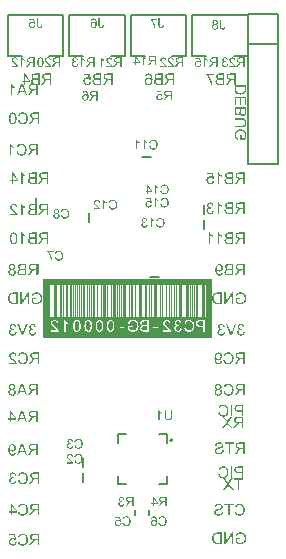
<source format=gbo>
%FSLAX25Y25*%
%MOIN*%
G70*
G01*
G75*
G04 Layer_Color=32896*
%ADD10R,0.03600X0.03600*%
%ADD11R,0.03600X0.03600*%
%ADD12R,0.07087X0.07480*%
%ADD13R,0.01575X0.05315*%
%ADD14R,0.08268X0.06299*%
%ADD15R,0.25787X0.25787*%
%ADD16O,0.01378X0.03937*%
%ADD17O,0.03937X0.01378*%
%ADD18R,0.02200X0.02200*%
%ADD19R,0.01181X0.03937*%
%ADD20R,0.01969X0.03150*%
%ADD21R,0.04724X0.07874*%
%ADD22R,0.04528X0.02953*%
%ADD23R,0.03740X0.05512*%
%ADD24R,0.02362X0.06299*%
%ADD25R,0.02362X0.07087*%
%ADD26C,0.00600*%
%ADD27C,0.01500*%
%ADD28C,0.01000*%
%ADD29C,0.00800*%
%ADD30C,0.01200*%
%ADD31C,0.03500*%
%ADD32C,0.01300*%
%ADD33C,0.02500*%
%ADD34C,0.02300*%
%ADD35C,0.02000*%
%ADD36C,0.05906*%
%ADD37R,0.05906X0.05906*%
%ADD38C,0.02500*%
%ADD39R,0.02200X0.02200*%
%ADD40R,0.03937X0.01260*%
%ADD41R,0.01260X0.03937*%
%ADD42R,0.09449X0.09449*%
%ADD43R,0.01963X0.04400*%
%ADD44R,0.03700X0.01600*%
%ADD45C,0.00984*%
%ADD46C,0.00787*%
%ADD47R,0.04400X0.04400*%
%ADD48R,0.04400X0.04400*%
%ADD49R,0.07887X0.08280*%
%ADD50R,0.02375X0.06115*%
%ADD51R,0.09068X0.07099*%
%ADD52R,0.26587X0.26587*%
%ADD53O,0.02178X0.04737*%
%ADD54O,0.04737X0.02178*%
%ADD55R,0.03000X0.03000*%
%ADD56R,0.01981X0.04737*%
%ADD57R,0.02769X0.03950*%
%ADD58R,0.05524X0.08674*%
%ADD59R,0.05328X0.03753*%
%ADD60R,0.04540X0.06312*%
%ADD61R,0.03162X0.07099*%
%ADD62R,0.03162X0.07887*%
%ADD63C,0.06706*%
%ADD64R,0.06706X0.06706*%
%ADD65R,0.03000X0.03000*%
%ADD66R,0.04737X0.02060*%
%ADD67R,0.02060X0.04737*%
%ADD68R,0.10249X0.10249*%
G36*
X23500Y103500D02*
X22989D01*
Y105204D01*
X22334D01*
X22273Y105198D01*
X22229D01*
X22190Y105193D01*
X22163Y105187D01*
X22140D01*
X22129Y105182D01*
X22124D01*
X22035Y105154D01*
X21996Y105137D01*
X21963Y105121D01*
X21929Y105104D01*
X21907Y105093D01*
X21896Y105087D01*
X21891Y105082D01*
X21846Y105049D01*
X21802Y105010D01*
X21719Y104926D01*
X21680Y104887D01*
X21652Y104854D01*
X21635Y104832D01*
X21630Y104826D01*
X21574Y104749D01*
X21513Y104666D01*
X21452Y104577D01*
X21391Y104493D01*
X21341Y104416D01*
X21302Y104355D01*
X21286Y104332D01*
X21274Y104316D01*
X21263Y104305D01*
Y104299D01*
X20758Y103500D01*
X20126D01*
X20786Y104543D01*
X20864Y104654D01*
X20936Y104754D01*
X21008Y104838D01*
X21069Y104915D01*
X21125Y104971D01*
X21169Y105015D01*
X21197Y105043D01*
X21208Y105054D01*
X21252Y105087D01*
X21302Y105126D01*
X21402Y105187D01*
X21447Y105209D01*
X21480Y105232D01*
X21502Y105243D01*
X21513Y105248D01*
X21413Y105265D01*
X21319Y105281D01*
X21236Y105309D01*
X21152Y105332D01*
X21080Y105359D01*
X21014Y105393D01*
X20953Y105420D01*
X20897Y105448D01*
X20853Y105481D01*
X20808Y105509D01*
X20775Y105531D01*
X20747Y105553D01*
X20725Y105570D01*
X20708Y105587D01*
X20703Y105592D01*
X20697Y105598D01*
X20653Y105653D01*
X20608Y105709D01*
X20542Y105825D01*
X20497Y105942D01*
X20464Y106053D01*
X20442Y106147D01*
X20436Y106186D01*
Y106225D01*
X20431Y106253D01*
Y106275D01*
Y106286D01*
Y106292D01*
X20436Y106408D01*
X20453Y106514D01*
X20481Y106614D01*
X20508Y106697D01*
X20542Y106769D01*
X20564Y106825D01*
X20586Y106858D01*
X20592Y106863D01*
Y106869D01*
X20658Y106958D01*
X20725Y107035D01*
X20797Y107102D01*
X20864Y107152D01*
X20925Y107191D01*
X20975Y107213D01*
X21008Y107230D01*
X21014Y107235D01*
X21019D01*
X21069Y107252D01*
X21130Y107269D01*
X21252Y107296D01*
X21385Y107313D01*
X21508Y107329D01*
X21624Y107335D01*
X21674D01*
X21719Y107341D01*
X23500D01*
Y103500D01*
D02*
G37*
G36*
X19654D02*
X18189D01*
X18055Y103506D01*
X17939Y103511D01*
X17833Y103522D01*
X17745Y103533D01*
X17673Y103544D01*
X17617Y103550D01*
X17584Y103561D01*
X17573D01*
X17478Y103589D01*
X17401Y103617D01*
X17328Y103650D01*
X17267Y103683D01*
X17217Y103705D01*
X17179Y103727D01*
X17156Y103744D01*
X17151Y103750D01*
X17090Y103800D01*
X17034Y103861D01*
X16990Y103922D01*
X16945Y103977D01*
X16912Y104033D01*
X16890Y104072D01*
X16873Y104099D01*
X16868Y104111D01*
X16829Y104199D01*
X16801Y104288D01*
X16779Y104371D01*
X16768Y104449D01*
X16757Y104516D01*
X16751Y104571D01*
Y104604D01*
Y104610D01*
Y104616D01*
X16757Y104738D01*
X16779Y104849D01*
X16812Y104943D01*
X16846Y105032D01*
X16879Y105098D01*
X16912Y105148D01*
X16934Y105182D01*
X16940Y105193D01*
X17018Y105281D01*
X17101Y105354D01*
X17195Y105415D01*
X17278Y105465D01*
X17356Y105503D01*
X17423Y105526D01*
X17445Y105537D01*
X17462Y105542D01*
X17473Y105548D01*
X17478D01*
X17384Y105603D01*
X17301Y105659D01*
X17234Y105720D01*
X17179Y105775D01*
X17134Y105820D01*
X17101Y105864D01*
X17084Y105886D01*
X17079Y105898D01*
X17034Y105981D01*
X17001Y106059D01*
X16973Y106136D01*
X16957Y106208D01*
X16945Y106270D01*
X16940Y106319D01*
Y106347D01*
Y106358D01*
X16945Y106453D01*
X16962Y106547D01*
X16990Y106630D01*
X17018Y106708D01*
X17045Y106774D01*
X17073Y106819D01*
X17090Y106852D01*
X17095Y106863D01*
X17156Y106947D01*
X17223Y107024D01*
X17295Y107085D01*
X17362Y107135D01*
X17417Y107174D01*
X17467Y107202D01*
X17501Y107219D01*
X17506Y107224D01*
X17512D01*
X17617Y107263D01*
X17733Y107291D01*
X17850Y107313D01*
X17961Y107324D01*
X18061Y107335D01*
X18105D01*
X18144Y107341D01*
X19654D01*
Y103500D01*
D02*
G37*
G36*
Y113000D02*
X18189D01*
X18055Y113005D01*
X17939Y113011D01*
X17833Y113022D01*
X17745Y113033D01*
X17673Y113044D01*
X17617Y113050D01*
X17584Y113061D01*
X17573D01*
X17478Y113089D01*
X17401Y113117D01*
X17328Y113150D01*
X17267Y113183D01*
X17217Y113205D01*
X17179Y113227D01*
X17156Y113244D01*
X17151Y113250D01*
X17090Y113300D01*
X17034Y113361D01*
X16990Y113422D01*
X16945Y113477D01*
X16912Y113533D01*
X16890Y113572D01*
X16873Y113599D01*
X16868Y113610D01*
X16829Y113699D01*
X16801Y113788D01*
X16779Y113871D01*
X16768Y113949D01*
X16757Y114016D01*
X16751Y114071D01*
Y114104D01*
Y114110D01*
Y114116D01*
X16757Y114238D01*
X16779Y114349D01*
X16812Y114443D01*
X16846Y114532D01*
X16879Y114598D01*
X16912Y114648D01*
X16934Y114682D01*
X16940Y114693D01*
X17018Y114781D01*
X17101Y114854D01*
X17195Y114915D01*
X17278Y114965D01*
X17356Y115004D01*
X17423Y115026D01*
X17445Y115037D01*
X17462Y115042D01*
X17473Y115048D01*
X17478D01*
X17384Y115103D01*
X17301Y115159D01*
X17234Y115220D01*
X17179Y115276D01*
X17134Y115320D01*
X17101Y115364D01*
X17084Y115386D01*
X17079Y115398D01*
X17034Y115481D01*
X17001Y115559D01*
X16973Y115636D01*
X16957Y115708D01*
X16945Y115770D01*
X16940Y115819D01*
Y115847D01*
Y115858D01*
X16945Y115953D01*
X16962Y116047D01*
X16990Y116130D01*
X17018Y116208D01*
X17045Y116274D01*
X17073Y116319D01*
X17090Y116352D01*
X17095Y116363D01*
X17156Y116447D01*
X17223Y116524D01*
X17295Y116585D01*
X17362Y116635D01*
X17417Y116674D01*
X17467Y116702D01*
X17501Y116718D01*
X17506Y116724D01*
X17512D01*
X17617Y116763D01*
X17733Y116791D01*
X17850Y116813D01*
X17961Y116824D01*
X18061Y116835D01*
X18105D01*
X18144Y116841D01*
X19654D01*
Y113000D01*
D02*
G37*
G36*
X14831Y107263D02*
X14892Y107174D01*
X14964Y107085D01*
X15031Y107008D01*
X15097Y106941D01*
X15147Y106886D01*
X15169Y106869D01*
X15186Y106852D01*
X15192Y106847D01*
X15197Y106841D01*
X15314Y106747D01*
X15430Y106658D01*
X15541Y106580D01*
X15652Y106519D01*
X15747Y106464D01*
X15786Y106441D01*
X15819Y106425D01*
X15846Y106408D01*
X15869Y106403D01*
X15880Y106392D01*
X15885D01*
Y105936D01*
X15802Y105970D01*
X15719Y106009D01*
X15636Y106047D01*
X15558Y106086D01*
X15491Y106120D01*
X15436Y106147D01*
X15403Y106170D01*
X15397Y106175D01*
X15392D01*
X15292Y106236D01*
X15203Y106297D01*
X15125Y106353D01*
X15064Y106403D01*
X15009Y106441D01*
X14975Y106475D01*
X14947Y106497D01*
X14942Y106502D01*
Y103500D01*
X14470D01*
Y107357D01*
X14775D01*
X14831Y107263D01*
D02*
G37*
G36*
X12156Y107346D02*
X12295Y107324D01*
X12411Y107285D01*
X12511Y107246D01*
X12594Y107202D01*
X12628Y107185D01*
X12655Y107163D01*
X12677Y107152D01*
X12694Y107141D01*
X12700Y107130D01*
X12705D01*
X12805Y107041D01*
X12888Y106935D01*
X12961Y106830D01*
X13016Y106730D01*
X13060Y106636D01*
X13083Y106597D01*
X13094Y106558D01*
X13105Y106530D01*
X13116Y106508D01*
X13122Y106497D01*
Y106491D01*
X13144Y106408D01*
X13166Y106325D01*
X13199Y106142D01*
X13227Y105959D01*
X13244Y105787D01*
X13249Y105703D01*
X13255Y105631D01*
Y105565D01*
X13260Y105503D01*
Y105459D01*
Y105420D01*
Y105398D01*
Y105393D01*
X13255Y105198D01*
X13244Y105015D01*
X13227Y104849D01*
X13199Y104693D01*
X13171Y104549D01*
X13138Y104421D01*
X13105Y104305D01*
X13071Y104205D01*
X13038Y104116D01*
X12999Y104038D01*
X12972Y103972D01*
X12944Y103922D01*
X12916Y103877D01*
X12900Y103850D01*
X12888Y103833D01*
X12883Y103827D01*
X12822Y103761D01*
X12755Y103700D01*
X12683Y103644D01*
X12611Y103600D01*
X12539Y103561D01*
X12467Y103528D01*
X12394Y103506D01*
X12328Y103483D01*
X12261Y103467D01*
X12200Y103456D01*
X12145Y103445D01*
X12100Y103439D01*
X12061Y103433D01*
X12006D01*
X11856Y103445D01*
X11717Y103467D01*
X11601Y103506D01*
X11501Y103544D01*
X11418Y103583D01*
X11390Y103605D01*
X11362Y103622D01*
X11340Y103633D01*
X11323Y103644D01*
X11318Y103655D01*
X11312D01*
X11212Y103750D01*
X11129Y103850D01*
X11057Y103961D01*
X11001Y104060D01*
X10957Y104155D01*
X10935Y104194D01*
X10924Y104233D01*
X10913Y104260D01*
X10902Y104282D01*
X10896Y104294D01*
Y104299D01*
X10868Y104382D01*
X10846Y104466D01*
X10813Y104643D01*
X10785Y104826D01*
X10768Y105004D01*
X10763Y105082D01*
X10757Y105154D01*
Y105220D01*
X10752Y105281D01*
Y105326D01*
Y105365D01*
Y105387D01*
Y105393D01*
Y105498D01*
X10757Y105598D01*
Y105687D01*
X10763Y105775D01*
X10774Y105853D01*
X10779Y105931D01*
X10785Y105998D01*
X10796Y106059D01*
X10802Y106114D01*
X10813Y106164D01*
X10818Y106203D01*
X10824Y106236D01*
X10829Y106264D01*
X10835Y106281D01*
X10840Y106292D01*
Y106297D01*
X10874Y106419D01*
X10913Y106530D01*
X10957Y106625D01*
X10990Y106708D01*
X11029Y106780D01*
X11051Y106830D01*
X11074Y106858D01*
X11079Y106869D01*
X11140Y106952D01*
X11201Y107024D01*
X11268Y107085D01*
X11329Y107141D01*
X11384Y107180D01*
X11429Y107207D01*
X11456Y107224D01*
X11462Y107230D01*
X11468D01*
X11556Y107274D01*
X11651Y107302D01*
X11739Y107324D01*
X11823Y107341D01*
X11895Y107352D01*
X11956Y107357D01*
X12006D01*
X12156Y107346D01*
D02*
G37*
G36*
X13319Y83500D02*
X11937D01*
X11810Y83506D01*
X11693Y83511D01*
X11588Y83522D01*
X11499Y83533D01*
X11421Y83544D01*
X11366Y83550D01*
X11349Y83556D01*
X11332Y83561D01*
X11321D01*
X11221Y83589D01*
X11133Y83622D01*
X11055Y83650D01*
X10988Y83683D01*
X10933Y83711D01*
X10894Y83733D01*
X10872Y83750D01*
X10861Y83755D01*
X10789Y83805D01*
X10728Y83866D01*
X10666Y83922D01*
X10616Y83977D01*
X10572Y84027D01*
X10539Y84066D01*
X10516Y84094D01*
X10511Y84105D01*
X10456Y84194D01*
X10400Y84288D01*
X10356Y84377D01*
X10322Y84466D01*
X10289Y84543D01*
X10267Y84604D01*
X10261Y84627D01*
X10256Y84643D01*
X10250Y84654D01*
Y84660D01*
X10217Y84793D01*
X10189Y84926D01*
X10172Y85054D01*
X10156Y85176D01*
X10150Y85282D01*
Y85326D01*
X10145Y85365D01*
Y85393D01*
Y85420D01*
Y85431D01*
Y85437D01*
X10150Y85626D01*
X10167Y85798D01*
X10195Y85953D01*
X10206Y86025D01*
X10222Y86086D01*
X10239Y86147D01*
X10250Y86197D01*
X10261Y86242D01*
X10278Y86281D01*
X10283Y86314D01*
X10294Y86336D01*
X10300Y86347D01*
Y86353D01*
X10361Y86497D01*
X10433Y86625D01*
X10511Y86736D01*
X10583Y86830D01*
X10650Y86908D01*
X10705Y86963D01*
X10728Y86980D01*
X10744Y86997D01*
X10750Y87002D01*
X10755Y87008D01*
X10844Y87080D01*
X10938Y87135D01*
X11033Y87185D01*
X11122Y87224D01*
X11199Y87252D01*
X11260Y87268D01*
X11282Y87279D01*
X11299D01*
X11310Y87285D01*
X11316D01*
X11410Y87302D01*
X11521Y87318D01*
X11632Y87330D01*
X11743Y87335D01*
X11843Y87341D01*
X13319D01*
Y83500D01*
D02*
G37*
G36*
X20000Y93000D02*
X19489D01*
Y94704D01*
X18835D01*
X18773Y94698D01*
X18729D01*
X18690Y94693D01*
X18663Y94687D01*
X18640D01*
X18629Y94682D01*
X18624D01*
X18535Y94654D01*
X18496Y94637D01*
X18463Y94621D01*
X18429Y94604D01*
X18407Y94593D01*
X18396Y94587D01*
X18391Y94582D01*
X18346Y94548D01*
X18302Y94510D01*
X18218Y94426D01*
X18180Y94388D01*
X18152Y94354D01*
X18135Y94332D01*
X18130Y94326D01*
X18074Y94249D01*
X18013Y94165D01*
X17952Y94077D01*
X17891Y93993D01*
X17841Y93916D01*
X17802Y93855D01*
X17786Y93832D01*
X17774Y93816D01*
X17763Y93805D01*
Y93799D01*
X17258Y93000D01*
X16626D01*
X17286Y94043D01*
X17364Y94154D01*
X17436Y94254D01*
X17508Y94337D01*
X17569Y94415D01*
X17625Y94471D01*
X17669Y94515D01*
X17697Y94543D01*
X17708Y94554D01*
X17752Y94587D01*
X17802Y94626D01*
X17902Y94687D01*
X17946Y94709D01*
X17980Y94732D01*
X18002Y94743D01*
X18013Y94748D01*
X17913Y94765D01*
X17819Y94782D01*
X17736Y94809D01*
X17652Y94832D01*
X17580Y94859D01*
X17514Y94893D01*
X17452Y94920D01*
X17397Y94948D01*
X17353Y94981D01*
X17308Y95009D01*
X17275Y95031D01*
X17247Y95053D01*
X17225Y95070D01*
X17208Y95087D01*
X17203Y95092D01*
X17197Y95098D01*
X17153Y95153D01*
X17108Y95209D01*
X17042Y95325D01*
X16997Y95442D01*
X16964Y95553D01*
X16942Y95647D01*
X16936Y95686D01*
Y95725D01*
X16931Y95753D01*
Y95775D01*
Y95786D01*
Y95792D01*
X16936Y95908D01*
X16953Y96014D01*
X16981Y96114D01*
X17008Y96197D01*
X17042Y96269D01*
X17064Y96324D01*
X17086Y96358D01*
X17092Y96363D01*
Y96369D01*
X17158Y96458D01*
X17225Y96535D01*
X17297Y96602D01*
X17364Y96652D01*
X17425Y96691D01*
X17475Y96713D01*
X17508Y96730D01*
X17514Y96735D01*
X17519D01*
X17569Y96752D01*
X17630Y96768D01*
X17752Y96796D01*
X17886Y96813D01*
X18008Y96829D01*
X18124Y96835D01*
X18174D01*
X18218Y96841D01*
X20000D01*
Y93000D01*
D02*
G37*
G36*
X17199Y83500D02*
X16710D01*
Y86514D01*
X14701Y83500D01*
X14174D01*
Y87341D01*
X14662D01*
Y84321D01*
X16677Y87341D01*
X17199D01*
Y83500D01*
D02*
G37*
G36*
X19785Y87396D02*
X19979Y87368D01*
X20068Y87352D01*
X20151Y87330D01*
X20229Y87313D01*
X20301Y87291D01*
X20368Y87268D01*
X20423Y87246D01*
X20473Y87224D01*
X20518Y87207D01*
X20551Y87191D01*
X20573Y87180D01*
X20590Y87174D01*
X20595Y87169D01*
X20673Y87119D01*
X20751Y87069D01*
X20884Y86952D01*
X21001Y86836D01*
X21095Y86713D01*
X21173Y86608D01*
X21200Y86564D01*
X21223Y86519D01*
X21245Y86486D01*
X21256Y86464D01*
X21261Y86447D01*
X21267Y86441D01*
X21345Y86258D01*
X21400Y86075D01*
X21444Y85898D01*
X21456Y85814D01*
X21472Y85737D01*
X21478Y85664D01*
X21489Y85603D01*
X21495Y85542D01*
Y85492D01*
X21500Y85454D01*
Y85426D01*
Y85404D01*
Y85398D01*
X21489Y85193D01*
X21461Y84999D01*
X21444Y84910D01*
X21428Y84826D01*
X21406Y84743D01*
X21383Y84671D01*
X21361Y84604D01*
X21339Y84549D01*
X21322Y84493D01*
X21306Y84455D01*
X21289Y84416D01*
X21278Y84394D01*
X21267Y84377D01*
Y84371D01*
X21167Y84210D01*
X21056Y84072D01*
X20939Y83950D01*
X20829Y83850D01*
X20723Y83772D01*
X20684Y83744D01*
X20645Y83716D01*
X20612Y83700D01*
X20590Y83683D01*
X20573Y83678D01*
X20568Y83672D01*
X20479Y83628D01*
X20390Y83594D01*
X20212Y83533D01*
X20040Y83494D01*
X19879Y83461D01*
X19807Y83456D01*
X19741Y83444D01*
X19680Y83439D01*
X19630D01*
X19591Y83433D01*
X19535D01*
X19380Y83439D01*
X19230Y83456D01*
X19091Y83483D01*
X18969Y83511D01*
X18919Y83522D01*
X18869Y83533D01*
X18825Y83550D01*
X18786Y83561D01*
X18758Y83572D01*
X18736Y83578D01*
X18725Y83583D01*
X18720D01*
X18570Y83644D01*
X18431Y83716D01*
X18298Y83794D01*
X18181Y83866D01*
X18131Y83900D01*
X18081Y83933D01*
X18042Y83961D01*
X18009Y83983D01*
X17981Y84005D01*
X17959Y84022D01*
X17948Y84027D01*
X17942Y84033D01*
Y85459D01*
X19574D01*
Y85004D01*
X18442D01*
Y84283D01*
X18508Y84227D01*
X18586Y84177D01*
X18669Y84133D01*
X18747Y84094D01*
X18814Y84061D01*
X18875Y84033D01*
X18897Y84022D01*
X18908Y84016D01*
X18919Y84011D01*
X18925D01*
X19041Y83972D01*
X19158Y83938D01*
X19263Y83916D01*
X19363Y83905D01*
X19446Y83894D01*
X19480D01*
X19513Y83889D01*
X19569D01*
X19707Y83894D01*
X19840Y83916D01*
X19963Y83944D01*
X20074Y83972D01*
X20163Y84005D01*
X20201Y84016D01*
X20229Y84027D01*
X20257Y84038D01*
X20273Y84049D01*
X20285Y84055D01*
X20290D01*
X20407Y84127D01*
X20512Y84205D01*
X20601Y84288D01*
X20673Y84371D01*
X20734Y84449D01*
X20773Y84510D01*
X20790Y84532D01*
X20795Y84549D01*
X20806Y84560D01*
Y84566D01*
X20862Y84704D01*
X20906Y84849D01*
X20934Y84993D01*
X20956Y85132D01*
X20962Y85193D01*
X20967Y85248D01*
X20973Y85304D01*
Y85348D01*
X20978Y85381D01*
Y85409D01*
Y85426D01*
Y85431D01*
X20973Y85587D01*
X20956Y85725D01*
X20934Y85859D01*
X20906Y85975D01*
X20895Y86025D01*
X20878Y86070D01*
X20867Y86108D01*
X20856Y86142D01*
X20845Y86170D01*
X20840Y86186D01*
X20834Y86197D01*
Y86203D01*
X20795Y86281D01*
X20756Y86353D01*
X20717Y86419D01*
X20679Y86475D01*
X20645Y86519D01*
X20617Y86558D01*
X20595Y86580D01*
X20590Y86586D01*
X20529Y86647D01*
X20462Y86702D01*
X20390Y86747D01*
X20323Y86791D01*
X20268Y86819D01*
X20223Y86847D01*
X20190Y86858D01*
X20179Y86863D01*
X20079Y86902D01*
X19979Y86930D01*
X19874Y86947D01*
X19780Y86963D01*
X19696Y86969D01*
X19663D01*
X19635Y86974D01*
X19574D01*
X19469Y86969D01*
X19369Y86958D01*
X19280Y86941D01*
X19202Y86924D01*
X19136Y86902D01*
X19086Y86885D01*
X19058Y86874D01*
X19047Y86869D01*
X18964Y86830D01*
X18891Y86786D01*
X18825Y86741D01*
X18775Y86697D01*
X18736Y86658D01*
X18703Y86630D01*
X18686Y86608D01*
X18681Y86602D01*
X18631Y86536D01*
X18592Y86458D01*
X18553Y86386D01*
X18520Y86308D01*
X18497Y86242D01*
X18481Y86192D01*
X18475Y86170D01*
X18470Y86153D01*
X18464Y86147D01*
Y86142D01*
X18003Y86264D01*
X18042Y86403D01*
X18092Y86525D01*
X18142Y86636D01*
X18187Y86725D01*
X18231Y86797D01*
X18264Y86847D01*
X18286Y86880D01*
X18298Y86891D01*
X18375Y86980D01*
X18459Y87052D01*
X18547Y87119D01*
X18631Y87174D01*
X18708Y87213D01*
X18769Y87246D01*
X18792Y87257D01*
X18808Y87263D01*
X18819Y87268D01*
X18825D01*
X18952Y87313D01*
X19086Y87346D01*
X19208Y87374D01*
X19324Y87391D01*
X19430Y87402D01*
X19474D01*
X19508Y87407D01*
X19685D01*
X19785Y87396D01*
D02*
G37*
G36*
X23500Y113000D02*
X22989D01*
Y114704D01*
X22334D01*
X22273Y114698D01*
X22229D01*
X22190Y114693D01*
X22163Y114687D01*
X22140D01*
X22129Y114682D01*
X22124D01*
X22035Y114654D01*
X21996Y114637D01*
X21963Y114621D01*
X21929Y114604D01*
X21907Y114593D01*
X21896Y114587D01*
X21891Y114582D01*
X21846Y114549D01*
X21802Y114510D01*
X21719Y114426D01*
X21680Y114388D01*
X21652Y114354D01*
X21635Y114332D01*
X21630Y114326D01*
X21574Y114249D01*
X21513Y114165D01*
X21452Y114077D01*
X21391Y113994D01*
X21341Y113916D01*
X21302Y113855D01*
X21286Y113832D01*
X21274Y113816D01*
X21263Y113805D01*
Y113799D01*
X20758Y113000D01*
X20126D01*
X20786Y114043D01*
X20864Y114154D01*
X20936Y114254D01*
X21008Y114338D01*
X21069Y114415D01*
X21125Y114471D01*
X21169Y114515D01*
X21197Y114543D01*
X21208Y114554D01*
X21252Y114587D01*
X21302Y114626D01*
X21402Y114687D01*
X21447Y114709D01*
X21480Y114732D01*
X21502Y114743D01*
X21513Y114748D01*
X21413Y114765D01*
X21319Y114781D01*
X21236Y114809D01*
X21152Y114831D01*
X21080Y114859D01*
X21014Y114893D01*
X20953Y114920D01*
X20897Y114948D01*
X20853Y114981D01*
X20808Y115009D01*
X20775Y115031D01*
X20747Y115053D01*
X20725Y115070D01*
X20708Y115087D01*
X20703Y115092D01*
X20697Y115098D01*
X20653Y115153D01*
X20608Y115209D01*
X20542Y115325D01*
X20497Y115442D01*
X20464Y115553D01*
X20442Y115647D01*
X20436Y115686D01*
Y115725D01*
X20431Y115753D01*
Y115775D01*
Y115786D01*
Y115792D01*
X20436Y115908D01*
X20453Y116014D01*
X20481Y116114D01*
X20508Y116197D01*
X20542Y116269D01*
X20564Y116324D01*
X20586Y116358D01*
X20592Y116363D01*
Y116369D01*
X20658Y116458D01*
X20725Y116535D01*
X20797Y116602D01*
X20864Y116652D01*
X20925Y116691D01*
X20975Y116713D01*
X21008Y116730D01*
X21014Y116735D01*
X21019D01*
X21069Y116752D01*
X21130Y116769D01*
X21252Y116796D01*
X21385Y116813D01*
X21508Y116830D01*
X21624Y116835D01*
X21674D01*
X21719Y116841D01*
X23500D01*
Y113000D01*
D02*
G37*
G36*
X16554Y44000D02*
X16015D01*
X15599Y45166D01*
X13989D01*
X13540Y44000D01*
X12963D01*
X14533Y47841D01*
X15088D01*
X16554Y44000D01*
D02*
G37*
G36*
X12907Y45354D02*
Y44921D01*
X11236D01*
Y44000D01*
X10765D01*
Y44921D01*
X10243D01*
Y45354D01*
X10765D01*
Y47841D01*
X11148D01*
X12907Y45354D01*
D02*
G37*
G36*
X20500Y63500D02*
X19989D01*
Y65204D01*
X19334D01*
X19273Y65198D01*
X19229D01*
X19190Y65193D01*
X19162Y65187D01*
X19140D01*
X19129Y65182D01*
X19124D01*
X19035Y65154D01*
X18996Y65137D01*
X18963Y65121D01*
X18929Y65104D01*
X18907Y65093D01*
X18896Y65087D01*
X18891Y65082D01*
X18846Y65048D01*
X18802Y65010D01*
X18719Y64926D01*
X18680Y64887D01*
X18652Y64854D01*
X18635Y64832D01*
X18630Y64826D01*
X18574Y64749D01*
X18513Y64666D01*
X18452Y64577D01*
X18391Y64493D01*
X18341Y64416D01*
X18302Y64355D01*
X18286Y64332D01*
X18274Y64316D01*
X18263Y64305D01*
Y64299D01*
X17758Y63500D01*
X17126D01*
X17786Y64543D01*
X17864Y64654D01*
X17936Y64754D01*
X18008Y64837D01*
X18069Y64915D01*
X18125Y64971D01*
X18169Y65015D01*
X18197Y65043D01*
X18208Y65054D01*
X18252Y65087D01*
X18302Y65126D01*
X18402Y65187D01*
X18447Y65209D01*
X18480Y65232D01*
X18502Y65243D01*
X18513Y65248D01*
X18413Y65265D01*
X18319Y65282D01*
X18236Y65309D01*
X18152Y65332D01*
X18080Y65359D01*
X18014Y65393D01*
X17953Y65420D01*
X17897Y65448D01*
X17853Y65481D01*
X17808Y65509D01*
X17775Y65531D01*
X17747Y65553D01*
X17725Y65570D01*
X17708Y65587D01*
X17703Y65592D01*
X17697Y65598D01*
X17653Y65653D01*
X17608Y65709D01*
X17542Y65825D01*
X17497Y65942D01*
X17464Y66053D01*
X17442Y66147D01*
X17436Y66186D01*
Y66225D01*
X17431Y66253D01*
Y66275D01*
Y66286D01*
Y66292D01*
X17436Y66408D01*
X17453Y66514D01*
X17481Y66614D01*
X17508Y66697D01*
X17542Y66769D01*
X17564Y66825D01*
X17586Y66858D01*
X17592Y66863D01*
Y66869D01*
X17658Y66958D01*
X17725Y67035D01*
X17797Y67102D01*
X17864Y67152D01*
X17925Y67191D01*
X17975Y67213D01*
X18008Y67230D01*
X18014Y67235D01*
X18019D01*
X18069Y67252D01*
X18130Y67268D01*
X18252Y67296D01*
X18385Y67313D01*
X18508Y67330D01*
X18624Y67335D01*
X18674D01*
X18719Y67341D01*
X20500D01*
Y63500D01*
D02*
G37*
G36*
X20000Y44000D02*
X19489D01*
Y45704D01*
X18835D01*
X18773Y45698D01*
X18729D01*
X18690Y45693D01*
X18663Y45687D01*
X18640D01*
X18629Y45682D01*
X18624D01*
X18535Y45654D01*
X18496Y45637D01*
X18463Y45621D01*
X18429Y45604D01*
X18407Y45593D01*
X18396Y45587D01*
X18391Y45582D01*
X18346Y45548D01*
X18302Y45510D01*
X18218Y45426D01*
X18180Y45388D01*
X18152Y45354D01*
X18135Y45332D01*
X18130Y45326D01*
X18074Y45249D01*
X18013Y45166D01*
X17952Y45077D01*
X17891Y44993D01*
X17841Y44916D01*
X17802Y44855D01*
X17786Y44833D01*
X17774Y44816D01*
X17763Y44805D01*
Y44799D01*
X17258Y44000D01*
X16626D01*
X17286Y45043D01*
X17364Y45154D01*
X17436Y45254D01*
X17508Y45338D01*
X17569Y45415D01*
X17625Y45471D01*
X17669Y45515D01*
X17697Y45543D01*
X17708Y45554D01*
X17752Y45587D01*
X17802Y45626D01*
X17902Y45687D01*
X17946Y45709D01*
X17980Y45732D01*
X18002Y45743D01*
X18013Y45748D01*
X17913Y45765D01*
X17819Y45781D01*
X17736Y45809D01*
X17652Y45832D01*
X17580Y45859D01*
X17514Y45893D01*
X17452Y45920D01*
X17397Y45948D01*
X17353Y45981D01*
X17308Y46009D01*
X17275Y46031D01*
X17247Y46053D01*
X17225Y46070D01*
X17208Y46087D01*
X17203Y46092D01*
X17197Y46098D01*
X17153Y46153D01*
X17108Y46209D01*
X17042Y46325D01*
X16997Y46442D01*
X16964Y46553D01*
X16942Y46647D01*
X16936Y46686D01*
Y46725D01*
X16931Y46753D01*
Y46775D01*
Y46786D01*
Y46792D01*
X16936Y46908D01*
X16953Y47014D01*
X16981Y47113D01*
X17008Y47197D01*
X17042Y47269D01*
X17064Y47324D01*
X17086Y47358D01*
X17092Y47363D01*
Y47369D01*
X17158Y47458D01*
X17225Y47535D01*
X17297Y47602D01*
X17364Y47652D01*
X17425Y47691D01*
X17475Y47713D01*
X17508Y47730D01*
X17514Y47735D01*
X17519D01*
X17569Y47752D01*
X17630Y47769D01*
X17752Y47796D01*
X17886Y47813D01*
X18008Y47829D01*
X18124Y47835D01*
X18174D01*
X18218Y47841D01*
X20000D01*
Y44000D01*
D02*
G37*
G36*
Y53000D02*
X19489D01*
Y54704D01*
X18835D01*
X18773Y54698D01*
X18729D01*
X18690Y54693D01*
X18663Y54687D01*
X18640D01*
X18629Y54682D01*
X18624D01*
X18535Y54654D01*
X18496Y54637D01*
X18463Y54621D01*
X18429Y54604D01*
X18407Y54593D01*
X18396Y54587D01*
X18391Y54582D01*
X18346Y54549D01*
X18302Y54510D01*
X18218Y54426D01*
X18180Y54387D01*
X18152Y54354D01*
X18135Y54332D01*
X18130Y54326D01*
X18074Y54249D01*
X18013Y54166D01*
X17952Y54077D01*
X17891Y53993D01*
X17841Y53916D01*
X17802Y53855D01*
X17786Y53833D01*
X17774Y53816D01*
X17763Y53805D01*
Y53799D01*
X17258Y53000D01*
X16626D01*
X17286Y54043D01*
X17364Y54154D01*
X17436Y54254D01*
X17508Y54338D01*
X17569Y54415D01*
X17625Y54471D01*
X17669Y54515D01*
X17697Y54543D01*
X17708Y54554D01*
X17752Y54587D01*
X17802Y54626D01*
X17902Y54687D01*
X17946Y54709D01*
X17980Y54732D01*
X18002Y54743D01*
X18013Y54748D01*
X17913Y54765D01*
X17819Y54782D01*
X17736Y54809D01*
X17652Y54831D01*
X17580Y54859D01*
X17514Y54893D01*
X17452Y54920D01*
X17397Y54948D01*
X17353Y54981D01*
X17308Y55009D01*
X17275Y55031D01*
X17247Y55054D01*
X17225Y55070D01*
X17208Y55087D01*
X17203Y55092D01*
X17197Y55098D01*
X17153Y55153D01*
X17108Y55209D01*
X17042Y55326D01*
X16997Y55442D01*
X16964Y55553D01*
X16942Y55647D01*
X16936Y55686D01*
Y55725D01*
X16931Y55753D01*
Y55775D01*
Y55786D01*
Y55792D01*
X16936Y55908D01*
X16953Y56014D01*
X16981Y56113D01*
X17008Y56197D01*
X17042Y56269D01*
X17064Y56324D01*
X17086Y56358D01*
X17092Y56363D01*
Y56369D01*
X17158Y56458D01*
X17225Y56535D01*
X17297Y56602D01*
X17364Y56652D01*
X17425Y56691D01*
X17475Y56713D01*
X17508Y56730D01*
X17514Y56735D01*
X17519D01*
X17569Y56752D01*
X17630Y56768D01*
X17752Y56796D01*
X17886Y56813D01*
X18008Y56830D01*
X18124Y56835D01*
X18174D01*
X18218Y56841D01*
X20000D01*
Y53000D01*
D02*
G37*
G36*
X12089Y116852D02*
X12184Y116846D01*
X12272Y116830D01*
X12356Y116813D01*
X12433Y116791D01*
X12506Y116769D01*
X12572Y116741D01*
X12633Y116713D01*
X12689Y116685D01*
X12733Y116657D01*
X12772Y116635D01*
X12805Y116613D01*
X12833Y116596D01*
X12849Y116580D01*
X12861Y116574D01*
X12866Y116569D01*
X12922Y116513D01*
X12972Y116452D01*
X13022Y116385D01*
X13060Y116319D01*
X13127Y116186D01*
X13171Y116052D01*
X13188Y115991D01*
X13205Y115930D01*
X13216Y115880D01*
X13227Y115836D01*
X13232Y115797D01*
Y115770D01*
X13238Y115753D01*
Y115747D01*
X12755Y115697D01*
X12744Y115825D01*
X12722Y115936D01*
X12689Y116036D01*
X12650Y116114D01*
X12617Y116180D01*
X12583Y116225D01*
X12561Y116252D01*
X12550Y116263D01*
X12467Y116330D01*
X12378Y116380D01*
X12284Y116419D01*
X12200Y116441D01*
X12122Y116458D01*
X12056Y116463D01*
X12034Y116469D01*
X12000D01*
X11884Y116463D01*
X11778Y116441D01*
X11690Y116408D01*
X11612Y116374D01*
X11551Y116335D01*
X11512Y116308D01*
X11484Y116286D01*
X11473Y116274D01*
X11407Y116197D01*
X11357Y116119D01*
X11318Y116041D01*
X11296Y115964D01*
X11279Y115903D01*
X11273Y115847D01*
X11268Y115814D01*
Y115808D01*
Y115803D01*
X11279Y115703D01*
X11301Y115597D01*
X11340Y115503D01*
X11379Y115414D01*
X11423Y115342D01*
X11462Y115281D01*
X11473Y115259D01*
X11484Y115242D01*
X11495Y115237D01*
Y115231D01*
X11540Y115170D01*
X11595Y115109D01*
X11656Y115042D01*
X11723Y114976D01*
X11862Y114843D01*
X12000Y114709D01*
X12072Y114648D01*
X12134Y114593D01*
X12195Y114543D01*
X12245Y114498D01*
X12284Y114465D01*
X12317Y114437D01*
X12339Y114421D01*
X12344Y114415D01*
X12483Y114299D01*
X12611Y114188D01*
X12716Y114088D01*
X12800Y114005D01*
X12872Y113932D01*
X12922Y113882D01*
X12949Y113849D01*
X12961Y113844D01*
Y113838D01*
X13038Y113744D01*
X13099Y113655D01*
X13155Y113566D01*
X13199Y113488D01*
X13232Y113422D01*
X13255Y113372D01*
X13266Y113339D01*
X13271Y113333D01*
Y113327D01*
X13294Y113266D01*
X13305Y113211D01*
X13316Y113155D01*
X13321Y113105D01*
X13327Y113061D01*
Y113028D01*
Y113005D01*
Y113000D01*
X10779D01*
Y113455D01*
X12672D01*
X12605Y113549D01*
X12572Y113588D01*
X12544Y113627D01*
X12517Y113660D01*
X12494Y113683D01*
X12478Y113699D01*
X12472Y113705D01*
X12444Y113733D01*
X12411Y113760D01*
X12333Y113832D01*
X12245Y113916D01*
X12150Y113999D01*
X12061Y114071D01*
X12023Y114104D01*
X11989Y114138D01*
X11962Y114160D01*
X11939Y114177D01*
X11928Y114188D01*
X11923Y114193D01*
X11834Y114271D01*
X11745Y114343D01*
X11667Y114415D01*
X11595Y114476D01*
X11529Y114537D01*
X11473Y114593D01*
X11418Y114643D01*
X11373Y114687D01*
X11329Y114732D01*
X11296Y114765D01*
X11268Y114793D01*
X11240Y114820D01*
X11212Y114854D01*
X11201Y114865D01*
X11124Y114959D01*
X11057Y115042D01*
X11001Y115126D01*
X10957Y115192D01*
X10924Y115253D01*
X10902Y115298D01*
X10890Y115325D01*
X10885Y115337D01*
X10852Y115420D01*
X10829Y115503D01*
X10807Y115581D01*
X10796Y115647D01*
X10791Y115708D01*
X10785Y115753D01*
Y115780D01*
Y115792D01*
X10791Y115875D01*
X10802Y115953D01*
X10813Y116030D01*
X10835Y116097D01*
X10890Y116230D01*
X10946Y116335D01*
X10979Y116385D01*
X11007Y116424D01*
X11035Y116463D01*
X11062Y116491D01*
X11085Y116513D01*
X11096Y116535D01*
X11107Y116541D01*
X11112Y116546D01*
X11173Y116602D01*
X11240Y116652D01*
X11312Y116691D01*
X11384Y116724D01*
X11529Y116779D01*
X11673Y116818D01*
X11734Y116830D01*
X11795Y116841D01*
X11851Y116846D01*
X11895Y116852D01*
X11934Y116857D01*
X11989D01*
X12089Y116852D01*
D02*
G37*
G36*
X14831Y116763D02*
X14892Y116674D01*
X14964Y116585D01*
X15031Y116508D01*
X15097Y116441D01*
X15147Y116385D01*
X15169Y116369D01*
X15186Y116352D01*
X15192Y116347D01*
X15197Y116341D01*
X15314Y116247D01*
X15430Y116158D01*
X15541Y116080D01*
X15652Y116019D01*
X15747Y115964D01*
X15786Y115942D01*
X15819Y115925D01*
X15846Y115908D01*
X15869Y115903D01*
X15880Y115892D01*
X15885D01*
Y115436D01*
X15802Y115470D01*
X15719Y115509D01*
X15636Y115548D01*
X15558Y115586D01*
X15491Y115620D01*
X15436Y115647D01*
X15403Y115670D01*
X15397Y115675D01*
X15392D01*
X15292Y115736D01*
X15203Y115797D01*
X15125Y115853D01*
X15064Y115903D01*
X15009Y115942D01*
X14975Y115975D01*
X14947Y115997D01*
X14942Y116003D01*
Y113000D01*
X14470D01*
Y116857D01*
X14775D01*
X14831Y116763D01*
D02*
G37*
G36*
X16554Y53000D02*
X16015D01*
X15599Y54166D01*
X13989D01*
X13540Y53000D01*
X12963D01*
X14533Y56841D01*
X15088D01*
X16554Y53000D01*
D02*
G37*
G36*
X11586Y56852D02*
X11675Y56846D01*
X11830Y56813D01*
X11902Y56791D01*
X11969Y56768D01*
X12030Y56741D01*
X12086Y56713D01*
X12130Y56685D01*
X12174Y56657D01*
X12213Y56635D01*
X12241Y56613D01*
X12263Y56596D01*
X12280Y56580D01*
X12291Y56574D01*
X12297Y56569D01*
X12347Y56513D01*
X12397Y56458D01*
X12435Y56397D01*
X12469Y56336D01*
X12524Y56219D01*
X12558Y56108D01*
X12580Y56014D01*
X12585Y55969D01*
X12591Y55936D01*
X12596Y55903D01*
Y55880D01*
Y55869D01*
Y55864D01*
X12591Y55764D01*
X12574Y55670D01*
X12552Y55586D01*
X12524Y55514D01*
X12502Y55459D01*
X12480Y55414D01*
X12463Y55392D01*
X12458Y55381D01*
X12397Y55314D01*
X12330Y55253D01*
X12258Y55198D01*
X12186Y55153D01*
X12119Y55120D01*
X12069Y55098D01*
X12047Y55087D01*
X12030Y55081D01*
X12025Y55076D01*
X12019D01*
X12147Y55037D01*
X12252Y54987D01*
X12347Y54926D01*
X12424Y54870D01*
X12485Y54815D01*
X12530Y54770D01*
X12552Y54743D01*
X12563Y54737D01*
Y54732D01*
X12624Y54632D01*
X12674Y54526D01*
X12707Y54426D01*
X12730Y54326D01*
X12741Y54238D01*
X12746Y54199D01*
Y54166D01*
X12752Y54143D01*
Y54121D01*
Y54110D01*
Y54104D01*
X12746Y54016D01*
X12735Y53927D01*
X12718Y53844D01*
X12696Y53760D01*
X12641Y53622D01*
X12613Y53555D01*
X12580Y53500D01*
X12546Y53444D01*
X12519Y53400D01*
X12485Y53361D01*
X12463Y53327D01*
X12441Y53300D01*
X12424Y53283D01*
X12413Y53272D01*
X12408Y53266D01*
X12341Y53205D01*
X12269Y53155D01*
X12191Y53111D01*
X12113Y53072D01*
X12041Y53044D01*
X11964Y53017D01*
X11814Y52978D01*
X11747Y52961D01*
X11686Y52950D01*
X11631Y52944D01*
X11581Y52939D01*
X11542Y52933D01*
X11486D01*
X11381Y52939D01*
X11287Y52950D01*
X11192Y52967D01*
X11103Y52983D01*
X11026Y53011D01*
X10948Y53039D01*
X10876Y53067D01*
X10815Y53100D01*
X10759Y53133D01*
X10709Y53161D01*
X10670Y53189D01*
X10632Y53216D01*
X10604Y53233D01*
X10587Y53250D01*
X10576Y53261D01*
X10571Y53266D01*
X10509Y53333D01*
X10454Y53400D01*
X10410Y53466D01*
X10371Y53538D01*
X10332Y53605D01*
X10304Y53677D01*
X10265Y53805D01*
X10249Y53866D01*
X10238Y53921D01*
X10232Y53971D01*
X10226Y54010D01*
X10221Y54043D01*
Y54071D01*
Y54088D01*
Y54093D01*
X10226Y54221D01*
X10249Y54338D01*
X10282Y54443D01*
X10315Y54532D01*
X10349Y54604D01*
X10382Y54659D01*
X10404Y54693D01*
X10410Y54698D01*
Y54704D01*
X10487Y54793D01*
X10571Y54870D01*
X10659Y54931D01*
X10743Y54987D01*
X10820Y55026D01*
X10887Y55054D01*
X10909Y55065D01*
X10926Y55070D01*
X10937Y55076D01*
X10942D01*
X10842Y55120D01*
X10759Y55170D01*
X10687Y55220D01*
X10626Y55270D01*
X10582Y55314D01*
X10548Y55348D01*
X10526Y55370D01*
X10521Y55381D01*
X10471Y55459D01*
X10437Y55536D01*
X10410Y55614D01*
X10393Y55692D01*
X10382Y55753D01*
X10376Y55803D01*
Y55836D01*
Y55842D01*
Y55847D01*
X10382Y55925D01*
X10387Y55997D01*
X10426Y56136D01*
X10476Y56258D01*
X10532Y56363D01*
X10587Y56447D01*
X10615Y56480D01*
X10637Y56513D01*
X10659Y56535D01*
X10676Y56552D01*
X10682Y56558D01*
X10687Y56563D01*
X10748Y56613D01*
X10809Y56663D01*
X10876Y56702D01*
X10942Y56735D01*
X11076Y56785D01*
X11209Y56818D01*
X11264Y56835D01*
X11320Y56841D01*
X11370Y56846D01*
X11414Y56852D01*
X11447Y56857D01*
X11497D01*
X11586Y56852D01*
D02*
G37*
G36*
X24500Y156500D02*
X23989D01*
Y158204D01*
X23335D01*
X23273Y158198D01*
X23229D01*
X23190Y158193D01*
X23163Y158187D01*
X23140D01*
X23129Y158182D01*
X23124D01*
X23035Y158154D01*
X22996Y158137D01*
X22963Y158121D01*
X22929Y158104D01*
X22907Y158093D01*
X22896Y158087D01*
X22891Y158082D01*
X22846Y158048D01*
X22802Y158010D01*
X22718Y157926D01*
X22680Y157887D01*
X22652Y157854D01*
X22635Y157832D01*
X22630Y157826D01*
X22574Y157749D01*
X22513Y157666D01*
X22452Y157577D01*
X22391Y157493D01*
X22341Y157416D01*
X22302Y157355D01*
X22286Y157333D01*
X22274Y157316D01*
X22263Y157305D01*
Y157299D01*
X21758Y156500D01*
X21126D01*
X21786Y157543D01*
X21864Y157654D01*
X21936Y157754D01*
X22008Y157838D01*
X22069Y157915D01*
X22125Y157971D01*
X22169Y158015D01*
X22197Y158043D01*
X22208Y158054D01*
X22252Y158087D01*
X22302Y158126D01*
X22402Y158187D01*
X22446Y158209D01*
X22480Y158232D01*
X22502Y158243D01*
X22513Y158248D01*
X22413Y158265D01*
X22319Y158282D01*
X22236Y158309D01*
X22152Y158332D01*
X22080Y158359D01*
X22014Y158393D01*
X21952Y158420D01*
X21897Y158448D01*
X21853Y158481D01*
X21808Y158509D01*
X21775Y158531D01*
X21747Y158554D01*
X21725Y158570D01*
X21708Y158587D01*
X21703Y158592D01*
X21697Y158598D01*
X21653Y158653D01*
X21608Y158709D01*
X21542Y158826D01*
X21497Y158942D01*
X21464Y159053D01*
X21442Y159147D01*
X21436Y159186D01*
Y159225D01*
X21431Y159253D01*
Y159275D01*
Y159286D01*
Y159292D01*
X21436Y159408D01*
X21453Y159514D01*
X21481Y159614D01*
X21508Y159697D01*
X21542Y159769D01*
X21564Y159825D01*
X21586Y159858D01*
X21592Y159863D01*
Y159869D01*
X21658Y159958D01*
X21725Y160035D01*
X21797Y160102D01*
X21864Y160152D01*
X21925Y160191D01*
X21975Y160213D01*
X22008Y160230D01*
X22014Y160235D01*
X22019D01*
X22069Y160252D01*
X22130Y160268D01*
X22252Y160296D01*
X22386Y160313D01*
X22508Y160329D01*
X22624Y160335D01*
X22674D01*
X22718Y160341D01*
X24500D01*
Y156500D01*
D02*
G37*
G36*
X17407Y157854D02*
Y157421D01*
X15736D01*
Y156500D01*
X15265D01*
Y157421D01*
X14743D01*
Y157854D01*
X15265D01*
Y160341D01*
X15648D01*
X17407Y157854D01*
D02*
G37*
G36*
X20500Y143500D02*
X19989D01*
Y145204D01*
X19334D01*
X19273Y145198D01*
X19229D01*
X19190Y145193D01*
X19162Y145187D01*
X19140D01*
X19129Y145182D01*
X19124D01*
X19035Y145154D01*
X18996Y145137D01*
X18963Y145121D01*
X18929Y145104D01*
X18907Y145093D01*
X18896Y145087D01*
X18891Y145082D01*
X18846Y145048D01*
X18802Y145010D01*
X18719Y144926D01*
X18680Y144887D01*
X18652Y144854D01*
X18635Y144832D01*
X18630Y144826D01*
X18574Y144749D01*
X18513Y144666D01*
X18452Y144577D01*
X18391Y144493D01*
X18341Y144416D01*
X18302Y144355D01*
X18286Y144333D01*
X18274Y144316D01*
X18263Y144305D01*
Y144299D01*
X17758Y143500D01*
X17126D01*
X17786Y144543D01*
X17864Y144654D01*
X17936Y144754D01*
X18008Y144838D01*
X18069Y144915D01*
X18125Y144971D01*
X18169Y145015D01*
X18197Y145043D01*
X18208Y145054D01*
X18252Y145087D01*
X18302Y145126D01*
X18402Y145187D01*
X18447Y145209D01*
X18480Y145232D01*
X18502Y145243D01*
X18513Y145248D01*
X18413Y145265D01*
X18319Y145282D01*
X18236Y145309D01*
X18152Y145332D01*
X18080Y145359D01*
X18014Y145393D01*
X17953Y145420D01*
X17897Y145448D01*
X17853Y145481D01*
X17808Y145509D01*
X17775Y145531D01*
X17747Y145554D01*
X17725Y145570D01*
X17708Y145587D01*
X17703Y145592D01*
X17697Y145598D01*
X17653Y145653D01*
X17608Y145709D01*
X17542Y145826D01*
X17497Y145942D01*
X17464Y146053D01*
X17442Y146147D01*
X17436Y146186D01*
Y146225D01*
X17431Y146253D01*
Y146275D01*
Y146286D01*
Y146292D01*
X17436Y146408D01*
X17453Y146514D01*
X17481Y146614D01*
X17508Y146697D01*
X17542Y146769D01*
X17564Y146825D01*
X17586Y146858D01*
X17592Y146863D01*
Y146869D01*
X17658Y146958D01*
X17725Y147035D01*
X17797Y147102D01*
X17864Y147152D01*
X17925Y147191D01*
X17975Y147213D01*
X18008Y147230D01*
X18014Y147235D01*
X18019D01*
X18069Y147252D01*
X18130Y147268D01*
X18252Y147296D01*
X18385Y147313D01*
X18508Y147329D01*
X18624Y147335D01*
X18674D01*
X18719Y147341D01*
X20500D01*
Y143500D01*
D02*
G37*
G36*
X11847Y147346D02*
X11986Y147324D01*
X12103Y147285D01*
X12203Y147246D01*
X12286Y147202D01*
X12319Y147185D01*
X12347Y147163D01*
X12369Y147152D01*
X12386Y147141D01*
X12392Y147130D01*
X12397D01*
X12497Y147041D01*
X12580Y146935D01*
X12652Y146830D01*
X12708Y146730D01*
X12752Y146636D01*
X12774Y146597D01*
X12786Y146558D01*
X12797Y146530D01*
X12808Y146508D01*
X12813Y146497D01*
Y146492D01*
X12835Y146408D01*
X12858Y146325D01*
X12891Y146142D01*
X12919Y145959D01*
X12935Y145787D01*
X12941Y145703D01*
X12946Y145631D01*
Y145565D01*
X12952Y145503D01*
Y145459D01*
Y145420D01*
Y145398D01*
Y145393D01*
X12946Y145198D01*
X12935Y145015D01*
X12919Y144849D01*
X12891Y144693D01*
X12863Y144549D01*
X12830Y144421D01*
X12797Y144305D01*
X12763Y144205D01*
X12730Y144116D01*
X12691Y144038D01*
X12663Y143972D01*
X12636Y143922D01*
X12608Y143877D01*
X12591Y143850D01*
X12580Y143833D01*
X12575Y143827D01*
X12514Y143761D01*
X12447Y143700D01*
X12375Y143644D01*
X12303Y143600D01*
X12230Y143561D01*
X12158Y143528D01*
X12086Y143506D01*
X12020Y143483D01*
X11953Y143467D01*
X11892Y143456D01*
X11836Y143445D01*
X11792Y143439D01*
X11753Y143433D01*
X11698D01*
X11548Y143445D01*
X11409Y143467D01*
X11293Y143506D01*
X11193Y143544D01*
X11109Y143583D01*
X11082Y143605D01*
X11054Y143622D01*
X11032Y143633D01*
X11015Y143644D01*
X11010Y143655D01*
X11004D01*
X10904Y143750D01*
X10821Y143850D01*
X10749Y143961D01*
X10693Y144061D01*
X10649Y144155D01*
X10627Y144194D01*
X10615Y144233D01*
X10604Y144260D01*
X10593Y144282D01*
X10588Y144294D01*
Y144299D01*
X10560Y144382D01*
X10538Y144466D01*
X10504Y144643D01*
X10477Y144826D01*
X10460Y145004D01*
X10454Y145082D01*
X10449Y145154D01*
Y145220D01*
X10443Y145282D01*
Y145326D01*
Y145365D01*
Y145387D01*
Y145393D01*
Y145498D01*
X10449Y145598D01*
Y145687D01*
X10454Y145775D01*
X10466Y145853D01*
X10471Y145931D01*
X10477Y145998D01*
X10488Y146058D01*
X10493Y146114D01*
X10504Y146164D01*
X10510Y146203D01*
X10516Y146236D01*
X10521Y146264D01*
X10527Y146281D01*
X10532Y146292D01*
Y146297D01*
X10565Y146419D01*
X10604Y146530D01*
X10649Y146625D01*
X10682Y146708D01*
X10721Y146780D01*
X10743Y146830D01*
X10765Y146858D01*
X10771Y146869D01*
X10832Y146952D01*
X10893Y147024D01*
X10960Y147085D01*
X11021Y147141D01*
X11076Y147180D01*
X11120Y147207D01*
X11148Y147224D01*
X11154Y147230D01*
X11159D01*
X11248Y147274D01*
X11343Y147302D01*
X11431Y147324D01*
X11514Y147341D01*
X11587Y147352D01*
X11648Y147357D01*
X11698D01*
X11847Y147346D01*
D02*
G37*
G36*
X11331Y156763D02*
X11392Y156674D01*
X11464Y156585D01*
X11531Y156508D01*
X11597Y156441D01*
X11647Y156386D01*
X11670Y156369D01*
X11686Y156352D01*
X11692Y156347D01*
X11697Y156341D01*
X11814Y156247D01*
X11930Y156158D01*
X12041Y156080D01*
X12152Y156019D01*
X12247Y155964D01*
X12286Y155941D01*
X12319Y155925D01*
X12347Y155908D01*
X12369Y155903D01*
X12380Y155892D01*
X12385D01*
Y155436D01*
X12302Y155470D01*
X12219Y155509D01*
X12136Y155547D01*
X12058Y155586D01*
X11991Y155620D01*
X11936Y155647D01*
X11902Y155670D01*
X11897Y155675D01*
X11891D01*
X11791Y155736D01*
X11703Y155797D01*
X11625Y155853D01*
X11564Y155903D01*
X11508Y155941D01*
X11475Y155975D01*
X11447Y155997D01*
X11442Y156002D01*
Y153000D01*
X10970D01*
Y156857D01*
X11275D01*
X11331Y156763D01*
D02*
G37*
G36*
X86000Y156500D02*
X85489D01*
Y158204D01*
X84834D01*
X84773Y158198D01*
X84729D01*
X84690Y158193D01*
X84662Y158187D01*
X84640D01*
X84629Y158182D01*
X84624D01*
X84535Y158154D01*
X84496Y158137D01*
X84463Y158121D01*
X84429Y158104D01*
X84407Y158093D01*
X84396Y158087D01*
X84390Y158082D01*
X84346Y158048D01*
X84302Y158010D01*
X84218Y157926D01*
X84180Y157887D01*
X84152Y157854D01*
X84135Y157832D01*
X84130Y157826D01*
X84074Y157749D01*
X84013Y157666D01*
X83952Y157577D01*
X83891Y157493D01*
X83841Y157416D01*
X83802Y157355D01*
X83786Y157333D01*
X83775Y157316D01*
X83763Y157305D01*
Y157299D01*
X83258Y156500D01*
X82626D01*
X83286Y157543D01*
X83364Y157654D01*
X83436Y157754D01*
X83508Y157838D01*
X83569Y157915D01*
X83625Y157971D01*
X83669Y158015D01*
X83697Y158043D01*
X83708Y158054D01*
X83752Y158087D01*
X83802Y158126D01*
X83902Y158187D01*
X83947Y158209D01*
X83980Y158232D01*
X84002Y158243D01*
X84013Y158248D01*
X83913Y158265D01*
X83819Y158282D01*
X83736Y158309D01*
X83652Y158332D01*
X83580Y158359D01*
X83514Y158393D01*
X83452Y158420D01*
X83397Y158448D01*
X83353Y158481D01*
X83308Y158509D01*
X83275Y158531D01*
X83247Y158554D01*
X83225Y158570D01*
X83208Y158587D01*
X83203Y158592D01*
X83197Y158598D01*
X83153Y158653D01*
X83109Y158709D01*
X83042Y158826D01*
X82998Y158942D01*
X82964Y159053D01*
X82942Y159147D01*
X82936Y159186D01*
Y159225D01*
X82931Y159253D01*
Y159275D01*
Y159286D01*
Y159292D01*
X82936Y159408D01*
X82953Y159514D01*
X82981Y159614D01*
X83009Y159697D01*
X83042Y159769D01*
X83064Y159825D01*
X83086Y159858D01*
X83092Y159863D01*
Y159869D01*
X83158Y159958D01*
X83225Y160035D01*
X83297Y160102D01*
X83364Y160152D01*
X83425Y160191D01*
X83475Y160213D01*
X83508Y160230D01*
X83514Y160235D01*
X83519D01*
X83569Y160252D01*
X83630Y160268D01*
X83752Y160296D01*
X83886Y160313D01*
X84008Y160329D01*
X84124Y160335D01*
X84174D01*
X84218Y160341D01*
X86000D01*
Y156500D01*
D02*
G37*
G36*
X82154D02*
X80689D01*
X80555Y156506D01*
X80439Y156511D01*
X80334Y156522D01*
X80245Y156533D01*
X80172Y156544D01*
X80117Y156550D01*
X80084Y156561D01*
X80073D01*
X79978Y156589D01*
X79900Y156617D01*
X79828Y156650D01*
X79767Y156683D01*
X79717Y156705D01*
X79678Y156728D01*
X79656Y156744D01*
X79651Y156750D01*
X79590Y156800D01*
X79534Y156861D01*
X79490Y156922D01*
X79445Y156977D01*
X79412Y157033D01*
X79390Y157072D01*
X79373Y157099D01*
X79368Y157111D01*
X79329Y157199D01*
X79301Y157288D01*
X79279Y157371D01*
X79268Y157449D01*
X79257Y157516D01*
X79251Y157571D01*
Y157604D01*
Y157610D01*
Y157616D01*
X79257Y157738D01*
X79279Y157849D01*
X79312Y157943D01*
X79346Y158032D01*
X79379Y158098D01*
X79412Y158148D01*
X79434Y158182D01*
X79440Y158193D01*
X79518Y158282D01*
X79601Y158354D01*
X79695Y158415D01*
X79778Y158465D01*
X79856Y158503D01*
X79923Y158526D01*
X79945Y158537D01*
X79962Y158542D01*
X79973Y158548D01*
X79978D01*
X79884Y158603D01*
X79801Y158659D01*
X79734Y158720D01*
X79678Y158775D01*
X79634Y158820D01*
X79601Y158864D01*
X79584Y158887D01*
X79579Y158898D01*
X79534Y158981D01*
X79501Y159058D01*
X79473Y159136D01*
X79457Y159208D01*
X79445Y159269D01*
X79440Y159319D01*
Y159347D01*
Y159358D01*
X79445Y159453D01*
X79462Y159547D01*
X79490Y159630D01*
X79518Y159708D01*
X79545Y159774D01*
X79573Y159819D01*
X79590Y159852D01*
X79595Y159863D01*
X79656Y159947D01*
X79723Y160024D01*
X79795Y160085D01*
X79862Y160135D01*
X79917Y160174D01*
X79967Y160202D01*
X80001Y160219D01*
X80006Y160224D01*
X80011D01*
X80117Y160263D01*
X80234Y160291D01*
X80350Y160313D01*
X80461Y160324D01*
X80561Y160335D01*
X80605D01*
X80644Y160341D01*
X82154D01*
Y156500D01*
D02*
G37*
G36*
X20654D02*
X20000D01*
Y153000D01*
X19489D01*
Y154704D01*
X18835D01*
X18773Y154698D01*
X18729D01*
X18690Y154693D01*
X18663Y154687D01*
X18640D01*
X18629Y154682D01*
X18624D01*
X18535Y154654D01*
X18496Y154637D01*
X18463Y154621D01*
X18429Y154604D01*
X18407Y154593D01*
X18396Y154587D01*
X18391Y154582D01*
X18346Y154549D01*
X18302Y154510D01*
X18218Y154426D01*
X18180Y154387D01*
X18152Y154354D01*
X18135Y154332D01*
X18130Y154326D01*
X18074Y154249D01*
X18013Y154165D01*
X17952Y154077D01*
X17891Y153993D01*
X17841Y153916D01*
X17802Y153855D01*
X17786Y153832D01*
X17774Y153816D01*
X17763Y153805D01*
Y153799D01*
X17258Y153000D01*
X16626D01*
X17286Y154043D01*
X17364Y154154D01*
X17436Y154254D01*
X17508Y154338D01*
X17569Y154415D01*
X17625Y154471D01*
X17669Y154515D01*
X17697Y154543D01*
X17708Y154554D01*
X17752Y154587D01*
X17802Y154626D01*
X17902Y154687D01*
X17946Y154709D01*
X17980Y154732D01*
X18002Y154743D01*
X18013Y154748D01*
X17913Y154765D01*
X17819Y154781D01*
X17736Y154809D01*
X17652Y154832D01*
X17580Y154859D01*
X17514Y154893D01*
X17452Y154920D01*
X17397Y154948D01*
X17353Y154981D01*
X17308Y155009D01*
X17275Y155031D01*
X17247Y155053D01*
X17225Y155070D01*
X17208Y155087D01*
X17203Y155092D01*
X17197Y155098D01*
X17153Y155153D01*
X17108Y155209D01*
X17042Y155325D01*
X16997Y155442D01*
X16964Y155553D01*
X16942Y155647D01*
X16936Y155686D01*
Y155725D01*
X16931Y155753D01*
Y155775D01*
Y155786D01*
Y155792D01*
X16936Y155908D01*
X16953Y156014D01*
X16981Y156114D01*
X17008Y156197D01*
X17042Y156269D01*
X17064Y156325D01*
X17086Y156358D01*
X17092Y156363D01*
Y156369D01*
X17158Y156458D01*
X17225Y156535D01*
X17297Y156602D01*
X17364Y156652D01*
X17425Y156691D01*
X17475Y156713D01*
X17508Y156730D01*
X17514Y156735D01*
X17519D01*
X17569Y156752D01*
X17630Y156769D01*
X17752Y156796D01*
X17886Y156813D01*
X18008Y156830D01*
X18060Y156832D01*
X18034Y156861D01*
X17990Y156922D01*
X17945Y156977D01*
X17912Y157033D01*
X17890Y157072D01*
X17873Y157099D01*
X17868Y157111D01*
X17829Y157199D01*
X17801Y157288D01*
X17779Y157371D01*
X17768Y157449D01*
X17757Y157516D01*
X17751Y157571D01*
Y157604D01*
Y157610D01*
Y157616D01*
X17757Y157738D01*
X17779Y157849D01*
X17812Y157943D01*
X17846Y158032D01*
X17879Y158098D01*
X17912Y158148D01*
X17934Y158182D01*
X17940Y158193D01*
X18018Y158282D01*
X18101Y158354D01*
X18195Y158415D01*
X18279Y158465D01*
X18356Y158503D01*
X18423Y158526D01*
X18445Y158537D01*
X18462Y158542D01*
X18473Y158548D01*
X18478D01*
X18384Y158603D01*
X18301Y158659D01*
X18234Y158720D01*
X18179Y158775D01*
X18134Y158820D01*
X18101Y158864D01*
X18084Y158887D01*
X18079Y158898D01*
X18034Y158981D01*
X18001Y159058D01*
X17973Y159136D01*
X17956Y159208D01*
X17945Y159269D01*
X17940Y159319D01*
Y159347D01*
Y159358D01*
X17945Y159453D01*
X17962Y159547D01*
X17990Y159630D01*
X18018Y159708D01*
X18045Y159774D01*
X18073Y159819D01*
X18090Y159852D01*
X18095Y159863D01*
X18156Y159947D01*
X18223Y160024D01*
X18295Y160085D01*
X18362Y160135D01*
X18417Y160174D01*
X18467Y160202D01*
X18500Y160219D01*
X18506Y160224D01*
X18511D01*
X18617Y160263D01*
X18733Y160291D01*
X18850Y160313D01*
X18961Y160324D01*
X19061Y160335D01*
X19105D01*
X19144Y160341D01*
X20654D01*
Y156500D01*
D02*
G37*
G36*
X16554Y153000D02*
X16015D01*
X15599Y154165D01*
X13989D01*
X13540Y153000D01*
X12963D01*
X14533Y156841D01*
X15088D01*
X16554Y153000D01*
D02*
G37*
G36*
X15155Y147396D02*
X15333Y147368D01*
X15488Y147335D01*
X15561Y147313D01*
X15627Y147291D01*
X15688Y147268D01*
X15744Y147246D01*
X15788Y147230D01*
X15833Y147213D01*
X15860Y147196D01*
X15882Y147185D01*
X15899Y147180D01*
X15905Y147174D01*
X16054Y147080D01*
X16182Y146969D01*
X16293Y146858D01*
X16387Y146747D01*
X16460Y146647D01*
X16487Y146602D01*
X16510Y146564D01*
X16532Y146536D01*
X16543Y146514D01*
X16548Y146497D01*
X16554Y146492D01*
X16632Y146319D01*
X16687Y146142D01*
X16726Y145964D01*
X16754Y145803D01*
X16765Y145731D01*
X16770Y145659D01*
X16776Y145603D01*
Y145548D01*
X16781Y145509D01*
Y145476D01*
Y145454D01*
Y145448D01*
X16770Y145248D01*
X16748Y145054D01*
X16720Y144882D01*
X16698Y144799D01*
X16682Y144727D01*
X16665Y144660D01*
X16643Y144599D01*
X16626Y144543D01*
X16615Y144499D01*
X16598Y144466D01*
X16593Y144438D01*
X16582Y144421D01*
Y144416D01*
X16498Y144249D01*
X16404Y144099D01*
X16304Y143972D01*
X16254Y143922D01*
X16210Y143872D01*
X16165Y143827D01*
X16121Y143789D01*
X16082Y143755D01*
X16049Y143733D01*
X16027Y143711D01*
X16004Y143694D01*
X15993Y143689D01*
X15988Y143683D01*
X15910Y143639D01*
X15833Y143600D01*
X15666Y143539D01*
X15499Y143494D01*
X15338Y143467D01*
X15261Y143456D01*
X15194Y143445D01*
X15133Y143439D01*
X15083D01*
X15039Y143433D01*
X14978D01*
X14867Y143439D01*
X14761Y143450D01*
X14661Y143461D01*
X14567Y143483D01*
X14478Y143511D01*
X14395Y143539D01*
X14317Y143567D01*
X14245Y143600D01*
X14184Y143628D01*
X14123Y143655D01*
X14079Y143683D01*
X14034Y143711D01*
X14006Y143733D01*
X13979Y143744D01*
X13968Y143755D01*
X13962Y143761D01*
X13884Y143827D01*
X13818Y143894D01*
X13757Y143972D01*
X13696Y144050D01*
X13596Y144205D01*
X13518Y144360D01*
X13485Y144432D01*
X13457Y144499D01*
X13435Y144560D01*
X13418Y144610D01*
X13402Y144654D01*
X13390Y144688D01*
X13385Y144710D01*
Y144715D01*
X13895Y144843D01*
X13918Y144754D01*
X13945Y144671D01*
X13973Y144593D01*
X14001Y144521D01*
X14034Y144455D01*
X14067Y144399D01*
X14106Y144344D01*
X14140Y144294D01*
X14167Y144249D01*
X14201Y144216D01*
X14229Y144183D01*
X14251Y144155D01*
X14273Y144138D01*
X14289Y144122D01*
X14295Y144116D01*
X14301Y144111D01*
X14356Y144066D01*
X14417Y144033D01*
X14539Y143972D01*
X14656Y143927D01*
X14772Y143900D01*
X14872Y143877D01*
X14911Y143872D01*
X14950D01*
X14983Y143866D01*
X15022D01*
X15150Y143872D01*
X15272Y143894D01*
X15383Y143922D01*
X15483Y143955D01*
X15561Y143988D01*
X15594Y144005D01*
X15621Y144016D01*
X15644Y144027D01*
X15660Y144038D01*
X15672Y144044D01*
X15677D01*
X15782Y144122D01*
X15871Y144205D01*
X15949Y144299D01*
X16010Y144388D01*
X16060Y144466D01*
X16093Y144532D01*
X16104Y144560D01*
X16116Y144577D01*
X16121Y144588D01*
Y144593D01*
X16165Y144738D01*
X16199Y144882D01*
X16227Y145026D01*
X16243Y145159D01*
X16249Y145220D01*
X16254Y145276D01*
Y145326D01*
X16260Y145365D01*
Y145398D01*
Y145426D01*
Y145442D01*
Y145448D01*
X16254Y145592D01*
X16243Y145726D01*
X16221Y145848D01*
X16199Y145959D01*
X16182Y146053D01*
X16171Y146092D01*
X16160Y146125D01*
X16154Y146153D01*
X16149Y146170D01*
X16143Y146181D01*
Y146186D01*
X16088Y146314D01*
X16027Y146430D01*
X15960Y146525D01*
X15888Y146608D01*
X15827Y146675D01*
X15777Y146719D01*
X15738Y146747D01*
X15733Y146758D01*
X15727D01*
X15610Y146830D01*
X15483Y146886D01*
X15361Y146924D01*
X15244Y146947D01*
X15139Y146963D01*
X15094Y146969D01*
X15055D01*
X15028Y146974D01*
X14983D01*
X14845Y146969D01*
X14717Y146947D01*
X14611Y146913D01*
X14517Y146880D01*
X14445Y146841D01*
X14389Y146813D01*
X14356Y146791D01*
X14345Y146780D01*
X14256Y146697D01*
X14173Y146602D01*
X14106Y146502D01*
X14051Y146403D01*
X14006Y146314D01*
X13990Y146270D01*
X13979Y146236D01*
X13968Y146208D01*
X13957Y146186D01*
X13951Y146175D01*
Y146170D01*
X13452Y146286D01*
X13485Y146386D01*
X13518Y146475D01*
X13563Y146558D01*
X13601Y146641D01*
X13646Y146713D01*
X13696Y146780D01*
X13740Y146847D01*
X13784Y146902D01*
X13829Y146947D01*
X13868Y146991D01*
X13907Y147030D01*
X13934Y147057D01*
X13962Y147085D01*
X13984Y147102D01*
X13995Y147108D01*
X14001Y147113D01*
X14079Y147163D01*
X14156Y147213D01*
X14234Y147252D01*
X14317Y147285D01*
X14484Y147335D01*
X14634Y147368D01*
X14706Y147385D01*
X14767Y147391D01*
X14828Y147396D01*
X14878Y147402D01*
X14917Y147407D01*
X14972D01*
X15155Y147396D01*
D02*
G37*
G36*
X11037Y136763D02*
X11098Y136674D01*
X11170Y136585D01*
X11236Y136508D01*
X11303Y136441D01*
X11353Y136386D01*
X11375Y136369D01*
X11392Y136352D01*
X11398Y136347D01*
X11403Y136341D01*
X11520Y136247D01*
X11636Y136158D01*
X11747Y136080D01*
X11858Y136019D01*
X11953Y135964D01*
X11991Y135942D01*
X12025Y135925D01*
X12052Y135908D01*
X12075Y135903D01*
X12086Y135892D01*
X12091D01*
Y135436D01*
X12008Y135470D01*
X11925Y135509D01*
X11841Y135547D01*
X11764Y135586D01*
X11697Y135620D01*
X11642Y135647D01*
X11608Y135670D01*
X11603Y135675D01*
X11597D01*
X11497Y135736D01*
X11409Y135797D01*
X11331Y135853D01*
X11270Y135903D01*
X11214Y135942D01*
X11181Y135975D01*
X11153Y135997D01*
X11148Y136003D01*
Y133000D01*
X10676D01*
Y136857D01*
X10981D01*
X11037Y136763D01*
D02*
G37*
G36*
X14655Y136896D02*
X14833Y136868D01*
X14988Y136835D01*
X15060Y136813D01*
X15127Y136791D01*
X15188Y136768D01*
X15244Y136746D01*
X15288Y136730D01*
X15333Y136713D01*
X15360Y136696D01*
X15382Y136685D01*
X15399Y136680D01*
X15405Y136674D01*
X15554Y136580D01*
X15682Y136469D01*
X15793Y136358D01*
X15888Y136247D01*
X15960Y136147D01*
X15987Y136102D01*
X16010Y136064D01*
X16032Y136036D01*
X16043Y136014D01*
X16048Y135997D01*
X16054Y135992D01*
X16132Y135819D01*
X16187Y135642D01*
X16226Y135464D01*
X16254Y135303D01*
X16265Y135231D01*
X16270Y135159D01*
X16276Y135103D01*
Y135048D01*
X16282Y135009D01*
Y134976D01*
Y134954D01*
Y134948D01*
X16270Y134748D01*
X16248Y134554D01*
X16220Y134382D01*
X16198Y134299D01*
X16182Y134227D01*
X16165Y134160D01*
X16143Y134099D01*
X16126Y134043D01*
X16115Y133999D01*
X16098Y133966D01*
X16093Y133938D01*
X16082Y133921D01*
Y133916D01*
X15998Y133749D01*
X15904Y133599D01*
X15804Y133472D01*
X15754Y133422D01*
X15710Y133372D01*
X15665Y133327D01*
X15621Y133289D01*
X15582Y133255D01*
X15549Y133233D01*
X15527Y133211D01*
X15505Y133194D01*
X15493Y133189D01*
X15488Y133183D01*
X15410Y133139D01*
X15333Y133100D01*
X15166Y133039D01*
X14999Y132994D01*
X14839Y132967D01*
X14761Y132956D01*
X14694Y132945D01*
X14633Y132939D01*
X14583D01*
X14539Y132933D01*
X14478D01*
X14367Y132939D01*
X14261Y132950D01*
X14161Y132961D01*
X14067Y132983D01*
X13978Y133011D01*
X13895Y133039D01*
X13817Y133067D01*
X13745Y133100D01*
X13684Y133128D01*
X13623Y133155D01*
X13579Y133183D01*
X13534Y133211D01*
X13507Y133233D01*
X13479Y133244D01*
X13468Y133255D01*
X13462Y133261D01*
X13384Y133327D01*
X13318Y133394D01*
X13257Y133472D01*
X13196Y133549D01*
X13096Y133705D01*
X13018Y133860D01*
X12985Y133932D01*
X12957Y133999D01*
X12935Y134060D01*
X12918Y134110D01*
X12902Y134154D01*
X12890Y134188D01*
X12885Y134210D01*
Y134215D01*
X13396Y134343D01*
X13418Y134254D01*
X13445Y134171D01*
X13473Y134093D01*
X13501Y134021D01*
X13534Y133955D01*
X13567Y133899D01*
X13606Y133844D01*
X13640Y133794D01*
X13667Y133749D01*
X13701Y133716D01*
X13728Y133683D01*
X13751Y133655D01*
X13773Y133638D01*
X13790Y133622D01*
X13795Y133616D01*
X13801Y133610D01*
X13856Y133566D01*
X13917Y133533D01*
X14039Y133472D01*
X14156Y133427D01*
X14272Y133400D01*
X14372Y133377D01*
X14411Y133372D01*
X14450D01*
X14483Y133366D01*
X14522D01*
X14650Y133372D01*
X14772Y133394D01*
X14883Y133422D01*
X14983Y133455D01*
X15060Y133488D01*
X15094Y133505D01*
X15122Y133516D01*
X15144Y133527D01*
X15160Y133538D01*
X15171Y133544D01*
X15177D01*
X15282Y133622D01*
X15371Y133705D01*
X15449Y133799D01*
X15510Y133888D01*
X15560Y133966D01*
X15593Y134032D01*
X15604Y134060D01*
X15616Y134077D01*
X15621Y134088D01*
Y134093D01*
X15665Y134238D01*
X15699Y134382D01*
X15726Y134526D01*
X15743Y134659D01*
X15749Y134721D01*
X15754Y134776D01*
Y134826D01*
X15760Y134865D01*
Y134898D01*
Y134926D01*
Y134942D01*
Y134948D01*
X15754Y135092D01*
X15743Y135225D01*
X15721Y135348D01*
X15699Y135459D01*
X15682Y135553D01*
X15671Y135592D01*
X15660Y135625D01*
X15654Y135653D01*
X15649Y135670D01*
X15643Y135681D01*
Y135686D01*
X15588Y135814D01*
X15527Y135930D01*
X15460Y136025D01*
X15388Y136108D01*
X15327Y136175D01*
X15277Y136219D01*
X15238Y136247D01*
X15233Y136258D01*
X15227D01*
X15111Y136330D01*
X14983Y136386D01*
X14861Y136424D01*
X14744Y136447D01*
X14639Y136463D01*
X14594Y136469D01*
X14555D01*
X14528Y136474D01*
X14483D01*
X14345Y136469D01*
X14217Y136447D01*
X14111Y136413D01*
X14017Y136380D01*
X13945Y136341D01*
X13889Y136313D01*
X13856Y136291D01*
X13845Y136280D01*
X13756Y136197D01*
X13673Y136102D01*
X13606Y136003D01*
X13551Y135903D01*
X13507Y135814D01*
X13490Y135769D01*
X13479Y135736D01*
X13468Y135708D01*
X13456Y135686D01*
X13451Y135675D01*
Y135670D01*
X12952Y135786D01*
X12985Y135886D01*
X13018Y135975D01*
X13062Y136058D01*
X13101Y136141D01*
X13146Y136213D01*
X13196Y136280D01*
X13240Y136347D01*
X13284Y136402D01*
X13329Y136447D01*
X13368Y136491D01*
X13407Y136530D01*
X13434Y136557D01*
X13462Y136585D01*
X13484Y136602D01*
X13495Y136608D01*
X13501Y136613D01*
X13579Y136663D01*
X13656Y136713D01*
X13734Y136752D01*
X13817Y136785D01*
X13984Y136835D01*
X14134Y136868D01*
X14206Y136885D01*
X14267Y136891D01*
X14328Y136896D01*
X14378Y136902D01*
X14417Y136907D01*
X14472D01*
X14655Y136896D01*
D02*
G37*
G36*
X16154Y93000D02*
X14689D01*
X14555Y93006D01*
X14439Y93011D01*
X14333Y93022D01*
X14245Y93033D01*
X14173Y93044D01*
X14117Y93050D01*
X14084Y93061D01*
X14073D01*
X13978Y93089D01*
X13901Y93116D01*
X13828Y93150D01*
X13767Y93183D01*
X13717Y93205D01*
X13679Y93227D01*
X13656Y93244D01*
X13651Y93250D01*
X13590Y93300D01*
X13534Y93361D01*
X13490Y93422D01*
X13445Y93477D01*
X13412Y93533D01*
X13390Y93572D01*
X13373Y93599D01*
X13368Y93611D01*
X13329Y93699D01*
X13301Y93788D01*
X13279Y93871D01*
X13268Y93949D01*
X13257Y94016D01*
X13251Y94071D01*
Y94104D01*
Y94110D01*
Y94116D01*
X13257Y94238D01*
X13279Y94349D01*
X13312Y94443D01*
X13346Y94532D01*
X13379Y94598D01*
X13412Y94648D01*
X13434Y94682D01*
X13440Y94693D01*
X13518Y94782D01*
X13601Y94854D01*
X13695Y94915D01*
X13779Y94965D01*
X13856Y95003D01*
X13923Y95026D01*
X13945Y95037D01*
X13962Y95042D01*
X13973Y95048D01*
X13978D01*
X13884Y95103D01*
X13801Y95159D01*
X13734Y95220D01*
X13679Y95275D01*
X13634Y95320D01*
X13601Y95364D01*
X13584Y95386D01*
X13579Y95398D01*
X13534Y95481D01*
X13501Y95559D01*
X13473Y95636D01*
X13456Y95708D01*
X13445Y95769D01*
X13440Y95819D01*
Y95847D01*
Y95858D01*
X13445Y95953D01*
X13462Y96047D01*
X13490Y96130D01*
X13518Y96208D01*
X13545Y96275D01*
X13573Y96319D01*
X13590Y96352D01*
X13595Y96363D01*
X13656Y96447D01*
X13723Y96524D01*
X13795Y96585D01*
X13862Y96635D01*
X13917Y96674D01*
X13967Y96702D01*
X14001Y96719D01*
X14006Y96724D01*
X14011D01*
X14117Y96763D01*
X14233Y96791D01*
X14350Y96813D01*
X14461Y96824D01*
X14561Y96835D01*
X14605D01*
X14644Y96841D01*
X16154D01*
Y93000D01*
D02*
G37*
G36*
X11586Y96852D02*
X11675Y96846D01*
X11830Y96813D01*
X11902Y96791D01*
X11969Y96768D01*
X12030Y96741D01*
X12086Y96713D01*
X12130Y96685D01*
X12174Y96657D01*
X12213Y96635D01*
X12241Y96613D01*
X12263Y96596D01*
X12280Y96580D01*
X12291Y96574D01*
X12297Y96569D01*
X12347Y96513D01*
X12397Y96458D01*
X12435Y96397D01*
X12469Y96336D01*
X12524Y96219D01*
X12558Y96108D01*
X12580Y96014D01*
X12585Y95969D01*
X12591Y95936D01*
X12596Y95903D01*
Y95880D01*
Y95869D01*
Y95864D01*
X12591Y95764D01*
X12574Y95670D01*
X12552Y95586D01*
X12524Y95514D01*
X12502Y95459D01*
X12480Y95414D01*
X12463Y95392D01*
X12458Y95381D01*
X12397Y95314D01*
X12330Y95253D01*
X12258Y95198D01*
X12186Y95153D01*
X12119Y95120D01*
X12069Y95098D01*
X12047Y95087D01*
X12030Y95081D01*
X12025Y95076D01*
X12019D01*
X12147Y95037D01*
X12252Y94987D01*
X12347Y94926D01*
X12424Y94870D01*
X12485Y94815D01*
X12530Y94770D01*
X12552Y94743D01*
X12563Y94737D01*
Y94732D01*
X12624Y94632D01*
X12674Y94526D01*
X12707Y94426D01*
X12730Y94326D01*
X12741Y94238D01*
X12746Y94199D01*
Y94165D01*
X12752Y94143D01*
Y94121D01*
Y94110D01*
Y94104D01*
X12746Y94016D01*
X12735Y93927D01*
X12718Y93844D01*
X12696Y93760D01*
X12641Y93622D01*
X12613Y93555D01*
X12580Y93499D01*
X12546Y93444D01*
X12519Y93400D01*
X12485Y93361D01*
X12463Y93327D01*
X12441Y93300D01*
X12424Y93283D01*
X12413Y93272D01*
X12408Y93266D01*
X12341Y93205D01*
X12269Y93155D01*
X12191Y93111D01*
X12113Y93072D01*
X12041Y93044D01*
X11964Y93017D01*
X11814Y92978D01*
X11747Y92961D01*
X11686Y92950D01*
X11631Y92945D01*
X11581Y92939D01*
X11542Y92933D01*
X11486D01*
X11381Y92939D01*
X11287Y92950D01*
X11192Y92967D01*
X11103Y92983D01*
X11026Y93011D01*
X10948Y93039D01*
X10876Y93067D01*
X10815Y93100D01*
X10759Y93133D01*
X10709Y93161D01*
X10670Y93189D01*
X10632Y93216D01*
X10604Y93233D01*
X10587Y93250D01*
X10576Y93261D01*
X10571Y93266D01*
X10509Y93333D01*
X10454Y93400D01*
X10410Y93466D01*
X10371Y93538D01*
X10332Y93605D01*
X10304Y93677D01*
X10265Y93805D01*
X10249Y93866D01*
X10238Y93921D01*
X10232Y93971D01*
X10226Y94010D01*
X10221Y94043D01*
Y94071D01*
Y94088D01*
Y94093D01*
X10226Y94221D01*
X10249Y94337D01*
X10282Y94443D01*
X10315Y94532D01*
X10349Y94604D01*
X10382Y94660D01*
X10404Y94693D01*
X10410Y94698D01*
Y94704D01*
X10487Y94793D01*
X10571Y94870D01*
X10659Y94931D01*
X10743Y94987D01*
X10820Y95026D01*
X10887Y95053D01*
X10909Y95065D01*
X10926Y95070D01*
X10937Y95076D01*
X10942D01*
X10842Y95120D01*
X10759Y95170D01*
X10687Y95220D01*
X10626Y95270D01*
X10582Y95314D01*
X10548Y95348D01*
X10526Y95370D01*
X10521Y95381D01*
X10471Y95459D01*
X10437Y95536D01*
X10410Y95614D01*
X10393Y95692D01*
X10382Y95753D01*
X10376Y95803D01*
Y95836D01*
Y95842D01*
Y95847D01*
X10382Y95925D01*
X10387Y95997D01*
X10426Y96136D01*
X10476Y96258D01*
X10532Y96363D01*
X10587Y96447D01*
X10615Y96480D01*
X10637Y96513D01*
X10659Y96535D01*
X10676Y96552D01*
X10682Y96558D01*
X10687Y96563D01*
X10748Y96613D01*
X10809Y96663D01*
X10876Y96702D01*
X10942Y96735D01*
X11076Y96785D01*
X11209Y96818D01*
X11264Y96835D01*
X11320Y96841D01*
X11370Y96846D01*
X11414Y96852D01*
X11447Y96857D01*
X11497D01*
X11586Y96852D01*
D02*
G37*
G36*
X20000Y133000D02*
X19489D01*
Y134704D01*
X18835D01*
X18773Y134698D01*
X18729D01*
X18690Y134693D01*
X18663Y134687D01*
X18640D01*
X18629Y134682D01*
X18624D01*
X18535Y134654D01*
X18496Y134637D01*
X18463Y134621D01*
X18429Y134604D01*
X18407Y134593D01*
X18396Y134587D01*
X18391Y134582D01*
X18346Y134548D01*
X18302Y134510D01*
X18218Y134426D01*
X18180Y134388D01*
X18152Y134354D01*
X18135Y134332D01*
X18130Y134326D01*
X18074Y134249D01*
X18013Y134166D01*
X17952Y134077D01*
X17891Y133993D01*
X17841Y133916D01*
X17802Y133855D01*
X17786Y133833D01*
X17774Y133816D01*
X17763Y133805D01*
Y133799D01*
X17258Y133000D01*
X16626D01*
X17286Y134043D01*
X17364Y134154D01*
X17436Y134254D01*
X17508Y134338D01*
X17569Y134415D01*
X17625Y134471D01*
X17669Y134515D01*
X17697Y134543D01*
X17708Y134554D01*
X17752Y134587D01*
X17802Y134626D01*
X17902Y134687D01*
X17946Y134709D01*
X17980Y134732D01*
X18002Y134743D01*
X18013Y134748D01*
X17913Y134765D01*
X17819Y134782D01*
X17736Y134809D01*
X17652Y134832D01*
X17580Y134859D01*
X17514Y134893D01*
X17452Y134920D01*
X17397Y134948D01*
X17353Y134981D01*
X17308Y135009D01*
X17275Y135031D01*
X17247Y135054D01*
X17225Y135070D01*
X17208Y135087D01*
X17203Y135092D01*
X17197Y135098D01*
X17153Y135153D01*
X17108Y135209D01*
X17042Y135326D01*
X16997Y135442D01*
X16964Y135553D01*
X16942Y135647D01*
X16936Y135686D01*
Y135725D01*
X16931Y135753D01*
Y135775D01*
Y135786D01*
Y135792D01*
X16936Y135908D01*
X16953Y136014D01*
X16981Y136114D01*
X17008Y136197D01*
X17042Y136269D01*
X17064Y136325D01*
X17086Y136358D01*
X17092Y136363D01*
Y136369D01*
X17158Y136458D01*
X17225Y136535D01*
X17297Y136602D01*
X17364Y136652D01*
X17425Y136691D01*
X17475Y136713D01*
X17508Y136730D01*
X17514Y136735D01*
X17519D01*
X17569Y136752D01*
X17630Y136768D01*
X17752Y136796D01*
X17886Y136813D01*
X18008Y136829D01*
X18124Y136835D01*
X18174D01*
X18218Y136841D01*
X20000D01*
Y133000D01*
D02*
G37*
G36*
X19654Y123500D02*
X18189D01*
X18055Y123505D01*
X17939Y123511D01*
X17833Y123522D01*
X17745Y123533D01*
X17673Y123544D01*
X17617Y123550D01*
X17584Y123561D01*
X17573D01*
X17478Y123589D01*
X17401Y123617D01*
X17328Y123650D01*
X17267Y123683D01*
X17217Y123705D01*
X17179Y123728D01*
X17156Y123744D01*
X17151Y123750D01*
X17090Y123800D01*
X17034Y123861D01*
X16990Y123922D01*
X16945Y123977D01*
X16912Y124033D01*
X16890Y124072D01*
X16873Y124099D01*
X16868Y124110D01*
X16829Y124199D01*
X16801Y124288D01*
X16779Y124371D01*
X16768Y124449D01*
X16757Y124516D01*
X16751Y124571D01*
Y124604D01*
Y124610D01*
Y124616D01*
X16757Y124738D01*
X16779Y124849D01*
X16812Y124943D01*
X16846Y125032D01*
X16879Y125098D01*
X16912Y125148D01*
X16934Y125182D01*
X16940Y125193D01*
X17018Y125282D01*
X17101Y125354D01*
X17195Y125415D01*
X17278Y125465D01*
X17356Y125504D01*
X17423Y125526D01*
X17445Y125537D01*
X17462Y125542D01*
X17473Y125548D01*
X17478D01*
X17384Y125603D01*
X17301Y125659D01*
X17234Y125720D01*
X17179Y125776D01*
X17134Y125820D01*
X17101Y125864D01*
X17084Y125886D01*
X17079Y125898D01*
X17034Y125981D01*
X17001Y126058D01*
X16973Y126136D01*
X16957Y126208D01*
X16945Y126269D01*
X16940Y126319D01*
Y126347D01*
Y126358D01*
X16945Y126453D01*
X16962Y126547D01*
X16990Y126630D01*
X17018Y126708D01*
X17045Y126775D01*
X17073Y126819D01*
X17090Y126852D01*
X17095Y126863D01*
X17156Y126947D01*
X17223Y127024D01*
X17295Y127085D01*
X17362Y127135D01*
X17417Y127174D01*
X17467Y127202D01*
X17501Y127218D01*
X17506Y127224D01*
X17512D01*
X17617Y127263D01*
X17733Y127291D01*
X17850Y127313D01*
X17961Y127324D01*
X18061Y127335D01*
X18105D01*
X18144Y127341D01*
X19654D01*
Y123500D01*
D02*
G37*
G36*
X13421Y124854D02*
Y124421D01*
X11751D01*
Y123500D01*
X11279D01*
Y124421D01*
X10757D01*
Y124854D01*
X11279D01*
Y127341D01*
X11662D01*
X13421Y124854D01*
D02*
G37*
G36*
X14831Y127263D02*
X14892Y127174D01*
X14964Y127085D01*
X15031Y127008D01*
X15097Y126941D01*
X15147Y126885D01*
X15169Y126869D01*
X15186Y126852D01*
X15192Y126847D01*
X15197Y126841D01*
X15314Y126747D01*
X15430Y126658D01*
X15541Y126580D01*
X15652Y126519D01*
X15747Y126464D01*
X15786Y126442D01*
X15819Y126425D01*
X15846Y126408D01*
X15869Y126403D01*
X15880Y126392D01*
X15885D01*
Y125936D01*
X15802Y125970D01*
X15719Y126009D01*
X15636Y126048D01*
X15558Y126086D01*
X15491Y126120D01*
X15436Y126147D01*
X15403Y126170D01*
X15397Y126175D01*
X15392D01*
X15292Y126236D01*
X15203Y126297D01*
X15125Y126353D01*
X15064Y126403D01*
X15009Y126442D01*
X14975Y126475D01*
X14947Y126497D01*
X14942Y126503D01*
Y123500D01*
X14470D01*
Y127357D01*
X14775D01*
X14831Y127263D01*
D02*
G37*
G36*
X23500Y123500D02*
X22989D01*
Y125204D01*
X22334D01*
X22273Y125198D01*
X22229D01*
X22190Y125193D01*
X22163Y125187D01*
X22140D01*
X22129Y125182D01*
X22124D01*
X22035Y125154D01*
X21996Y125137D01*
X21963Y125121D01*
X21929Y125104D01*
X21907Y125093D01*
X21896Y125087D01*
X21891Y125082D01*
X21846Y125048D01*
X21802Y125010D01*
X21719Y124926D01*
X21680Y124888D01*
X21652Y124854D01*
X21635Y124832D01*
X21630Y124826D01*
X21574Y124749D01*
X21513Y124665D01*
X21452Y124577D01*
X21391Y124494D01*
X21341Y124416D01*
X21302Y124355D01*
X21286Y124332D01*
X21274Y124316D01*
X21263Y124305D01*
Y124299D01*
X20758Y123500D01*
X20126D01*
X20786Y124543D01*
X20864Y124654D01*
X20936Y124754D01*
X21008Y124838D01*
X21069Y124915D01*
X21125Y124971D01*
X21169Y125015D01*
X21197Y125043D01*
X21208Y125054D01*
X21252Y125087D01*
X21302Y125126D01*
X21402Y125187D01*
X21447Y125209D01*
X21480Y125232D01*
X21502Y125243D01*
X21513Y125248D01*
X21413Y125265D01*
X21319Y125282D01*
X21236Y125309D01*
X21152Y125331D01*
X21080Y125359D01*
X21014Y125393D01*
X20953Y125420D01*
X20897Y125448D01*
X20853Y125481D01*
X20808Y125509D01*
X20775Y125531D01*
X20747Y125554D01*
X20725Y125570D01*
X20708Y125587D01*
X20703Y125592D01*
X20697Y125598D01*
X20653Y125653D01*
X20608Y125709D01*
X20542Y125826D01*
X20497Y125942D01*
X20464Y126053D01*
X20442Y126147D01*
X20436Y126186D01*
Y126225D01*
X20431Y126253D01*
Y126275D01*
Y126286D01*
Y126292D01*
X20436Y126408D01*
X20453Y126514D01*
X20481Y126614D01*
X20508Y126697D01*
X20542Y126769D01*
X20564Y126824D01*
X20586Y126858D01*
X20592Y126863D01*
Y126869D01*
X20658Y126958D01*
X20725Y127035D01*
X20797Y127102D01*
X20864Y127152D01*
X20925Y127191D01*
X20975Y127213D01*
X21008Y127230D01*
X21014Y127235D01*
X21019D01*
X21069Y127252D01*
X21130Y127269D01*
X21252Y127296D01*
X21385Y127313D01*
X21508Y127330D01*
X21624Y127335D01*
X21674D01*
X21719Y127341D01*
X23500D01*
Y123500D01*
D02*
G37*
G36*
X81319Y3500D02*
X79937D01*
X79810Y3506D01*
X79693Y3511D01*
X79588Y3522D01*
X79499Y3533D01*
X79421Y3544D01*
X79366Y3550D01*
X79349Y3556D01*
X79332Y3561D01*
X79321D01*
X79221Y3589D01*
X79133Y3622D01*
X79055Y3650D01*
X78988Y3683D01*
X78933Y3711D01*
X78894Y3733D01*
X78872Y3750D01*
X78861Y3755D01*
X78789Y3805D01*
X78727Y3866D01*
X78666Y3922D01*
X78616Y3977D01*
X78572Y4027D01*
X78539Y4066D01*
X78517Y4094D01*
X78511Y4105D01*
X78456Y4194D01*
X78400Y4288D01*
X78356Y4377D01*
X78322Y4466D01*
X78289Y4543D01*
X78267Y4604D01*
X78261Y4627D01*
X78256Y4643D01*
X78250Y4654D01*
Y4660D01*
X78217Y4793D01*
X78189Y4926D01*
X78172Y5054D01*
X78156Y5176D01*
X78150Y5282D01*
Y5326D01*
X78145Y5365D01*
Y5393D01*
Y5420D01*
Y5431D01*
Y5437D01*
X78150Y5626D01*
X78167Y5798D01*
X78195Y5953D01*
X78206Y6025D01*
X78222Y6086D01*
X78239Y6147D01*
X78250Y6197D01*
X78261Y6242D01*
X78278Y6281D01*
X78284Y6314D01*
X78295Y6336D01*
X78300Y6347D01*
Y6353D01*
X78361Y6497D01*
X78433Y6625D01*
X78511Y6736D01*
X78583Y6830D01*
X78650Y6908D01*
X78705Y6963D01*
X78727Y6980D01*
X78744Y6996D01*
X78750Y7002D01*
X78755Y7008D01*
X78844Y7080D01*
X78938Y7135D01*
X79033Y7185D01*
X79122Y7224D01*
X79199Y7252D01*
X79260Y7268D01*
X79282Y7280D01*
X79299D01*
X79310Y7285D01*
X79316D01*
X79410Y7302D01*
X79521Y7318D01*
X79632Y7329D01*
X79743Y7335D01*
X79843Y7341D01*
X81319D01*
Y3500D01*
D02*
G37*
G36*
X87374Y16896D02*
X87551Y16868D01*
X87707Y16835D01*
X87779Y16813D01*
X87846Y16791D01*
X87907Y16769D01*
X87962Y16746D01*
X88007Y16730D01*
X88051Y16713D01*
X88079Y16696D01*
X88101Y16685D01*
X88118Y16680D01*
X88123Y16674D01*
X88273Y16580D01*
X88401Y16469D01*
X88512Y16358D01*
X88606Y16247D01*
X88678Y16147D01*
X88706Y16102D01*
X88728Y16064D01*
X88750Y16036D01*
X88761Y16014D01*
X88767Y15997D01*
X88772Y15992D01*
X88850Y15819D01*
X88906Y15642D01*
X88945Y15464D01*
X88972Y15303D01*
X88983Y15231D01*
X88989Y15159D01*
X88994Y15103D01*
Y15048D01*
X89000Y15009D01*
Y14976D01*
Y14954D01*
Y14948D01*
X88989Y14748D01*
X88967Y14554D01*
X88939Y14382D01*
X88917Y14299D01*
X88900Y14227D01*
X88884Y14160D01*
X88861Y14099D01*
X88845Y14043D01*
X88833Y13999D01*
X88817Y13966D01*
X88811Y13938D01*
X88800Y13921D01*
Y13916D01*
X88717Y13749D01*
X88623Y13599D01*
X88523Y13472D01*
X88473Y13422D01*
X88428Y13372D01*
X88384Y13327D01*
X88340Y13289D01*
X88301Y13255D01*
X88267Y13233D01*
X88245Y13211D01*
X88223Y13194D01*
X88212Y13189D01*
X88206Y13183D01*
X88129Y13139D01*
X88051Y13100D01*
X87884Y13039D01*
X87718Y12994D01*
X87557Y12967D01*
X87479Y12956D01*
X87413Y12945D01*
X87352Y12939D01*
X87302D01*
X87257Y12933D01*
X87196D01*
X87085Y12939D01*
X86980Y12950D01*
X86880Y12961D01*
X86786Y12983D01*
X86697Y13011D01*
X86614Y13039D01*
X86536Y13067D01*
X86464Y13100D01*
X86403Y13128D01*
X86342Y13155D01*
X86297Y13183D01*
X86253Y13211D01*
X86225Y13233D01*
X86197Y13244D01*
X86186Y13255D01*
X86181Y13261D01*
X86103Y13327D01*
X86036Y13394D01*
X85975Y13472D01*
X85914Y13549D01*
X85814Y13705D01*
X85737Y13860D01*
X85703Y13932D01*
X85676Y13999D01*
X85653Y14060D01*
X85637Y14110D01*
X85620Y14154D01*
X85609Y14188D01*
X85603Y14210D01*
Y14216D01*
X86114Y14343D01*
X86136Y14254D01*
X86164Y14171D01*
X86192Y14093D01*
X86219Y14021D01*
X86253Y13955D01*
X86286Y13899D01*
X86325Y13844D01*
X86358Y13794D01*
X86386Y13749D01*
X86419Y13716D01*
X86447Y13683D01*
X86469Y13655D01*
X86491Y13638D01*
X86508Y13622D01*
X86514Y13616D01*
X86519Y13611D01*
X86575Y13566D01*
X86636Y13533D01*
X86758Y13472D01*
X86874Y13427D01*
X86991Y13400D01*
X87091Y13377D01*
X87130Y13372D01*
X87169D01*
X87202Y13366D01*
X87241D01*
X87368Y13372D01*
X87490Y13394D01*
X87601Y13422D01*
X87701Y13455D01*
X87779Y13488D01*
X87812Y13505D01*
X87840Y13516D01*
X87862Y13527D01*
X87879Y13538D01*
X87890Y13544D01*
X87896D01*
X88001Y13622D01*
X88090Y13705D01*
X88168Y13799D01*
X88228Y13888D01*
X88279Y13966D01*
X88312Y14032D01*
X88323Y14060D01*
X88334Y14077D01*
X88340Y14088D01*
Y14093D01*
X88384Y14238D01*
X88417Y14382D01*
X88445Y14526D01*
X88462Y14660D01*
X88467Y14720D01*
X88473Y14776D01*
Y14826D01*
X88478Y14865D01*
Y14898D01*
Y14926D01*
Y14942D01*
Y14948D01*
X88473Y15092D01*
X88462Y15226D01*
X88439Y15348D01*
X88417Y15459D01*
X88401Y15553D01*
X88389Y15592D01*
X88378Y15625D01*
X88373Y15653D01*
X88367Y15670D01*
X88362Y15681D01*
Y15686D01*
X88306Y15814D01*
X88245Y15930D01*
X88179Y16025D01*
X88106Y16108D01*
X88045Y16175D01*
X87995Y16219D01*
X87957Y16247D01*
X87951Y16258D01*
X87945D01*
X87829Y16330D01*
X87701Y16386D01*
X87579Y16424D01*
X87463Y16446D01*
X87357Y16463D01*
X87313Y16469D01*
X87274D01*
X87246Y16474D01*
X87202D01*
X87063Y16469D01*
X86935Y16446D01*
X86830Y16413D01*
X86736Y16380D01*
X86664Y16341D01*
X86608Y16313D01*
X86575Y16291D01*
X86563Y16280D01*
X86475Y16197D01*
X86392Y16102D01*
X86325Y16003D01*
X86269Y15903D01*
X86225Y15814D01*
X86208Y15769D01*
X86197Y15736D01*
X86186Y15708D01*
X86175Y15686D01*
X86169Y15675D01*
Y15670D01*
X85670Y15786D01*
X85703Y15886D01*
X85737Y15975D01*
X85781Y16058D01*
X85820Y16141D01*
X85864Y16214D01*
X85914Y16280D01*
X85959Y16347D01*
X86003Y16402D01*
X86047Y16446D01*
X86086Y16491D01*
X86125Y16530D01*
X86153Y16558D01*
X86181Y16585D01*
X86203Y16602D01*
X86214Y16608D01*
X86219Y16613D01*
X86297Y16663D01*
X86375Y16713D01*
X86453Y16752D01*
X86536Y16785D01*
X86702Y16835D01*
X86852Y16868D01*
X86924Y16885D01*
X86985Y16891D01*
X87046Y16896D01*
X87096Y16902D01*
X87135Y16907D01*
X87191D01*
X87374Y16896D01*
D02*
G37*
G36*
X85199Y3500D02*
X84710D01*
Y6514D01*
X82701Y3500D01*
X82174D01*
Y7341D01*
X82662D01*
Y4321D01*
X84677Y7341D01*
X85199D01*
Y3500D01*
D02*
G37*
G36*
X87785Y7396D02*
X87979Y7368D01*
X88068Y7352D01*
X88151Y7329D01*
X88229Y7313D01*
X88301Y7291D01*
X88368Y7268D01*
X88423Y7246D01*
X88473Y7224D01*
X88518Y7207D01*
X88551Y7191D01*
X88573Y7180D01*
X88590Y7174D01*
X88595Y7169D01*
X88673Y7119D01*
X88751Y7069D01*
X88884Y6952D01*
X89000Y6836D01*
X89095Y6713D01*
X89173Y6608D01*
X89200Y6564D01*
X89223Y6519D01*
X89245Y6486D01*
X89256Y6464D01*
X89261Y6447D01*
X89267Y6442D01*
X89345Y6258D01*
X89400Y6075D01*
X89445Y5898D01*
X89456Y5814D01*
X89472Y5737D01*
X89478Y5664D01*
X89489Y5604D01*
X89494Y5542D01*
Y5492D01*
X89500Y5454D01*
Y5426D01*
Y5404D01*
Y5398D01*
X89489Y5193D01*
X89461Y4998D01*
X89445Y4910D01*
X89428Y4826D01*
X89406Y4743D01*
X89384Y4671D01*
X89361Y4604D01*
X89339Y4549D01*
X89322Y4493D01*
X89306Y4455D01*
X89289Y4416D01*
X89278Y4394D01*
X89267Y4377D01*
Y4371D01*
X89167Y4210D01*
X89056Y4072D01*
X88939Y3949D01*
X88828Y3850D01*
X88723Y3772D01*
X88684Y3744D01*
X88645Y3716D01*
X88612Y3700D01*
X88590Y3683D01*
X88573Y3678D01*
X88568Y3672D01*
X88479Y3628D01*
X88390Y3594D01*
X88212Y3533D01*
X88040Y3494D01*
X87879Y3461D01*
X87807Y3456D01*
X87741Y3444D01*
X87680Y3439D01*
X87630D01*
X87591Y3433D01*
X87535D01*
X87380Y3439D01*
X87230Y3456D01*
X87091Y3483D01*
X86969Y3511D01*
X86919Y3522D01*
X86869Y3533D01*
X86825Y3550D01*
X86786Y3561D01*
X86758Y3572D01*
X86736Y3578D01*
X86725Y3583D01*
X86719D01*
X86570Y3644D01*
X86431Y3716D01*
X86298Y3794D01*
X86181Y3866D01*
X86131Y3900D01*
X86081Y3933D01*
X86042Y3961D01*
X86009Y3983D01*
X85981Y4005D01*
X85959Y4022D01*
X85948Y4027D01*
X85942Y4033D01*
Y5459D01*
X87574D01*
Y5004D01*
X86442D01*
Y4282D01*
X86509Y4227D01*
X86586Y4177D01*
X86669Y4133D01*
X86747Y4094D01*
X86814Y4061D01*
X86875Y4033D01*
X86897Y4022D01*
X86908Y4016D01*
X86919Y4011D01*
X86925D01*
X87041Y3972D01*
X87158Y3938D01*
X87263Y3916D01*
X87363Y3905D01*
X87446Y3894D01*
X87480D01*
X87513Y3889D01*
X87569D01*
X87707Y3894D01*
X87840Y3916D01*
X87963Y3944D01*
X88074Y3972D01*
X88162Y4005D01*
X88201Y4016D01*
X88229Y4027D01*
X88257Y4038D01*
X88274Y4050D01*
X88285Y4055D01*
X88290D01*
X88407Y4127D01*
X88512Y4205D01*
X88601Y4288D01*
X88673Y4371D01*
X88734Y4449D01*
X88773Y4510D01*
X88790Y4532D01*
X88795Y4549D01*
X88806Y4560D01*
Y4566D01*
X88862Y4704D01*
X88906Y4849D01*
X88934Y4993D01*
X88956Y5132D01*
X88962Y5193D01*
X88967Y5248D01*
X88973Y5304D01*
Y5348D01*
X88978Y5381D01*
Y5409D01*
Y5426D01*
Y5431D01*
X88973Y5587D01*
X88956Y5725D01*
X88934Y5859D01*
X88906Y5975D01*
X88895Y6025D01*
X88878Y6070D01*
X88867Y6109D01*
X88856Y6142D01*
X88845Y6170D01*
X88840Y6186D01*
X88834Y6197D01*
Y6203D01*
X88795Y6281D01*
X88756Y6353D01*
X88717Y6419D01*
X88679Y6475D01*
X88645Y6519D01*
X88618Y6558D01*
X88595Y6580D01*
X88590Y6586D01*
X88529Y6647D01*
X88462Y6702D01*
X88390Y6747D01*
X88323Y6791D01*
X88268Y6819D01*
X88223Y6847D01*
X88190Y6858D01*
X88179Y6863D01*
X88079Y6902D01*
X87979Y6930D01*
X87874Y6947D01*
X87779Y6963D01*
X87696Y6969D01*
X87663D01*
X87635Y6974D01*
X87574D01*
X87469Y6969D01*
X87369Y6958D01*
X87280Y6941D01*
X87202Y6924D01*
X87136Y6902D01*
X87086Y6886D01*
X87058Y6874D01*
X87047Y6869D01*
X86964Y6830D01*
X86892Y6786D01*
X86825Y6741D01*
X86775Y6697D01*
X86736Y6658D01*
X86703Y6630D01*
X86686Y6608D01*
X86681Y6602D01*
X86631Y6536D01*
X86592Y6458D01*
X86553Y6386D01*
X86520Y6308D01*
X86497Y6242D01*
X86481Y6192D01*
X86475Y6170D01*
X86470Y6153D01*
X86464Y6147D01*
Y6142D01*
X86004Y6264D01*
X86042Y6403D01*
X86092Y6525D01*
X86142Y6636D01*
X86187Y6725D01*
X86231Y6797D01*
X86264Y6847D01*
X86286Y6880D01*
X86298Y6891D01*
X86375Y6980D01*
X86459Y7052D01*
X86547Y7119D01*
X86631Y7174D01*
X86708Y7213D01*
X86769Y7246D01*
X86792Y7257D01*
X86808Y7263D01*
X86819Y7268D01*
X86825D01*
X86953Y7313D01*
X87086Y7346D01*
X87208Y7374D01*
X87324Y7391D01*
X87430Y7402D01*
X87474D01*
X87508Y7407D01*
X87685D01*
X87785Y7396D01*
D02*
G37*
G36*
X85265Y16386D02*
X84000D01*
Y13000D01*
X83489D01*
Y16386D01*
X82223D01*
Y16841D01*
X85265D01*
Y16386D01*
D02*
G37*
G36*
X89500Y149751D02*
X89045D01*
Y152110D01*
X87741D01*
Y149984D01*
X87286D01*
Y152110D01*
X86115D01*
Y149840D01*
X85659D01*
Y152621D01*
X89500D01*
Y149751D01*
D02*
G37*
G36*
Y147603D02*
X89494Y147470D01*
X89489Y147354D01*
X89478Y147248D01*
X89467Y147159D01*
X89456Y147087D01*
X89450Y147032D01*
X89439Y146998D01*
Y146987D01*
X89411Y146893D01*
X89384Y146815D01*
X89350Y146743D01*
X89317Y146682D01*
X89295Y146632D01*
X89272Y146593D01*
X89256Y146571D01*
X89250Y146565D01*
X89200Y146504D01*
X89139Y146449D01*
X89078Y146405D01*
X89023Y146360D01*
X88967Y146327D01*
X88928Y146305D01*
X88901Y146288D01*
X88889Y146282D01*
X88801Y146244D01*
X88712Y146216D01*
X88629Y146194D01*
X88551Y146183D01*
X88484Y146171D01*
X88429Y146166D01*
X88384D01*
X88262Y146171D01*
X88151Y146194D01*
X88057Y146227D01*
X87968Y146260D01*
X87902Y146294D01*
X87852Y146327D01*
X87818Y146349D01*
X87807Y146355D01*
X87718Y146432D01*
X87646Y146516D01*
X87585Y146610D01*
X87535Y146693D01*
X87497Y146771D01*
X87474Y146837D01*
X87463Y146860D01*
X87458Y146876D01*
X87452Y146887D01*
Y146893D01*
X87397Y146799D01*
X87341Y146715D01*
X87280Y146649D01*
X87225Y146593D01*
X87180Y146549D01*
X87136Y146516D01*
X87113Y146499D01*
X87102Y146493D01*
X87019Y146449D01*
X86941Y146416D01*
X86864Y146388D01*
X86792Y146371D01*
X86731Y146360D01*
X86681Y146355D01*
X86642D01*
X86547Y146360D01*
X86453Y146377D01*
X86370Y146405D01*
X86292Y146432D01*
X86225Y146460D01*
X86181Y146488D01*
X86148Y146504D01*
X86137Y146510D01*
X86053Y146571D01*
X85976Y146638D01*
X85915Y146710D01*
X85865Y146776D01*
X85826Y146832D01*
X85798Y146882D01*
X85782Y146915D01*
X85776Y146921D01*
Y146926D01*
X85737Y147032D01*
X85709Y147148D01*
X85687Y147265D01*
X85676Y147376D01*
X85665Y147476D01*
Y147520D01*
X85659Y147559D01*
Y147587D01*
Y147609D01*
Y147626D01*
Y147631D01*
Y149069D01*
X89500D01*
Y147603D01*
D02*
G37*
G36*
X80520Y16902D02*
X80647Y16885D01*
X80769Y16863D01*
X80875Y16841D01*
X80958Y16818D01*
X80997Y16807D01*
X81025Y16796D01*
X81047Y16785D01*
X81063Y16780D01*
X81075Y16774D01*
X81080D01*
X81191Y16718D01*
X81291Y16657D01*
X81374Y16591D01*
X81441Y16530D01*
X81491Y16474D01*
X81530Y16430D01*
X81557Y16397D01*
X81563Y16391D01*
Y16386D01*
X81618Y16291D01*
X81657Y16197D01*
X81685Y16102D01*
X81702Y16019D01*
X81713Y15947D01*
X81724Y15892D01*
Y15869D01*
Y15853D01*
Y15847D01*
Y15842D01*
X81718Y15747D01*
X81702Y15658D01*
X81679Y15575D01*
X81657Y15503D01*
X81635Y15448D01*
X81613Y15403D01*
X81596Y15375D01*
X81591Y15364D01*
X81535Y15287D01*
X81469Y15214D01*
X81402Y15153D01*
X81336Y15103D01*
X81280Y15059D01*
X81230Y15031D01*
X81197Y15009D01*
X81191Y15004D01*
X81186D01*
X81141Y14981D01*
X81091Y14959D01*
X80980Y14920D01*
X80853Y14882D01*
X80730Y14843D01*
X80620Y14809D01*
X80570Y14798D01*
X80525Y14787D01*
X80492Y14776D01*
X80464Y14770D01*
X80448Y14765D01*
X80442D01*
X80348Y14743D01*
X80259Y14720D01*
X80181Y14698D01*
X80114Y14682D01*
X80048Y14665D01*
X79992Y14648D01*
X79942Y14637D01*
X79904Y14621D01*
X79865Y14609D01*
X79837Y14604D01*
X79793Y14587D01*
X79765Y14582D01*
X79759Y14576D01*
X79676Y14543D01*
X79604Y14504D01*
X79543Y14465D01*
X79498Y14432D01*
X79460Y14399D01*
X79437Y14376D01*
X79421Y14360D01*
X79415Y14354D01*
X79376Y14304D01*
X79349Y14249D01*
X79332Y14193D01*
X79315Y14149D01*
X79310Y14104D01*
X79304Y14071D01*
Y14043D01*
Y14038D01*
X79310Y13971D01*
X79321Y13910D01*
X79338Y13855D01*
X79360Y13810D01*
X79382Y13766D01*
X79399Y13738D01*
X79410Y13716D01*
X79415Y13710D01*
X79460Y13655D01*
X79515Y13611D01*
X79571Y13572D01*
X79620Y13533D01*
X79671Y13511D01*
X79709Y13488D01*
X79737Y13477D01*
X79748Y13472D01*
X79831Y13444D01*
X79920Y13422D01*
X80009Y13411D01*
X80087Y13400D01*
X80153Y13394D01*
X80209Y13388D01*
X80259D01*
X80381Y13394D01*
X80492Y13405D01*
X80592Y13422D01*
X80681Y13444D01*
X80753Y13466D01*
X80808Y13483D01*
X80825Y13488D01*
X80841Y13494D01*
X80847Y13499D01*
X80853D01*
X80941Y13544D01*
X81025Y13594D01*
X81086Y13644D01*
X81141Y13694D01*
X81186Y13733D01*
X81213Y13771D01*
X81230Y13794D01*
X81236Y13799D01*
X81274Y13871D01*
X81313Y13949D01*
X81336Y14032D01*
X81358Y14104D01*
X81374Y14177D01*
X81385Y14227D01*
Y14249D01*
X81391Y14265D01*
Y14271D01*
Y14277D01*
X81868Y14232D01*
X81857Y14093D01*
X81835Y13960D01*
X81802Y13844D01*
X81763Y13738D01*
X81724Y13655D01*
X81707Y13622D01*
X81696Y13594D01*
X81679Y13572D01*
X81674Y13555D01*
X81663Y13544D01*
Y13538D01*
X81580Y13433D01*
X81491Y13339D01*
X81397Y13261D01*
X81308Y13194D01*
X81230Y13144D01*
X81163Y13111D01*
X81141Y13100D01*
X81125Y13089D01*
X81113Y13083D01*
X81108D01*
X80969Y13033D01*
X80825Y12994D01*
X80681Y12972D01*
X80542Y12950D01*
X80475Y12945D01*
X80420Y12939D01*
X80370D01*
X80325Y12933D01*
X80237D01*
X80087Y12939D01*
X79948Y12956D01*
X79820Y12983D01*
X79715Y13011D01*
X79626Y13033D01*
X79587Y13050D01*
X79554Y13061D01*
X79532Y13072D01*
X79515Y13078D01*
X79504Y13083D01*
X79498D01*
X79382Y13144D01*
X79282Y13211D01*
X79193Y13283D01*
X79121Y13350D01*
X79066Y13405D01*
X79027Y13455D01*
X78999Y13488D01*
X78993Y13494D01*
Y13499D01*
X78932Y13605D01*
X78888Y13705D01*
X78860Y13799D01*
X78838Y13888D01*
X78827Y13966D01*
X78816Y14027D01*
Y14049D01*
Y14066D01*
Y14071D01*
Y14077D01*
X78821Y14188D01*
X78838Y14293D01*
X78866Y14388D01*
X78893Y14465D01*
X78927Y14532D01*
X78949Y14582D01*
X78971Y14609D01*
X78977Y14621D01*
X79043Y14704D01*
X79121Y14782D01*
X79204Y14848D01*
X79287Y14909D01*
X79360Y14954D01*
X79421Y14987D01*
X79443Y14998D01*
X79460Y15009D01*
X79471Y15015D01*
X79476D01*
X79521Y15037D01*
X79576Y15054D01*
X79637Y15076D01*
X79704Y15098D01*
X79843Y15137D01*
X79987Y15176D01*
X80053Y15192D01*
X80114Y15209D01*
X80176Y15226D01*
X80225Y15237D01*
X80264Y15248D01*
X80298Y15253D01*
X80320Y15259D01*
X80325D01*
X80436Y15287D01*
X80536Y15309D01*
X80625Y15337D01*
X80703Y15359D01*
X80775Y15386D01*
X80836Y15409D01*
X80891Y15431D01*
X80941Y15448D01*
X80980Y15470D01*
X81014Y15486D01*
X81036Y15497D01*
X81058Y15514D01*
X81086Y15531D01*
X81091Y15536D01*
X81141Y15592D01*
X81174Y15647D01*
X81202Y15703D01*
X81219Y15758D01*
X81230Y15803D01*
X81236Y15842D01*
Y15864D01*
Y15875D01*
X81225Y15964D01*
X81202Y16041D01*
X81169Y16108D01*
X81130Y16169D01*
X81097Y16214D01*
X81063Y16252D01*
X81041Y16274D01*
X81030Y16280D01*
X80986Y16308D01*
X80941Y16336D01*
X80836Y16380D01*
X80725Y16408D01*
X80614Y16430D01*
X80514Y16441D01*
X80470Y16446D01*
X80436Y16452D01*
X80359D01*
X80203Y16446D01*
X80064Y16424D01*
X79953Y16391D01*
X79859Y16358D01*
X79787Y16324D01*
X79732Y16291D01*
X79704Y16269D01*
X79693Y16263D01*
X79615Y16186D01*
X79554Y16102D01*
X79504Y16014D01*
X79471Y15925D01*
X79448Y15842D01*
X79432Y15780D01*
X79426Y15753D01*
X79421Y15736D01*
Y15725D01*
Y15720D01*
X78932Y15758D01*
X78943Y15880D01*
X78971Y15992D01*
X78999Y16097D01*
X79038Y16186D01*
X79071Y16258D01*
X79099Y16313D01*
X79110Y16330D01*
X79121Y16347D01*
X79127Y16352D01*
Y16358D01*
X79199Y16452D01*
X79276Y16535D01*
X79360Y16608D01*
X79443Y16663D01*
X79515Y16713D01*
X79571Y16741D01*
X79593Y16752D01*
X79609Y16763D01*
X79620Y16769D01*
X79626D01*
X79748Y16813D01*
X79881Y16846D01*
X80003Y16874D01*
X80120Y16891D01*
X80225Y16902D01*
X80264D01*
X80303Y16907D01*
X80375D01*
X80520Y16902D01*
D02*
G37*
G36*
X89500Y155118D02*
X89494Y154990D01*
X89489Y154874D01*
X89478Y154768D01*
X89467Y154680D01*
X89456Y154602D01*
X89450Y154546D01*
X89445Y154530D01*
X89439Y154513D01*
Y154508D01*
Y154502D01*
X89411Y154402D01*
X89378Y154313D01*
X89350Y154236D01*
X89317Y154169D01*
X89289Y154113D01*
X89267Y154075D01*
X89250Y154052D01*
X89245Y154041D01*
X89195Y153969D01*
X89134Y153908D01*
X89078Y153847D01*
X89023Y153797D01*
X88973Y153753D01*
X88934Y153719D01*
X88906Y153697D01*
X88895Y153692D01*
X88806Y153636D01*
X88712Y153581D01*
X88623Y153536D01*
X88534Y153503D01*
X88457Y153470D01*
X88396Y153447D01*
X88373Y153442D01*
X88357Y153436D01*
X88346Y153431D01*
X88340D01*
X88207Y153398D01*
X88074Y153370D01*
X87946Y153353D01*
X87824Y153337D01*
X87718Y153331D01*
X87674D01*
X87635Y153325D01*
X87563D01*
X87374Y153331D01*
X87202Y153348D01*
X87047Y153375D01*
X86975Y153386D01*
X86914Y153403D01*
X86853Y153420D01*
X86803Y153431D01*
X86758Y153442D01*
X86719Y153459D01*
X86686Y153464D01*
X86664Y153475D01*
X86653Y153481D01*
X86647D01*
X86503Y153542D01*
X86375Y153614D01*
X86264Y153692D01*
X86170Y153764D01*
X86092Y153830D01*
X86037Y153886D01*
X86020Y153908D01*
X86004Y153925D01*
X85998Y153930D01*
X85992Y153936D01*
X85920Y154025D01*
X85865Y154119D01*
X85815Y154213D01*
X85776Y154302D01*
X85748Y154380D01*
X85732Y154441D01*
X85720Y154463D01*
Y154480D01*
X85715Y154491D01*
Y154497D01*
X85698Y154591D01*
X85682Y154702D01*
X85671Y154813D01*
X85665Y154924D01*
X85659Y155024D01*
Y155068D01*
Y155107D01*
Y155135D01*
Y155157D01*
Y155174D01*
Y155179D01*
Y156500D01*
X89500D01*
Y155118D01*
D02*
G37*
G36*
X80675Y37402D02*
X80803Y37385D01*
X80925Y37363D01*
X81030Y37341D01*
X81113Y37318D01*
X81152Y37307D01*
X81180Y37296D01*
X81202Y37285D01*
X81219Y37280D01*
X81230Y37274D01*
X81236D01*
X81347Y37218D01*
X81446Y37157D01*
X81530Y37091D01*
X81596Y37030D01*
X81646Y36974D01*
X81685Y36930D01*
X81713Y36897D01*
X81718Y36891D01*
Y36885D01*
X81774Y36791D01*
X81813Y36697D01*
X81840Y36602D01*
X81857Y36519D01*
X81868Y36447D01*
X81879Y36392D01*
Y36369D01*
Y36353D01*
Y36347D01*
Y36342D01*
X81874Y36247D01*
X81857Y36158D01*
X81835Y36075D01*
X81813Y36003D01*
X81791Y35948D01*
X81768Y35903D01*
X81752Y35875D01*
X81746Y35864D01*
X81691Y35787D01*
X81624Y35714D01*
X81557Y35653D01*
X81491Y35603D01*
X81435Y35559D01*
X81385Y35531D01*
X81352Y35509D01*
X81347Y35504D01*
X81341D01*
X81297Y35481D01*
X81247Y35459D01*
X81136Y35420D01*
X81008Y35381D01*
X80886Y35343D01*
X80775Y35309D01*
X80725Y35298D01*
X80681Y35287D01*
X80647Y35276D01*
X80620Y35270D01*
X80603Y35265D01*
X80597D01*
X80503Y35243D01*
X80414Y35221D01*
X80336Y35198D01*
X80270Y35182D01*
X80203Y35165D01*
X80148Y35148D01*
X80098Y35137D01*
X80059Y35121D01*
X80020Y35109D01*
X79992Y35104D01*
X79948Y35087D01*
X79920Y35082D01*
X79915Y35076D01*
X79831Y35043D01*
X79759Y35004D01*
X79698Y34965D01*
X79654Y34932D01*
X79615Y34899D01*
X79593Y34876D01*
X79576Y34860D01*
X79571Y34854D01*
X79532Y34804D01*
X79504Y34749D01*
X79487Y34693D01*
X79471Y34649D01*
X79465Y34604D01*
X79460Y34571D01*
Y34543D01*
Y34538D01*
X79465Y34471D01*
X79476Y34410D01*
X79493Y34355D01*
X79515Y34310D01*
X79537Y34266D01*
X79554Y34238D01*
X79565Y34216D01*
X79571Y34210D01*
X79615Y34155D01*
X79671Y34111D01*
X79726Y34072D01*
X79776Y34033D01*
X79826Y34011D01*
X79865Y33988D01*
X79892Y33977D01*
X79904Y33972D01*
X79987Y33944D01*
X80076Y33922D01*
X80164Y33911D01*
X80242Y33900D01*
X80309Y33894D01*
X80364Y33889D01*
X80414D01*
X80536Y33894D01*
X80647Y33905D01*
X80747Y33922D01*
X80836Y33944D01*
X80908Y33966D01*
X80964Y33983D01*
X80980Y33988D01*
X80997Y33994D01*
X81002Y33999D01*
X81008D01*
X81097Y34044D01*
X81180Y34094D01*
X81241Y34144D01*
X81297Y34194D01*
X81341Y34233D01*
X81369Y34271D01*
X81385Y34294D01*
X81391Y34299D01*
X81430Y34371D01*
X81469Y34449D01*
X81491Y34532D01*
X81513Y34604D01*
X81530Y34677D01*
X81541Y34727D01*
Y34749D01*
X81546Y34765D01*
Y34771D01*
Y34776D01*
X82024Y34732D01*
X82012Y34593D01*
X81990Y34460D01*
X81957Y34344D01*
X81918Y34238D01*
X81879Y34155D01*
X81863Y34122D01*
X81852Y34094D01*
X81835Y34072D01*
X81829Y34055D01*
X81818Y34044D01*
Y34038D01*
X81735Y33933D01*
X81646Y33838D01*
X81552Y33761D01*
X81463Y33694D01*
X81385Y33644D01*
X81319Y33611D01*
X81297Y33600D01*
X81280Y33589D01*
X81269Y33583D01*
X81263D01*
X81125Y33533D01*
X80980Y33494D01*
X80836Y33472D01*
X80697Y33450D01*
X80631Y33444D01*
X80575Y33439D01*
X80525D01*
X80481Y33433D01*
X80392D01*
X80242Y33439D01*
X80103Y33456D01*
X79976Y33483D01*
X79870Y33511D01*
X79781Y33533D01*
X79743Y33550D01*
X79709Y33561D01*
X79687Y33572D01*
X79671Y33578D01*
X79659Y33583D01*
X79654D01*
X79537Y33644D01*
X79437Y33711D01*
X79349Y33783D01*
X79276Y33850D01*
X79221Y33905D01*
X79182Y33955D01*
X79154Y33988D01*
X79149Y33994D01*
Y33999D01*
X79088Y34105D01*
X79043Y34205D01*
X79015Y34299D01*
X78993Y34388D01*
X78982Y34466D01*
X78971Y34527D01*
Y34549D01*
Y34566D01*
Y34571D01*
Y34577D01*
X78977Y34688D01*
X78993Y34793D01*
X79021Y34887D01*
X79049Y34965D01*
X79082Y35032D01*
X79104Y35082D01*
X79127Y35109D01*
X79132Y35121D01*
X79199Y35204D01*
X79276Y35282D01*
X79360Y35348D01*
X79443Y35409D01*
X79515Y35454D01*
X79576Y35487D01*
X79598Y35498D01*
X79615Y35509D01*
X79626Y35515D01*
X79632D01*
X79676Y35537D01*
X79732Y35554D01*
X79793Y35576D01*
X79859Y35598D01*
X79998Y35637D01*
X80142Y35676D01*
X80209Y35692D01*
X80270Y35709D01*
X80331Y35726D01*
X80381Y35737D01*
X80420Y35748D01*
X80453Y35753D01*
X80475Y35759D01*
X80481D01*
X80592Y35787D01*
X80692Y35809D01*
X80780Y35836D01*
X80858Y35859D01*
X80930Y35886D01*
X80991Y35909D01*
X81047Y35931D01*
X81097Y35948D01*
X81136Y35970D01*
X81169Y35986D01*
X81191Y35998D01*
X81213Y36014D01*
X81241Y36031D01*
X81247Y36036D01*
X81297Y36092D01*
X81330Y36147D01*
X81358Y36203D01*
X81374Y36258D01*
X81385Y36303D01*
X81391Y36342D01*
Y36364D01*
Y36375D01*
X81380Y36464D01*
X81358Y36541D01*
X81324Y36608D01*
X81286Y36669D01*
X81252Y36713D01*
X81219Y36752D01*
X81197Y36775D01*
X81186Y36780D01*
X81141Y36808D01*
X81097Y36836D01*
X80991Y36880D01*
X80880Y36908D01*
X80769Y36930D01*
X80669Y36941D01*
X80625Y36947D01*
X80592Y36952D01*
X80514D01*
X80359Y36947D01*
X80220Y36924D01*
X80109Y36891D01*
X80014Y36858D01*
X79942Y36825D01*
X79887Y36791D01*
X79859Y36769D01*
X79848Y36763D01*
X79770Y36686D01*
X79709Y36602D01*
X79659Y36514D01*
X79626Y36425D01*
X79604Y36342D01*
X79587Y36281D01*
X79582Y36253D01*
X79576Y36236D01*
Y36225D01*
Y36219D01*
X79088Y36258D01*
X79099Y36380D01*
X79127Y36491D01*
X79154Y36597D01*
X79193Y36686D01*
X79226Y36758D01*
X79254Y36813D01*
X79265Y36830D01*
X79276Y36847D01*
X79282Y36852D01*
Y36858D01*
X79354Y36952D01*
X79432Y37035D01*
X79515Y37108D01*
X79598Y37163D01*
X79671Y37213D01*
X79726Y37241D01*
X79748Y37252D01*
X79765Y37263D01*
X79776Y37268D01*
X79781D01*
X79904Y37313D01*
X80037Y37346D01*
X80159Y37374D01*
X80275Y37391D01*
X80381Y37402D01*
X80420D01*
X80459Y37407D01*
X80531D01*
X80675Y37402D01*
D02*
G37*
G36*
X83655Y67396D02*
X83833Y67368D01*
X83988Y67335D01*
X84061Y67313D01*
X84127Y67291D01*
X84188Y67268D01*
X84244Y67246D01*
X84288Y67230D01*
X84332Y67213D01*
X84360Y67196D01*
X84382Y67185D01*
X84399Y67180D01*
X84405Y67174D01*
X84554Y67080D01*
X84682Y66969D01*
X84793Y66858D01*
X84887Y66747D01*
X84960Y66647D01*
X84987Y66602D01*
X85010Y66564D01*
X85032Y66536D01*
X85043Y66514D01*
X85048Y66497D01*
X85054Y66491D01*
X85132Y66319D01*
X85187Y66142D01*
X85226Y65964D01*
X85254Y65803D01*
X85265Y65731D01*
X85270Y65659D01*
X85276Y65603D01*
Y65548D01*
X85281Y65509D01*
Y65476D01*
Y65454D01*
Y65448D01*
X85270Y65248D01*
X85248Y65054D01*
X85220Y64882D01*
X85198Y64799D01*
X85182Y64727D01*
X85165Y64660D01*
X85143Y64599D01*
X85126Y64543D01*
X85115Y64499D01*
X85098Y64466D01*
X85093Y64438D01*
X85082Y64421D01*
Y64416D01*
X84999Y64249D01*
X84904Y64099D01*
X84804Y63972D01*
X84754Y63922D01*
X84710Y63872D01*
X84665Y63827D01*
X84621Y63789D01*
X84582Y63755D01*
X84549Y63733D01*
X84527Y63711D01*
X84504Y63694D01*
X84493Y63689D01*
X84488Y63683D01*
X84410Y63639D01*
X84332Y63600D01*
X84166Y63539D01*
X84000Y63494D01*
X83838Y63467D01*
X83761Y63456D01*
X83694Y63445D01*
X83633Y63439D01*
X83583D01*
X83539Y63433D01*
X83478D01*
X83367Y63439D01*
X83261Y63450D01*
X83161Y63461D01*
X83067Y63483D01*
X82978Y63511D01*
X82895Y63539D01*
X82817Y63567D01*
X82745Y63600D01*
X82684Y63628D01*
X82623Y63655D01*
X82579Y63683D01*
X82534Y63711D01*
X82507Y63733D01*
X82479Y63744D01*
X82468Y63755D01*
X82462Y63761D01*
X82384Y63827D01*
X82318Y63894D01*
X82257Y63972D01*
X82196Y64050D01*
X82096Y64205D01*
X82018Y64360D01*
X81985Y64432D01*
X81957Y64499D01*
X81935Y64560D01*
X81918Y64610D01*
X81902Y64654D01*
X81890Y64688D01*
X81885Y64710D01*
Y64715D01*
X82395Y64843D01*
X82418Y64754D01*
X82446Y64671D01*
X82473Y64593D01*
X82501Y64521D01*
X82534Y64455D01*
X82568Y64399D01*
X82606Y64344D01*
X82640Y64294D01*
X82667Y64249D01*
X82701Y64216D01*
X82728Y64183D01*
X82751Y64155D01*
X82773Y64138D01*
X82789Y64122D01*
X82795Y64116D01*
X82801Y64110D01*
X82856Y64066D01*
X82917Y64033D01*
X83039Y63972D01*
X83156Y63927D01*
X83272Y63900D01*
X83372Y63877D01*
X83411Y63872D01*
X83450D01*
X83483Y63866D01*
X83522D01*
X83650Y63872D01*
X83772Y63894D01*
X83883Y63922D01*
X83983Y63955D01*
X84061Y63988D01*
X84094Y64005D01*
X84122Y64016D01*
X84144Y64027D01*
X84160Y64038D01*
X84171Y64044D01*
X84177D01*
X84282Y64122D01*
X84371Y64205D01*
X84449Y64299D01*
X84510Y64388D01*
X84560Y64466D01*
X84593Y64532D01*
X84604Y64560D01*
X84615Y64577D01*
X84621Y64588D01*
Y64593D01*
X84665Y64738D01*
X84699Y64882D01*
X84727Y65026D01*
X84743Y65159D01*
X84749Y65220D01*
X84754Y65276D01*
Y65326D01*
X84760Y65365D01*
Y65398D01*
Y65426D01*
Y65443D01*
Y65448D01*
X84754Y65592D01*
X84743Y65725D01*
X84721Y65848D01*
X84699Y65959D01*
X84682Y66053D01*
X84671Y66092D01*
X84660Y66125D01*
X84654Y66153D01*
X84649Y66170D01*
X84643Y66181D01*
Y66186D01*
X84588Y66314D01*
X84527Y66430D01*
X84460Y66525D01*
X84388Y66608D01*
X84327Y66675D01*
X84277Y66719D01*
X84238Y66747D01*
X84233Y66758D01*
X84227D01*
X84110Y66830D01*
X83983Y66886D01*
X83861Y66924D01*
X83744Y66947D01*
X83639Y66963D01*
X83594Y66969D01*
X83555D01*
X83528Y66974D01*
X83483D01*
X83345Y66969D01*
X83217Y66947D01*
X83112Y66913D01*
X83017Y66880D01*
X82945Y66841D01*
X82889Y66813D01*
X82856Y66791D01*
X82845Y66780D01*
X82756Y66697D01*
X82673Y66602D01*
X82606Y66502D01*
X82551Y66403D01*
X82507Y66314D01*
X82490Y66269D01*
X82479Y66236D01*
X82468Y66208D01*
X82457Y66186D01*
X82451Y66175D01*
Y66170D01*
X81951Y66286D01*
X81985Y66386D01*
X82018Y66475D01*
X82063Y66558D01*
X82101Y66641D01*
X82146Y66714D01*
X82196Y66780D01*
X82240Y66847D01*
X82284Y66902D01*
X82329Y66947D01*
X82368Y66991D01*
X82407Y67030D01*
X82434Y67058D01*
X82462Y67085D01*
X82484Y67102D01*
X82495Y67107D01*
X82501Y67113D01*
X82579Y67163D01*
X82656Y67213D01*
X82734Y67252D01*
X82817Y67285D01*
X82984Y67335D01*
X83134Y67368D01*
X83206Y67385D01*
X83267Y67391D01*
X83328Y67396D01*
X83378Y67402D01*
X83417Y67407D01*
X83472D01*
X83655Y67396D01*
D02*
G37*
G36*
X89000Y63500D02*
X88489D01*
Y65204D01*
X87835D01*
X87774Y65198D01*
X87729D01*
X87690Y65193D01*
X87663Y65187D01*
X87640D01*
X87629Y65182D01*
X87624D01*
X87535Y65154D01*
X87496Y65137D01*
X87463Y65121D01*
X87429Y65104D01*
X87407Y65093D01*
X87396Y65087D01*
X87391Y65082D01*
X87346Y65048D01*
X87302Y65010D01*
X87218Y64926D01*
X87180Y64887D01*
X87152Y64854D01*
X87135Y64832D01*
X87130Y64826D01*
X87074Y64749D01*
X87013Y64666D01*
X86952Y64577D01*
X86891Y64493D01*
X86841Y64416D01*
X86802Y64355D01*
X86786Y64332D01*
X86774Y64316D01*
X86763Y64305D01*
Y64299D01*
X86258Y63500D01*
X85626D01*
X86286Y64543D01*
X86364Y64654D01*
X86436Y64754D01*
X86508Y64837D01*
X86569Y64915D01*
X86625Y64971D01*
X86669Y65015D01*
X86697Y65043D01*
X86708Y65054D01*
X86752Y65087D01*
X86802Y65126D01*
X86902Y65187D01*
X86946Y65209D01*
X86980Y65232D01*
X87002Y65243D01*
X87013Y65248D01*
X86913Y65265D01*
X86819Y65282D01*
X86736Y65309D01*
X86652Y65332D01*
X86580Y65359D01*
X86514Y65393D01*
X86453Y65420D01*
X86397Y65448D01*
X86353Y65481D01*
X86308Y65509D01*
X86275Y65531D01*
X86247Y65553D01*
X86225Y65570D01*
X86208Y65587D01*
X86203Y65592D01*
X86197Y65598D01*
X86153Y65653D01*
X86108Y65709D01*
X86042Y65825D01*
X85997Y65942D01*
X85964Y66053D01*
X85942Y66147D01*
X85936Y66186D01*
Y66225D01*
X85931Y66253D01*
Y66275D01*
Y66286D01*
Y66292D01*
X85936Y66408D01*
X85953Y66514D01*
X85981Y66614D01*
X86009Y66697D01*
X86042Y66769D01*
X86064Y66825D01*
X86086Y66858D01*
X86092Y66863D01*
Y66869D01*
X86158Y66958D01*
X86225Y67035D01*
X86297Y67102D01*
X86364Y67152D01*
X86425Y67191D01*
X86475Y67213D01*
X86508Y67230D01*
X86514Y67235D01*
X86519D01*
X86569Y67252D01*
X86630Y67268D01*
X86752Y67296D01*
X86885Y67313D01*
X87008Y67330D01*
X87124Y67335D01*
X87174D01*
X87218Y67341D01*
X89000D01*
Y63500D01*
D02*
G37*
G36*
X80292Y56852D02*
X80381Y56846D01*
X80536Y56813D01*
X80608Y56791D01*
X80675Y56768D01*
X80736Y56741D01*
X80791Y56713D01*
X80836Y56685D01*
X80880Y56657D01*
X80919Y56635D01*
X80947Y56613D01*
X80969Y56596D01*
X80986Y56580D01*
X80997Y56574D01*
X81002Y56569D01*
X81052Y56513D01*
X81102Y56458D01*
X81141Y56397D01*
X81174Y56336D01*
X81230Y56219D01*
X81263Y56108D01*
X81286Y56014D01*
X81291Y55969D01*
X81297Y55936D01*
X81302Y55903D01*
Y55880D01*
Y55869D01*
Y55864D01*
X81297Y55764D01*
X81280Y55670D01*
X81258Y55586D01*
X81230Y55514D01*
X81208Y55459D01*
X81186Y55414D01*
X81169Y55392D01*
X81163Y55381D01*
X81102Y55314D01*
X81036Y55253D01*
X80964Y55198D01*
X80891Y55153D01*
X80825Y55120D01*
X80775Y55098D01*
X80753Y55087D01*
X80736Y55081D01*
X80730Y55076D01*
X80725D01*
X80853Y55037D01*
X80958Y54987D01*
X81052Y54926D01*
X81130Y54870D01*
X81191Y54815D01*
X81236Y54770D01*
X81258Y54743D01*
X81269Y54737D01*
Y54732D01*
X81330Y54632D01*
X81380Y54526D01*
X81413Y54426D01*
X81435Y54326D01*
X81446Y54238D01*
X81452Y54199D01*
Y54166D01*
X81458Y54143D01*
Y54121D01*
Y54110D01*
Y54104D01*
X81452Y54016D01*
X81441Y53927D01*
X81424Y53844D01*
X81402Y53760D01*
X81347Y53622D01*
X81319Y53555D01*
X81286Y53500D01*
X81252Y53444D01*
X81225Y53400D01*
X81191Y53361D01*
X81169Y53327D01*
X81147Y53300D01*
X81130Y53283D01*
X81119Y53272D01*
X81113Y53266D01*
X81047Y53205D01*
X80975Y53155D01*
X80897Y53111D01*
X80819Y53072D01*
X80747Y53044D01*
X80669Y53017D01*
X80520Y52978D01*
X80453Y52961D01*
X80392Y52950D01*
X80336Y52944D01*
X80287Y52939D01*
X80248Y52933D01*
X80192D01*
X80087Y52939D01*
X79992Y52950D01*
X79898Y52967D01*
X79809Y52983D01*
X79732Y53011D01*
X79654Y53039D01*
X79582Y53067D01*
X79521Y53100D01*
X79465Y53133D01*
X79415Y53161D01*
X79376Y53189D01*
X79338Y53216D01*
X79310Y53233D01*
X79293Y53250D01*
X79282Y53261D01*
X79276Y53266D01*
X79215Y53333D01*
X79160Y53400D01*
X79115Y53466D01*
X79077Y53538D01*
X79038Y53605D01*
X79010Y53677D01*
X78971Y53805D01*
X78954Y53866D01*
X78943Y53921D01*
X78938Y53971D01*
X78932Y54010D01*
X78927Y54043D01*
Y54071D01*
Y54088D01*
Y54093D01*
X78932Y54221D01*
X78954Y54338D01*
X78988Y54443D01*
X79021Y54532D01*
X79054Y54604D01*
X79088Y54659D01*
X79110Y54693D01*
X79115Y54698D01*
Y54704D01*
X79193Y54793D01*
X79276Y54870D01*
X79365Y54931D01*
X79448Y54987D01*
X79526Y55026D01*
X79593Y55054D01*
X79615Y55065D01*
X79632Y55070D01*
X79643Y55076D01*
X79648D01*
X79548Y55120D01*
X79465Y55170D01*
X79393Y55220D01*
X79332Y55270D01*
X79287Y55314D01*
X79254Y55348D01*
X79232Y55370D01*
X79226Y55381D01*
X79176Y55459D01*
X79143Y55536D01*
X79115Y55614D01*
X79099Y55692D01*
X79088Y55753D01*
X79082Y55803D01*
Y55836D01*
Y55842D01*
Y55847D01*
X79088Y55925D01*
X79093Y55997D01*
X79132Y56136D01*
X79182Y56258D01*
X79238Y56363D01*
X79293Y56447D01*
X79321Y56480D01*
X79343Y56513D01*
X79365Y56535D01*
X79382Y56552D01*
X79387Y56558D01*
X79393Y56563D01*
X79454Y56613D01*
X79515Y56663D01*
X79582Y56702D01*
X79648Y56735D01*
X79781Y56785D01*
X79915Y56818D01*
X79970Y56835D01*
X80026Y56841D01*
X80076Y56846D01*
X80120Y56852D01*
X80153Y56857D01*
X80203D01*
X80292Y56852D01*
D02*
G37*
G36*
X80342Y67352D02*
X80431Y67341D01*
X80520Y67324D01*
X80597Y67302D01*
X80747Y67241D01*
X80814Y67213D01*
X80869Y67180D01*
X80925Y67141D01*
X80969Y67113D01*
X81014Y67080D01*
X81047Y67052D01*
X81075Y67030D01*
X81091Y67013D01*
X81102Y67002D01*
X81108Y66997D01*
X81169Y66930D01*
X81219Y66852D01*
X81269Y66780D01*
X81308Y66702D01*
X81341Y66619D01*
X81369Y66541D01*
X81408Y66397D01*
X81424Y66325D01*
X81435Y66264D01*
X81441Y66203D01*
X81446Y66153D01*
X81452Y66114D01*
Y66086D01*
Y66064D01*
Y66059D01*
X81446Y65953D01*
X81435Y65859D01*
X81424Y65764D01*
X81402Y65676D01*
X81374Y65598D01*
X81347Y65520D01*
X81319Y65454D01*
X81286Y65393D01*
X81258Y65337D01*
X81230Y65287D01*
X81202Y65248D01*
X81174Y65209D01*
X81152Y65182D01*
X81141Y65165D01*
X81130Y65154D01*
X81125Y65148D01*
X81063Y65087D01*
X80997Y65037D01*
X80930Y64987D01*
X80858Y64949D01*
X80791Y64915D01*
X80725Y64887D01*
X80597Y64849D01*
X80542Y64832D01*
X80486Y64821D01*
X80442Y64815D01*
X80397Y64810D01*
X80364Y64804D01*
X80320D01*
X80214Y64810D01*
X80114Y64826D01*
X80026Y64849D01*
X79942Y64876D01*
X79881Y64899D01*
X79831Y64921D01*
X79798Y64938D01*
X79787Y64943D01*
X79698Y64999D01*
X79620Y65060D01*
X79554Y65121D01*
X79498Y65176D01*
X79460Y65232D01*
X79426Y65271D01*
X79404Y65298D01*
X79399Y65309D01*
Y65265D01*
Y65237D01*
Y65220D01*
Y65215D01*
X79404Y65104D01*
X79410Y64999D01*
X79421Y64904D01*
X79432Y64815D01*
X79448Y64743D01*
X79460Y64688D01*
X79465Y64666D01*
Y64649D01*
X79471Y64643D01*
Y64638D01*
X79498Y64538D01*
X79526Y64449D01*
X79554Y64371D01*
X79582Y64305D01*
X79604Y64255D01*
X79626Y64216D01*
X79637Y64188D01*
X79643Y64183D01*
X79687Y64122D01*
X79732Y64072D01*
X79776Y64027D01*
X79820Y63988D01*
X79854Y63955D01*
X79887Y63933D01*
X79909Y63922D01*
X79915Y63916D01*
X79976Y63883D01*
X80042Y63861D01*
X80103Y63844D01*
X80164Y63833D01*
X80214Y63827D01*
X80253Y63822D01*
X80292D01*
X80381Y63827D01*
X80464Y63844D01*
X80536Y63866D01*
X80597Y63894D01*
X80642Y63916D01*
X80681Y63938D01*
X80703Y63955D01*
X80708Y63961D01*
X80764Y64022D01*
X80808Y64094D01*
X80847Y64172D01*
X80875Y64249D01*
X80897Y64316D01*
X80914Y64377D01*
X80919Y64399D01*
Y64410D01*
X80925Y64421D01*
Y64427D01*
X81380Y64388D01*
X81347Y64227D01*
X81302Y64088D01*
X81247Y63966D01*
X81191Y63866D01*
X81136Y63789D01*
X81108Y63755D01*
X81086Y63727D01*
X81069Y63711D01*
X81052Y63694D01*
X81047Y63689D01*
X81041Y63683D01*
X80986Y63639D01*
X80925Y63600D01*
X80803Y63539D01*
X80681Y63494D01*
X80564Y63467D01*
X80459Y63445D01*
X80414Y63439D01*
X80375D01*
X80348Y63433D01*
X80303D01*
X80148Y63445D01*
X80009Y63467D01*
X79881Y63506D01*
X79776Y63550D01*
X79732Y63567D01*
X79687Y63589D01*
X79654Y63611D01*
X79620Y63628D01*
X79598Y63639D01*
X79582Y63650D01*
X79571Y63661D01*
X79565D01*
X79454Y63755D01*
X79354Y63861D01*
X79276Y63972D01*
X79210Y64077D01*
X79154Y64172D01*
X79132Y64216D01*
X79115Y64249D01*
X79104Y64283D01*
X79093Y64305D01*
X79088Y64316D01*
Y64321D01*
X79060Y64405D01*
X79032Y64499D01*
X78993Y64688D01*
X78966Y64887D01*
X78949Y65076D01*
X78938Y65159D01*
X78932Y65243D01*
Y65315D01*
X78927Y65376D01*
Y65426D01*
Y65465D01*
Y65492D01*
Y65498D01*
Y65626D01*
X78932Y65748D01*
X78943Y65859D01*
X78954Y65964D01*
X78966Y66059D01*
X78977Y66147D01*
X78993Y66231D01*
X79010Y66303D01*
X79027Y66364D01*
X79038Y66419D01*
X79054Y66469D01*
X79066Y66508D01*
X79077Y66536D01*
X79088Y66558D01*
X79093Y66569D01*
Y66575D01*
X79160Y66708D01*
X79232Y66825D01*
X79315Y66924D01*
X79387Y67008D01*
X79460Y67069D01*
X79515Y67113D01*
X79537Y67130D01*
X79554Y67141D01*
X79559Y67152D01*
X79565D01*
X79682Y67219D01*
X79798Y67268D01*
X79915Y67307D01*
X80020Y67330D01*
X80114Y67346D01*
X80153Y67352D01*
X80181D01*
X80209Y67357D01*
X80248D01*
X80342Y67352D01*
D02*
G37*
G36*
X87962Y76846D02*
X88112Y76818D01*
X88240Y76774D01*
X88351Y76730D01*
X88401Y76702D01*
X88439Y76680D01*
X88478Y76657D01*
X88506Y76635D01*
X88528Y76619D01*
X88545Y76608D01*
X88556Y76602D01*
X88561Y76596D01*
X88667Y76491D01*
X88750Y76374D01*
X88817Y76252D01*
X88872Y76130D01*
X88906Y76025D01*
X88922Y75980D01*
X88933Y75941D01*
X88939Y75908D01*
X88945Y75886D01*
X88950Y75869D01*
Y75864D01*
X88478Y75781D01*
X88456Y75903D01*
X88423Y76008D01*
X88384Y76097D01*
X88345Y76169D01*
X88306Y76224D01*
X88273Y76263D01*
X88251Y76291D01*
X88245Y76297D01*
X88173Y76352D01*
X88095Y76397D01*
X88023Y76424D01*
X87951Y76447D01*
X87884Y76458D01*
X87835Y76469D01*
X87790D01*
X87690Y76463D01*
X87601Y76441D01*
X87524Y76413D01*
X87457Y76385D01*
X87407Y76352D01*
X87368Y76324D01*
X87340Y76302D01*
X87335Y76297D01*
X87274Y76230D01*
X87230Y76158D01*
X87202Y76086D01*
X87180Y76019D01*
X87169Y75958D01*
X87157Y75914D01*
Y75880D01*
Y75875D01*
Y75869D01*
Y75808D01*
X87169Y75753D01*
X87196Y75659D01*
X87235Y75575D01*
X87279Y75503D01*
X87324Y75453D01*
X87363Y75414D01*
X87391Y75392D01*
X87396Y75387D01*
X87402D01*
X87496Y75336D01*
X87585Y75298D01*
X87679Y75270D01*
X87762Y75253D01*
X87835Y75242D01*
X87896Y75231D01*
X87968D01*
X87990Y75237D01*
X88018D01*
X88073Y74820D01*
X88001Y74837D01*
X87934Y74848D01*
X87879Y74859D01*
X87829Y74865D01*
X87790Y74870D01*
X87740D01*
X87624Y74859D01*
X87518Y74837D01*
X87424Y74804D01*
X87346Y74765D01*
X87285Y74726D01*
X87241Y74693D01*
X87213Y74671D01*
X87202Y74660D01*
X87130Y74576D01*
X87074Y74487D01*
X87035Y74399D01*
X87013Y74310D01*
X86997Y74238D01*
X86991Y74177D01*
X86985Y74154D01*
Y74138D01*
Y74127D01*
Y74121D01*
X86997Y73999D01*
X87024Y73888D01*
X87058Y73794D01*
X87102Y73710D01*
X87146Y73644D01*
X87180Y73594D01*
X87207Y73561D01*
X87218Y73549D01*
X87307Y73472D01*
X87402Y73416D01*
X87496Y73377D01*
X87585Y73350D01*
X87663Y73333D01*
X87723Y73327D01*
X87746Y73322D01*
X87779D01*
X87879Y73327D01*
X87973Y73350D01*
X88056Y73377D01*
X88123Y73411D01*
X88179Y73439D01*
X88223Y73466D01*
X88245Y73488D01*
X88256Y73494D01*
X88323Y73572D01*
X88378Y73660D01*
X88428Y73755D01*
X88467Y73855D01*
X88495Y73938D01*
X88506Y73977D01*
X88512Y74010D01*
X88517Y74038D01*
X88523Y74060D01*
X88528Y74071D01*
Y74077D01*
X89000Y74016D01*
X88989Y73927D01*
X88972Y73844D01*
X88922Y73688D01*
X88861Y73555D01*
X88828Y73500D01*
X88795Y73444D01*
X88761Y73394D01*
X88728Y73355D01*
X88700Y73316D01*
X88673Y73289D01*
X88656Y73266D01*
X88639Y73250D01*
X88628Y73239D01*
X88623Y73233D01*
X88556Y73183D01*
X88489Y73133D01*
X88423Y73094D01*
X88351Y73061D01*
X88212Y73006D01*
X88079Y72972D01*
X88018Y72961D01*
X87962Y72950D01*
X87912Y72944D01*
X87868Y72939D01*
X87835Y72933D01*
X87785D01*
X87679Y72939D01*
X87585Y72950D01*
X87490Y72967D01*
X87402Y72989D01*
X87318Y73017D01*
X87246Y73044D01*
X87174Y73078D01*
X87113Y73111D01*
X87052Y73139D01*
X87002Y73172D01*
X86958Y73200D01*
X86924Y73228D01*
X86897Y73250D01*
X86874Y73266D01*
X86863Y73277D01*
X86858Y73283D01*
X86791Y73350D01*
X86736Y73422D01*
X86686Y73494D01*
X86641Y73566D01*
X86608Y73633D01*
X86575Y73705D01*
X86530Y73838D01*
X86519Y73899D01*
X86508Y73955D01*
X86497Y74005D01*
X86491Y74049D01*
X86486Y74082D01*
Y74110D01*
Y74127D01*
Y74132D01*
X86491Y74265D01*
X86514Y74388D01*
X86547Y74493D01*
X86580Y74582D01*
X86614Y74654D01*
X86647Y74709D01*
X86669Y74743D01*
X86674Y74754D01*
X86752Y74837D01*
X86835Y74909D01*
X86924Y74965D01*
X87013Y75009D01*
X87091Y75042D01*
X87152Y75065D01*
X87174Y75070D01*
X87191Y75076D01*
X87202Y75081D01*
X87207D01*
X87113Y75131D01*
X87035Y75181D01*
X86969Y75237D01*
X86913Y75287D01*
X86869Y75331D01*
X86835Y75370D01*
X86819Y75392D01*
X86813Y75403D01*
X86769Y75481D01*
X86736Y75559D01*
X86708Y75636D01*
X86691Y75708D01*
X86680Y75769D01*
X86674Y75814D01*
Y75847D01*
Y75858D01*
X86680Y75953D01*
X86697Y76047D01*
X86719Y76130D01*
X86747Y76202D01*
X86774Y76263D01*
X86797Y76313D01*
X86813Y76341D01*
X86819Y76352D01*
X86874Y76436D01*
X86941Y76508D01*
X87008Y76569D01*
X87074Y76624D01*
X87130Y76663D01*
X87180Y76696D01*
X87213Y76713D01*
X87218Y76718D01*
X87224D01*
X87324Y76763D01*
X87424Y76796D01*
X87524Y76824D01*
X87612Y76841D01*
X87685Y76852D01*
X87746Y76857D01*
X87884D01*
X87962Y76846D01*
D02*
G37*
G36*
X89000Y33500D02*
X88489D01*
Y35204D01*
X87835D01*
X87774Y35198D01*
X87729D01*
X87690Y35193D01*
X87663Y35187D01*
X87640D01*
X87629Y35182D01*
X87624D01*
X87535Y35154D01*
X87496Y35137D01*
X87463Y35121D01*
X87429Y35104D01*
X87407Y35093D01*
X87396Y35087D01*
X87391Y35082D01*
X87346Y35048D01*
X87302Y35010D01*
X87218Y34926D01*
X87180Y34887D01*
X87152Y34854D01*
X87135Y34832D01*
X87130Y34826D01*
X87074Y34749D01*
X87013Y34666D01*
X86952Y34577D01*
X86891Y34493D01*
X86841Y34416D01*
X86802Y34355D01*
X86786Y34332D01*
X86774Y34316D01*
X86763Y34305D01*
Y34299D01*
X86258Y33500D01*
X85626D01*
X86286Y34543D01*
X86364Y34654D01*
X86436Y34754D01*
X86508Y34837D01*
X86569Y34915D01*
X86625Y34971D01*
X86669Y35015D01*
X86697Y35043D01*
X86708Y35054D01*
X86752Y35087D01*
X86802Y35126D01*
X86902Y35187D01*
X86946Y35209D01*
X86980Y35232D01*
X87002Y35243D01*
X87013Y35248D01*
X86913Y35265D01*
X86819Y35282D01*
X86736Y35309D01*
X86652Y35331D01*
X86580Y35359D01*
X86514Y35392D01*
X86453Y35420D01*
X86397Y35448D01*
X86353Y35481D01*
X86308Y35509D01*
X86275Y35531D01*
X86247Y35554D01*
X86225Y35570D01*
X86208Y35587D01*
X86203Y35592D01*
X86197Y35598D01*
X86153Y35653D01*
X86108Y35709D01*
X86042Y35825D01*
X85997Y35942D01*
X85964Y36053D01*
X85942Y36147D01*
X85936Y36186D01*
Y36225D01*
X85931Y36253D01*
Y36275D01*
Y36286D01*
Y36292D01*
X85936Y36408D01*
X85953Y36514D01*
X85981Y36614D01*
X86009Y36697D01*
X86042Y36769D01*
X86064Y36825D01*
X86086Y36858D01*
X86092Y36863D01*
Y36869D01*
X86158Y36958D01*
X86225Y37035D01*
X86297Y37102D01*
X86364Y37152D01*
X86425Y37191D01*
X86475Y37213D01*
X86508Y37230D01*
X86514Y37235D01*
X86519D01*
X86569Y37252D01*
X86630Y37268D01*
X86752Y37296D01*
X86885Y37313D01*
X87008Y37330D01*
X87124Y37335D01*
X87174D01*
X87218Y37341D01*
X89000D01*
Y33500D01*
D02*
G37*
G36*
X85420Y36885D02*
X84155D01*
Y33500D01*
X83644D01*
Y36885D01*
X82379D01*
Y37341D01*
X85420D01*
Y36885D01*
D02*
G37*
G36*
X81397Y76846D02*
X81546Y76818D01*
X81674Y76774D01*
X81785Y76730D01*
X81835Y76702D01*
X81874Y76680D01*
X81913Y76657D01*
X81940Y76635D01*
X81963Y76619D01*
X81979Y76608D01*
X81990Y76602D01*
X81996Y76596D01*
X82101Y76491D01*
X82185Y76374D01*
X82251Y76252D01*
X82307Y76130D01*
X82340Y76025D01*
X82357Y75980D01*
X82368Y75941D01*
X82373Y75908D01*
X82379Y75886D01*
X82384Y75869D01*
Y75864D01*
X81913Y75781D01*
X81890Y75903D01*
X81857Y76008D01*
X81818Y76097D01*
X81779Y76169D01*
X81741Y76224D01*
X81707Y76263D01*
X81685Y76291D01*
X81679Y76297D01*
X81607Y76352D01*
X81530Y76397D01*
X81458Y76424D01*
X81385Y76447D01*
X81319Y76458D01*
X81269Y76469D01*
X81225D01*
X81125Y76463D01*
X81036Y76441D01*
X80958Y76413D01*
X80891Y76385D01*
X80841Y76352D01*
X80803Y76324D01*
X80775Y76302D01*
X80769Y76297D01*
X80708Y76230D01*
X80664Y76158D01*
X80636Y76086D01*
X80614Y76019D01*
X80603Y75958D01*
X80592Y75914D01*
Y75880D01*
Y75875D01*
Y75869D01*
Y75808D01*
X80603Y75753D01*
X80631Y75659D01*
X80669Y75575D01*
X80714Y75503D01*
X80758Y75453D01*
X80797Y75414D01*
X80825Y75392D01*
X80830Y75387D01*
X80836D01*
X80930Y75336D01*
X81019Y75298D01*
X81113Y75270D01*
X81197Y75253D01*
X81269Y75242D01*
X81330Y75231D01*
X81402D01*
X81424Y75237D01*
X81452D01*
X81507Y74820D01*
X81435Y74837D01*
X81369Y74848D01*
X81313Y74859D01*
X81263Y74865D01*
X81225Y74870D01*
X81174D01*
X81058Y74859D01*
X80953Y74837D01*
X80858Y74804D01*
X80780Y74765D01*
X80719Y74726D01*
X80675Y74693D01*
X80647Y74671D01*
X80636Y74660D01*
X80564Y74576D01*
X80509Y74487D01*
X80470Y74399D01*
X80448Y74310D01*
X80431Y74238D01*
X80425Y74177D01*
X80420Y74154D01*
Y74138D01*
Y74127D01*
Y74121D01*
X80431Y73999D01*
X80459Y73888D01*
X80492Y73794D01*
X80536Y73710D01*
X80581Y73644D01*
X80614Y73594D01*
X80642Y73561D01*
X80653Y73549D01*
X80742Y73472D01*
X80836Y73416D01*
X80930Y73377D01*
X81019Y73350D01*
X81097Y73333D01*
X81158Y73327D01*
X81180Y73322D01*
X81213D01*
X81313Y73327D01*
X81408Y73350D01*
X81491Y73377D01*
X81557Y73411D01*
X81613Y73439D01*
X81657Y73466D01*
X81679Y73488D01*
X81691Y73494D01*
X81757Y73572D01*
X81813Y73660D01*
X81863Y73755D01*
X81902Y73855D01*
X81929Y73938D01*
X81940Y73977D01*
X81946Y74010D01*
X81951Y74038D01*
X81957Y74060D01*
X81963Y74071D01*
Y74077D01*
X82434Y74016D01*
X82423Y73927D01*
X82407Y73844D01*
X82357Y73688D01*
X82296Y73555D01*
X82262Y73500D01*
X82229Y73444D01*
X82196Y73394D01*
X82162Y73355D01*
X82135Y73316D01*
X82107Y73289D01*
X82090Y73266D01*
X82074Y73250D01*
X82063Y73239D01*
X82057Y73233D01*
X81990Y73183D01*
X81924Y73133D01*
X81857Y73094D01*
X81785Y73061D01*
X81646Y73006D01*
X81513Y72972D01*
X81452Y72961D01*
X81397Y72950D01*
X81347Y72944D01*
X81302Y72939D01*
X81269Y72933D01*
X81219D01*
X81113Y72939D01*
X81019Y72950D01*
X80925Y72967D01*
X80836Y72989D01*
X80753Y73017D01*
X80681Y73044D01*
X80608Y73078D01*
X80547Y73111D01*
X80486Y73139D01*
X80436Y73172D01*
X80392Y73200D01*
X80359Y73228D01*
X80331Y73250D01*
X80309Y73266D01*
X80298Y73277D01*
X80292Y73283D01*
X80225Y73350D01*
X80170Y73422D01*
X80120Y73494D01*
X80076Y73566D01*
X80042Y73633D01*
X80009Y73705D01*
X79965Y73838D01*
X79953Y73899D01*
X79942Y73955D01*
X79931Y74005D01*
X79926Y74049D01*
X79920Y74082D01*
Y74110D01*
Y74127D01*
Y74132D01*
X79926Y74265D01*
X79948Y74388D01*
X79981Y74493D01*
X80014Y74582D01*
X80048Y74654D01*
X80081Y74709D01*
X80103Y74743D01*
X80109Y74754D01*
X80187Y74837D01*
X80270Y74909D01*
X80359Y74965D01*
X80448Y75009D01*
X80525Y75042D01*
X80586Y75065D01*
X80608Y75070D01*
X80625Y75076D01*
X80636Y75081D01*
X80642D01*
X80547Y75131D01*
X80470Y75181D01*
X80403Y75237D01*
X80348Y75287D01*
X80303Y75331D01*
X80270Y75370D01*
X80253Y75392D01*
X80248Y75403D01*
X80203Y75481D01*
X80170Y75559D01*
X80142Y75636D01*
X80125Y75708D01*
X80114Y75769D01*
X80109Y75814D01*
Y75847D01*
Y75858D01*
X80114Y75953D01*
X80131Y76047D01*
X80153Y76130D01*
X80181Y76202D01*
X80209Y76263D01*
X80231Y76313D01*
X80248Y76341D01*
X80253Y76352D01*
X80309Y76436D01*
X80375Y76508D01*
X80442Y76569D01*
X80509Y76624D01*
X80564Y76663D01*
X80614Y76696D01*
X80647Y76713D01*
X80653Y76718D01*
X80658D01*
X80758Y76763D01*
X80858Y76796D01*
X80958Y76824D01*
X81047Y76841D01*
X81119Y76852D01*
X81180Y76857D01*
X81319D01*
X81397Y76846D01*
D02*
G37*
G36*
X84738Y73000D02*
X84205D01*
X82706Y76841D01*
X83223D01*
X84266Y74049D01*
X84310Y73932D01*
X84349Y73821D01*
X84382Y73716D01*
X84410Y73622D01*
X84438Y73538D01*
X84455Y73477D01*
X84460Y73455D01*
X84466Y73439D01*
X84471Y73427D01*
Y73422D01*
X84538Y73644D01*
X84571Y73749D01*
X84604Y73844D01*
X84632Y73927D01*
X84643Y73960D01*
X84649Y73993D01*
X84660Y74016D01*
X84665Y74032D01*
X84671Y74043D01*
Y74049D01*
X85670Y76841D01*
X86225D01*
X84738Y73000D01*
D02*
G37*
G36*
X20500Y13000D02*
X19989D01*
Y14704D01*
X19334D01*
X19273Y14698D01*
X19229D01*
X19190Y14693D01*
X19162Y14687D01*
X19140D01*
X19129Y14682D01*
X19124D01*
X19035Y14654D01*
X18996Y14637D01*
X18963Y14621D01*
X18929Y14604D01*
X18907Y14593D01*
X18896Y14587D01*
X18891Y14582D01*
X18846Y14548D01*
X18802Y14510D01*
X18719Y14426D01*
X18680Y14388D01*
X18652Y14354D01*
X18635Y14332D01*
X18630Y14326D01*
X18574Y14249D01*
X18513Y14165D01*
X18452Y14077D01*
X18391Y13994D01*
X18341Y13916D01*
X18302Y13855D01*
X18286Y13833D01*
X18274Y13816D01*
X18263Y13805D01*
Y13799D01*
X17758Y13000D01*
X17126D01*
X17786Y14043D01*
X17864Y14154D01*
X17936Y14254D01*
X18008Y14337D01*
X18069Y14415D01*
X18125Y14471D01*
X18169Y14515D01*
X18197Y14543D01*
X18208Y14554D01*
X18252Y14587D01*
X18302Y14626D01*
X18402Y14687D01*
X18447Y14709D01*
X18480Y14732D01*
X18502Y14743D01*
X18513Y14748D01*
X18413Y14765D01*
X18319Y14782D01*
X18236Y14809D01*
X18152Y14831D01*
X18080Y14859D01*
X18014Y14893D01*
X17953Y14920D01*
X17897Y14948D01*
X17853Y14981D01*
X17808Y15009D01*
X17775Y15031D01*
X17747Y15054D01*
X17725Y15070D01*
X17708Y15087D01*
X17703Y15092D01*
X17697Y15098D01*
X17653Y15153D01*
X17608Y15209D01*
X17542Y15326D01*
X17497Y15442D01*
X17464Y15553D01*
X17442Y15647D01*
X17436Y15686D01*
Y15725D01*
X17431Y15753D01*
Y15775D01*
Y15786D01*
Y15792D01*
X17436Y15908D01*
X17453Y16014D01*
X17481Y16114D01*
X17508Y16197D01*
X17542Y16269D01*
X17564Y16324D01*
X17586Y16358D01*
X17592Y16363D01*
Y16369D01*
X17658Y16458D01*
X17725Y16535D01*
X17797Y16602D01*
X17864Y16652D01*
X17925Y16691D01*
X17975Y16713D01*
X18008Y16730D01*
X18014Y16735D01*
X18019D01*
X18069Y16752D01*
X18130Y16769D01*
X18252Y16796D01*
X18385Y16813D01*
X18508Y16829D01*
X18624Y16835D01*
X18674D01*
X18719Y16841D01*
X20500D01*
Y13000D01*
D02*
G37*
G36*
X13113Y14354D02*
Y13921D01*
X11442D01*
Y13000D01*
X10971D01*
Y13921D01*
X10449D01*
Y14354D01*
X10971D01*
Y16841D01*
X11354D01*
X13113Y14354D01*
D02*
G37*
G36*
X20500Y3000D02*
X19989D01*
Y4704D01*
X19334D01*
X19273Y4698D01*
X19229D01*
X19190Y4693D01*
X19162Y4687D01*
X19140D01*
X19129Y4682D01*
X19124D01*
X19035Y4654D01*
X18996Y4637D01*
X18963Y4621D01*
X18929Y4604D01*
X18907Y4593D01*
X18896Y4587D01*
X18891Y4582D01*
X18846Y4548D01*
X18802Y4510D01*
X18719Y4426D01*
X18680Y4388D01*
X18652Y4354D01*
X18635Y4332D01*
X18630Y4326D01*
X18574Y4249D01*
X18513Y4166D01*
X18452Y4077D01*
X18391Y3993D01*
X18341Y3916D01*
X18302Y3855D01*
X18286Y3833D01*
X18274Y3816D01*
X18263Y3805D01*
Y3799D01*
X17758Y3000D01*
X17126D01*
X17786Y4043D01*
X17864Y4154D01*
X17936Y4254D01*
X18008Y4338D01*
X18069Y4415D01*
X18125Y4471D01*
X18169Y4515D01*
X18197Y4543D01*
X18208Y4554D01*
X18252Y4587D01*
X18302Y4626D01*
X18402Y4687D01*
X18447Y4709D01*
X18480Y4732D01*
X18502Y4743D01*
X18513Y4748D01*
X18413Y4765D01*
X18319Y4782D01*
X18236Y4809D01*
X18152Y4831D01*
X18080Y4859D01*
X18014Y4893D01*
X17953Y4920D01*
X17897Y4948D01*
X17853Y4981D01*
X17808Y5009D01*
X17775Y5031D01*
X17747Y5054D01*
X17725Y5070D01*
X17708Y5087D01*
X17703Y5092D01*
X17697Y5098D01*
X17653Y5153D01*
X17608Y5209D01*
X17542Y5325D01*
X17497Y5442D01*
X17464Y5553D01*
X17442Y5647D01*
X17436Y5686D01*
Y5725D01*
X17431Y5753D01*
Y5775D01*
Y5786D01*
Y5792D01*
X17436Y5908D01*
X17453Y6014D01*
X17481Y6114D01*
X17508Y6197D01*
X17542Y6269D01*
X17564Y6324D01*
X17586Y6358D01*
X17592Y6363D01*
Y6369D01*
X17658Y6458D01*
X17725Y6535D01*
X17797Y6602D01*
X17864Y6652D01*
X17925Y6691D01*
X17975Y6713D01*
X18008Y6730D01*
X18014Y6735D01*
X18019D01*
X18069Y6752D01*
X18130Y6768D01*
X18252Y6796D01*
X18385Y6813D01*
X18508Y6830D01*
X18624Y6835D01*
X18674D01*
X18719Y6841D01*
X20500D01*
Y3000D01*
D02*
G37*
G36*
X15155Y16896D02*
X15333Y16868D01*
X15488Y16835D01*
X15561Y16813D01*
X15627Y16791D01*
X15688Y16769D01*
X15744Y16746D01*
X15788Y16730D01*
X15833Y16713D01*
X15860Y16696D01*
X15882Y16685D01*
X15899Y16680D01*
X15905Y16674D01*
X16054Y16580D01*
X16182Y16469D01*
X16293Y16358D01*
X16387Y16247D01*
X16460Y16147D01*
X16487Y16102D01*
X16510Y16064D01*
X16532Y16036D01*
X16543Y16014D01*
X16548Y15997D01*
X16554Y15992D01*
X16632Y15819D01*
X16687Y15642D01*
X16726Y15464D01*
X16754Y15303D01*
X16765Y15231D01*
X16770Y15159D01*
X16776Y15103D01*
Y15048D01*
X16781Y15009D01*
Y14976D01*
Y14954D01*
Y14948D01*
X16770Y14748D01*
X16748Y14554D01*
X16720Y14382D01*
X16698Y14299D01*
X16682Y14227D01*
X16665Y14160D01*
X16643Y14099D01*
X16626Y14043D01*
X16615Y13999D01*
X16598Y13966D01*
X16593Y13938D01*
X16582Y13921D01*
Y13916D01*
X16498Y13749D01*
X16404Y13599D01*
X16304Y13472D01*
X16254Y13422D01*
X16210Y13372D01*
X16165Y13327D01*
X16121Y13289D01*
X16082Y13255D01*
X16049Y13233D01*
X16027Y13211D01*
X16004Y13194D01*
X15993Y13189D01*
X15988Y13183D01*
X15910Y13139D01*
X15833Y13100D01*
X15666Y13039D01*
X15499Y12994D01*
X15338Y12967D01*
X15261Y12956D01*
X15194Y12945D01*
X15133Y12939D01*
X15083D01*
X15039Y12933D01*
X14978D01*
X14867Y12939D01*
X14761Y12950D01*
X14661Y12961D01*
X14567Y12983D01*
X14478Y13011D01*
X14395Y13039D01*
X14317Y13067D01*
X14245Y13100D01*
X14184Y13128D01*
X14123Y13155D01*
X14079Y13183D01*
X14034Y13211D01*
X14006Y13233D01*
X13979Y13244D01*
X13968Y13255D01*
X13962Y13261D01*
X13884Y13327D01*
X13818Y13394D01*
X13757Y13472D01*
X13696Y13549D01*
X13596Y13705D01*
X13518Y13860D01*
X13485Y13932D01*
X13457Y13999D01*
X13435Y14060D01*
X13418Y14110D01*
X13402Y14154D01*
X13390Y14188D01*
X13385Y14210D01*
Y14216D01*
X13895Y14343D01*
X13918Y14254D01*
X13945Y14171D01*
X13973Y14093D01*
X14001Y14021D01*
X14034Y13955D01*
X14067Y13899D01*
X14106Y13844D01*
X14140Y13794D01*
X14167Y13749D01*
X14201Y13716D01*
X14229Y13683D01*
X14251Y13655D01*
X14273Y13638D01*
X14289Y13622D01*
X14295Y13616D01*
X14301Y13611D01*
X14356Y13566D01*
X14417Y13533D01*
X14539Y13472D01*
X14656Y13427D01*
X14772Y13400D01*
X14872Y13377D01*
X14911Y13372D01*
X14950D01*
X14983Y13366D01*
X15022D01*
X15150Y13372D01*
X15272Y13394D01*
X15383Y13422D01*
X15483Y13455D01*
X15561Y13488D01*
X15594Y13505D01*
X15621Y13516D01*
X15644Y13527D01*
X15660Y13538D01*
X15672Y13544D01*
X15677D01*
X15782Y13622D01*
X15871Y13705D01*
X15949Y13799D01*
X16010Y13888D01*
X16060Y13966D01*
X16093Y14032D01*
X16104Y14060D01*
X16116Y14077D01*
X16121Y14088D01*
Y14093D01*
X16165Y14238D01*
X16199Y14382D01*
X16227Y14526D01*
X16243Y14660D01*
X16249Y14720D01*
X16254Y14776D01*
Y14826D01*
X16260Y14865D01*
Y14898D01*
Y14926D01*
Y14942D01*
Y14948D01*
X16254Y15092D01*
X16243Y15226D01*
X16221Y15348D01*
X16199Y15459D01*
X16182Y15553D01*
X16171Y15592D01*
X16160Y15625D01*
X16154Y15653D01*
X16149Y15670D01*
X16143Y15681D01*
Y15686D01*
X16088Y15814D01*
X16027Y15930D01*
X15960Y16025D01*
X15888Y16108D01*
X15827Y16175D01*
X15777Y16219D01*
X15738Y16247D01*
X15733Y16258D01*
X15727D01*
X15610Y16330D01*
X15483Y16386D01*
X15361Y16424D01*
X15244Y16446D01*
X15139Y16463D01*
X15094Y16469D01*
X15055D01*
X15028Y16474D01*
X14983D01*
X14845Y16469D01*
X14717Y16446D01*
X14611Y16413D01*
X14517Y16380D01*
X14445Y16341D01*
X14389Y16313D01*
X14356Y16291D01*
X14345Y16280D01*
X14256Y16197D01*
X14173Y16102D01*
X14106Y16003D01*
X14051Y15903D01*
X14006Y15814D01*
X13990Y15769D01*
X13979Y15736D01*
X13968Y15708D01*
X13957Y15686D01*
X13951Y15675D01*
Y15670D01*
X13452Y15786D01*
X13485Y15886D01*
X13518Y15975D01*
X13563Y16058D01*
X13601Y16141D01*
X13646Y16214D01*
X13696Y16280D01*
X13740Y16347D01*
X13784Y16402D01*
X13829Y16446D01*
X13868Y16491D01*
X13907Y16530D01*
X13934Y16558D01*
X13962Y16585D01*
X13984Y16602D01*
X13995Y16608D01*
X14001Y16613D01*
X14079Y16663D01*
X14156Y16713D01*
X14234Y16752D01*
X14317Y16785D01*
X14484Y16835D01*
X14634Y16868D01*
X14706Y16885D01*
X14767Y16891D01*
X14828Y16896D01*
X14878Y16902D01*
X14917Y16907D01*
X14972D01*
X15155Y16896D01*
D02*
G37*
G36*
X18462Y76846D02*
X18612Y76818D01*
X18740Y76774D01*
X18851Y76730D01*
X18901Y76702D01*
X18939Y76680D01*
X18978Y76657D01*
X19006Y76635D01*
X19028Y76619D01*
X19045Y76608D01*
X19056Y76602D01*
X19061Y76596D01*
X19167Y76491D01*
X19250Y76374D01*
X19317Y76252D01*
X19372Y76130D01*
X19406Y76025D01*
X19422Y75980D01*
X19433Y75941D01*
X19439Y75908D01*
X19444Y75886D01*
X19450Y75869D01*
Y75864D01*
X18978Y75781D01*
X18956Y75903D01*
X18923Y76008D01*
X18884Y76097D01*
X18845Y76169D01*
X18806Y76224D01*
X18773Y76263D01*
X18751Y76291D01*
X18745Y76297D01*
X18673Y76352D01*
X18595Y76397D01*
X18523Y76424D01*
X18451Y76447D01*
X18384Y76458D01*
X18335Y76469D01*
X18290D01*
X18190Y76463D01*
X18101Y76441D01*
X18024Y76413D01*
X17957Y76385D01*
X17907Y76352D01*
X17868Y76324D01*
X17841Y76302D01*
X17835Y76297D01*
X17774Y76230D01*
X17730Y76158D01*
X17702Y76086D01*
X17680Y76019D01*
X17669Y75958D01*
X17657Y75914D01*
Y75880D01*
Y75875D01*
Y75869D01*
Y75808D01*
X17669Y75753D01*
X17696Y75659D01*
X17735Y75575D01*
X17779Y75503D01*
X17824Y75453D01*
X17863Y75414D01*
X17890Y75392D01*
X17896Y75387D01*
X17902D01*
X17996Y75336D01*
X18085Y75298D01*
X18179Y75270D01*
X18262Y75253D01*
X18335Y75242D01*
X18396Y75231D01*
X18468D01*
X18490Y75237D01*
X18518D01*
X18573Y74820D01*
X18501Y74837D01*
X18434Y74848D01*
X18379Y74859D01*
X18329Y74865D01*
X18290Y74870D01*
X18240D01*
X18124Y74859D01*
X18018Y74837D01*
X17924Y74804D01*
X17846Y74765D01*
X17785Y74726D01*
X17741Y74693D01*
X17713Y74671D01*
X17702Y74660D01*
X17630Y74576D01*
X17574Y74487D01*
X17535Y74399D01*
X17513Y74310D01*
X17496Y74238D01*
X17491Y74177D01*
X17485Y74154D01*
Y74138D01*
Y74127D01*
Y74121D01*
X17496Y73999D01*
X17524Y73888D01*
X17558Y73794D01*
X17602Y73710D01*
X17646Y73644D01*
X17680Y73594D01*
X17707Y73561D01*
X17718Y73549D01*
X17807Y73472D01*
X17902Y73416D01*
X17996Y73377D01*
X18085Y73350D01*
X18162Y73333D01*
X18224Y73327D01*
X18246Y73322D01*
X18279D01*
X18379Y73327D01*
X18473Y73350D01*
X18556Y73377D01*
X18623Y73411D01*
X18679Y73439D01*
X18723Y73466D01*
X18745Y73488D01*
X18756Y73494D01*
X18823Y73572D01*
X18878Y73660D01*
X18928Y73755D01*
X18967Y73855D01*
X18995Y73938D01*
X19006Y73977D01*
X19012Y74010D01*
X19017Y74038D01*
X19023Y74060D01*
X19028Y74071D01*
Y74077D01*
X19500Y74016D01*
X19489Y73927D01*
X19472Y73844D01*
X19422Y73688D01*
X19361Y73555D01*
X19328Y73500D01*
X19295Y73444D01*
X19261Y73394D01*
X19228Y73355D01*
X19200Y73316D01*
X19173Y73289D01*
X19156Y73266D01*
X19139Y73250D01*
X19128Y73239D01*
X19123Y73233D01*
X19056Y73183D01*
X18989Y73133D01*
X18923Y73094D01*
X18851Y73061D01*
X18712Y73006D01*
X18579Y72972D01*
X18518Y72961D01*
X18462Y72950D01*
X18412Y72944D01*
X18368Y72939D01*
X18335Y72933D01*
X18284D01*
X18179Y72939D01*
X18085Y72950D01*
X17990Y72967D01*
X17902Y72989D01*
X17818Y73017D01*
X17746Y73044D01*
X17674Y73078D01*
X17613Y73111D01*
X17552Y73139D01*
X17502Y73172D01*
X17458Y73200D01*
X17424Y73228D01*
X17397Y73250D01*
X17374Y73266D01*
X17363Y73277D01*
X17358Y73283D01*
X17291Y73350D01*
X17236Y73422D01*
X17186Y73494D01*
X17141Y73566D01*
X17108Y73633D01*
X17075Y73705D01*
X17030Y73838D01*
X17019Y73899D01*
X17008Y73955D01*
X16997Y74005D01*
X16991Y74049D01*
X16986Y74082D01*
Y74110D01*
Y74127D01*
Y74132D01*
X16991Y74265D01*
X17014Y74388D01*
X17047Y74493D01*
X17080Y74582D01*
X17113Y74654D01*
X17147Y74709D01*
X17169Y74743D01*
X17175Y74754D01*
X17252Y74837D01*
X17335Y74909D01*
X17424Y74965D01*
X17513Y75009D01*
X17591Y75042D01*
X17652Y75065D01*
X17674Y75070D01*
X17691Y75076D01*
X17702Y75081D01*
X17707D01*
X17613Y75131D01*
X17535Y75181D01*
X17469Y75237D01*
X17413Y75287D01*
X17369Y75331D01*
X17335Y75370D01*
X17319Y75392D01*
X17313Y75403D01*
X17269Y75481D01*
X17236Y75559D01*
X17208Y75636D01*
X17191Y75708D01*
X17180Y75769D01*
X17175Y75814D01*
Y75847D01*
Y75858D01*
X17180Y75953D01*
X17197Y76047D01*
X17219Y76130D01*
X17247Y76202D01*
X17274Y76263D01*
X17297Y76313D01*
X17313Y76341D01*
X17319Y76352D01*
X17374Y76436D01*
X17441Y76508D01*
X17508Y76569D01*
X17574Y76624D01*
X17630Y76663D01*
X17680Y76696D01*
X17713Y76713D01*
X17718Y76718D01*
X17724D01*
X17824Y76763D01*
X17924Y76796D01*
X18024Y76824D01*
X18113Y76841D01*
X18185Y76852D01*
X18246Y76857D01*
X18384D01*
X18462Y76846D01*
D02*
G37*
G36*
X11781Y67352D02*
X11875Y67346D01*
X11964Y67330D01*
X12047Y67313D01*
X12125Y67291D01*
X12197Y67268D01*
X12264Y67241D01*
X12325Y67213D01*
X12380Y67185D01*
X12425Y67157D01*
X12464Y67135D01*
X12497Y67113D01*
X12525Y67096D01*
X12541Y67080D01*
X12552Y67074D01*
X12558Y67069D01*
X12614Y67013D01*
X12663Y66952D01*
X12713Y66886D01*
X12752Y66819D01*
X12819Y66686D01*
X12863Y66553D01*
X12880Y66491D01*
X12897Y66430D01*
X12908Y66380D01*
X12919Y66336D01*
X12924Y66297D01*
Y66269D01*
X12930Y66253D01*
Y66247D01*
X12447Y66197D01*
X12436Y66325D01*
X12414Y66436D01*
X12380Y66536D01*
X12342Y66614D01*
X12308Y66680D01*
X12275Y66724D01*
X12253Y66752D01*
X12242Y66763D01*
X12158Y66830D01*
X12070Y66880D01*
X11975Y66919D01*
X11892Y66941D01*
X11814Y66958D01*
X11748Y66963D01*
X11725Y66969D01*
X11692D01*
X11576Y66963D01*
X11470Y66941D01*
X11381Y66908D01*
X11304Y66874D01*
X11243Y66836D01*
X11204Y66808D01*
X11176Y66786D01*
X11165Y66774D01*
X11098Y66697D01*
X11048Y66619D01*
X11010Y66541D01*
X10987Y66464D01*
X10971Y66403D01*
X10965Y66347D01*
X10960Y66314D01*
Y66308D01*
Y66303D01*
X10971Y66203D01*
X10993Y66097D01*
X11032Y66003D01*
X11071Y65914D01*
X11115Y65842D01*
X11154Y65781D01*
X11165Y65759D01*
X11176Y65742D01*
X11187Y65737D01*
Y65731D01*
X11231Y65670D01*
X11287Y65609D01*
X11348Y65542D01*
X11415Y65476D01*
X11553Y65343D01*
X11692Y65209D01*
X11764Y65148D01*
X11825Y65093D01*
X11886Y65043D01*
X11936Y64999D01*
X11975Y64965D01*
X12009Y64938D01*
X12031Y64921D01*
X12036Y64915D01*
X12175Y64799D01*
X12303Y64688D01*
X12408Y64588D01*
X12491Y64504D01*
X12563Y64432D01*
X12614Y64382D01*
X12641Y64349D01*
X12652Y64344D01*
Y64338D01*
X12730Y64244D01*
X12791Y64155D01*
X12846Y64066D01*
X12891Y63988D01*
X12924Y63922D01*
X12946Y63872D01*
X12958Y63838D01*
X12963Y63833D01*
Y63827D01*
X12985Y63766D01*
X12996Y63711D01*
X13007Y63655D01*
X13013Y63605D01*
X13019Y63561D01*
Y63528D01*
Y63506D01*
Y63500D01*
X10471D01*
Y63955D01*
X12364D01*
X12297Y64050D01*
X12264Y64088D01*
X12236Y64127D01*
X12208Y64161D01*
X12186Y64183D01*
X12169Y64199D01*
X12164Y64205D01*
X12136Y64233D01*
X12103Y64260D01*
X12025Y64332D01*
X11936Y64416D01*
X11842Y64499D01*
X11753Y64571D01*
X11714Y64604D01*
X11681Y64638D01*
X11653Y64660D01*
X11631Y64677D01*
X11620Y64688D01*
X11614Y64693D01*
X11526Y64771D01*
X11437Y64843D01*
X11359Y64915D01*
X11287Y64976D01*
X11220Y65037D01*
X11165Y65093D01*
X11109Y65143D01*
X11065Y65187D01*
X11021Y65232D01*
X10987Y65265D01*
X10960Y65293D01*
X10932Y65320D01*
X10904Y65354D01*
X10893Y65365D01*
X10815Y65459D01*
X10749Y65542D01*
X10693Y65626D01*
X10649Y65692D01*
X10615Y65753D01*
X10593Y65798D01*
X10582Y65825D01*
X10577Y65837D01*
X10543Y65920D01*
X10521Y66003D01*
X10499Y66081D01*
X10488Y66147D01*
X10482Y66208D01*
X10477Y66253D01*
Y66281D01*
Y66292D01*
X10482Y66375D01*
X10493Y66453D01*
X10504Y66530D01*
X10527Y66597D01*
X10582Y66730D01*
X10638Y66836D01*
X10671Y66886D01*
X10699Y66924D01*
X10726Y66963D01*
X10754Y66991D01*
X10776Y67013D01*
X10787Y67035D01*
X10799Y67041D01*
X10804Y67046D01*
X10865Y67102D01*
X10932Y67152D01*
X11004Y67191D01*
X11076Y67224D01*
X11220Y67279D01*
X11365Y67318D01*
X11426Y67330D01*
X11487Y67341D01*
X11542Y67346D01*
X11587Y67352D01*
X11626Y67357D01*
X11681D01*
X11781Y67352D01*
D02*
G37*
G36*
X15155Y67396D02*
X15333Y67368D01*
X15488Y67335D01*
X15561Y67313D01*
X15627Y67291D01*
X15688Y67268D01*
X15744Y67246D01*
X15788Y67230D01*
X15833Y67213D01*
X15860Y67196D01*
X15882Y67185D01*
X15899Y67180D01*
X15905Y67174D01*
X16054Y67080D01*
X16182Y66969D01*
X16293Y66858D01*
X16387Y66747D01*
X16460Y66647D01*
X16487Y66602D01*
X16510Y66564D01*
X16532Y66536D01*
X16543Y66514D01*
X16548Y66497D01*
X16554Y66491D01*
X16632Y66319D01*
X16687Y66142D01*
X16726Y65964D01*
X16754Y65803D01*
X16765Y65731D01*
X16770Y65659D01*
X16776Y65603D01*
Y65548D01*
X16781Y65509D01*
Y65476D01*
Y65454D01*
Y65448D01*
X16770Y65248D01*
X16748Y65054D01*
X16720Y64882D01*
X16698Y64799D01*
X16682Y64727D01*
X16665Y64660D01*
X16643Y64599D01*
X16626Y64543D01*
X16615Y64499D01*
X16598Y64466D01*
X16593Y64438D01*
X16582Y64421D01*
Y64416D01*
X16498Y64249D01*
X16404Y64099D01*
X16304Y63972D01*
X16254Y63922D01*
X16210Y63872D01*
X16165Y63827D01*
X16121Y63789D01*
X16082Y63755D01*
X16049Y63733D01*
X16027Y63711D01*
X16004Y63694D01*
X15993Y63689D01*
X15988Y63683D01*
X15910Y63639D01*
X15833Y63600D01*
X15666Y63539D01*
X15499Y63494D01*
X15338Y63467D01*
X15261Y63456D01*
X15194Y63445D01*
X15133Y63439D01*
X15083D01*
X15039Y63433D01*
X14978D01*
X14867Y63439D01*
X14761Y63450D01*
X14661Y63461D01*
X14567Y63483D01*
X14478Y63511D01*
X14395Y63539D01*
X14317Y63567D01*
X14245Y63600D01*
X14184Y63628D01*
X14123Y63655D01*
X14079Y63683D01*
X14034Y63711D01*
X14006Y63733D01*
X13979Y63744D01*
X13968Y63755D01*
X13962Y63761D01*
X13884Y63827D01*
X13818Y63894D01*
X13757Y63972D01*
X13696Y64050D01*
X13596Y64205D01*
X13518Y64360D01*
X13485Y64432D01*
X13457Y64499D01*
X13435Y64560D01*
X13418Y64610D01*
X13402Y64654D01*
X13390Y64688D01*
X13385Y64710D01*
Y64715D01*
X13895Y64843D01*
X13918Y64754D01*
X13945Y64671D01*
X13973Y64593D01*
X14001Y64521D01*
X14034Y64455D01*
X14067Y64399D01*
X14106Y64344D01*
X14140Y64294D01*
X14167Y64249D01*
X14201Y64216D01*
X14229Y64183D01*
X14251Y64155D01*
X14273Y64138D01*
X14289Y64122D01*
X14295Y64116D01*
X14301Y64110D01*
X14356Y64066D01*
X14417Y64033D01*
X14539Y63972D01*
X14656Y63927D01*
X14772Y63900D01*
X14872Y63877D01*
X14911Y63872D01*
X14950D01*
X14983Y63866D01*
X15022D01*
X15150Y63872D01*
X15272Y63894D01*
X15383Y63922D01*
X15483Y63955D01*
X15561Y63988D01*
X15594Y64005D01*
X15621Y64016D01*
X15644Y64027D01*
X15660Y64038D01*
X15672Y64044D01*
X15677D01*
X15782Y64122D01*
X15871Y64205D01*
X15949Y64299D01*
X16010Y64388D01*
X16060Y64466D01*
X16093Y64532D01*
X16104Y64560D01*
X16116Y64577D01*
X16121Y64588D01*
Y64593D01*
X16165Y64738D01*
X16199Y64882D01*
X16227Y65026D01*
X16243Y65159D01*
X16249Y65220D01*
X16254Y65276D01*
Y65326D01*
X16260Y65365D01*
Y65398D01*
Y65426D01*
Y65443D01*
Y65448D01*
X16254Y65592D01*
X16243Y65725D01*
X16221Y65848D01*
X16199Y65959D01*
X16182Y66053D01*
X16171Y66092D01*
X16160Y66125D01*
X16154Y66153D01*
X16149Y66170D01*
X16143Y66181D01*
Y66186D01*
X16088Y66314D01*
X16027Y66430D01*
X15960Y66525D01*
X15888Y66608D01*
X15827Y66675D01*
X15777Y66719D01*
X15738Y66747D01*
X15733Y66758D01*
X15727D01*
X15610Y66830D01*
X15483Y66886D01*
X15361Y66924D01*
X15244Y66947D01*
X15139Y66963D01*
X15094Y66969D01*
X15055D01*
X15028Y66974D01*
X14983D01*
X14845Y66969D01*
X14717Y66947D01*
X14611Y66913D01*
X14517Y66880D01*
X14445Y66841D01*
X14389Y66813D01*
X14356Y66791D01*
X14345Y66780D01*
X14256Y66697D01*
X14173Y66602D01*
X14106Y66502D01*
X14051Y66403D01*
X14006Y66314D01*
X13990Y66269D01*
X13979Y66236D01*
X13968Y66208D01*
X13957Y66186D01*
X13951Y66175D01*
Y66170D01*
X13452Y66286D01*
X13485Y66386D01*
X13518Y66475D01*
X13563Y66558D01*
X13601Y66641D01*
X13646Y66714D01*
X13696Y66780D01*
X13740Y66847D01*
X13784Y66902D01*
X13829Y66947D01*
X13868Y66991D01*
X13907Y67030D01*
X13934Y67058D01*
X13962Y67085D01*
X13984Y67102D01*
X13995Y67107D01*
X14001Y67113D01*
X14079Y67163D01*
X14156Y67213D01*
X14234Y67252D01*
X14317Y67285D01*
X14484Y67335D01*
X14634Y67368D01*
X14706Y67385D01*
X14767Y67391D01*
X14828Y67396D01*
X14878Y67402D01*
X14917Y67407D01*
X14972D01*
X15155Y67396D01*
D02*
G37*
G36*
X11896Y76846D02*
X12046Y76818D01*
X12174Y76774D01*
X12285Y76730D01*
X12335Y76702D01*
X12374Y76680D01*
X12413Y76657D01*
X12440Y76635D01*
X12463Y76619D01*
X12479Y76608D01*
X12490Y76602D01*
X12496Y76596D01*
X12601Y76491D01*
X12685Y76374D01*
X12751Y76252D01*
X12807Y76130D01*
X12840Y76025D01*
X12857Y75980D01*
X12868Y75941D01*
X12873Y75908D01*
X12879Y75886D01*
X12884Y75869D01*
Y75864D01*
X12413Y75781D01*
X12390Y75903D01*
X12357Y76008D01*
X12318Y76097D01*
X12279Y76169D01*
X12241Y76224D01*
X12207Y76263D01*
X12185Y76291D01*
X12180Y76297D01*
X12107Y76352D01*
X12030Y76397D01*
X11958Y76424D01*
X11885Y76447D01*
X11819Y76458D01*
X11769Y76469D01*
X11725D01*
X11625Y76463D01*
X11536Y76441D01*
X11458Y76413D01*
X11391Y76385D01*
X11342Y76352D01*
X11303Y76324D01*
X11275Y76302D01*
X11269Y76297D01*
X11208Y76230D01*
X11164Y76158D01*
X11136Y76086D01*
X11114Y76019D01*
X11103Y75958D01*
X11092Y75914D01*
Y75880D01*
Y75875D01*
Y75869D01*
Y75808D01*
X11103Y75753D01*
X11131Y75659D01*
X11169Y75575D01*
X11214Y75503D01*
X11258Y75453D01*
X11297Y75414D01*
X11325Y75392D01*
X11330Y75387D01*
X11336D01*
X11430Y75336D01*
X11519Y75298D01*
X11614Y75270D01*
X11697Y75253D01*
X11769Y75242D01*
X11830Y75231D01*
X11902D01*
X11924Y75237D01*
X11952D01*
X12008Y74820D01*
X11935Y74837D01*
X11869Y74848D01*
X11813Y74859D01*
X11763Y74865D01*
X11725Y74870D01*
X11675D01*
X11558Y74859D01*
X11452Y74837D01*
X11358Y74804D01*
X11281Y74765D01*
X11219Y74726D01*
X11175Y74693D01*
X11147Y74671D01*
X11136Y74660D01*
X11064Y74576D01*
X11009Y74487D01*
X10970Y74399D01*
X10948Y74310D01*
X10931Y74238D01*
X10925Y74177D01*
X10920Y74154D01*
Y74138D01*
Y74127D01*
Y74121D01*
X10931Y73999D01*
X10959Y73888D01*
X10992Y73794D01*
X11036Y73710D01*
X11081Y73644D01*
X11114Y73594D01*
X11142Y73561D01*
X11153Y73549D01*
X11242Y73472D01*
X11336Y73416D01*
X11430Y73377D01*
X11519Y73350D01*
X11597Y73333D01*
X11658Y73327D01*
X11680Y73322D01*
X11713D01*
X11813Y73327D01*
X11908Y73350D01*
X11991Y73377D01*
X12058Y73411D01*
X12113Y73439D01*
X12157Y73466D01*
X12180Y73488D01*
X12191Y73494D01*
X12257Y73572D01*
X12313Y73660D01*
X12363Y73755D01*
X12402Y73855D01*
X12429Y73938D01*
X12440Y73977D01*
X12446Y74010D01*
X12451Y74038D01*
X12457Y74060D01*
X12463Y74071D01*
Y74077D01*
X12934Y74016D01*
X12923Y73927D01*
X12907Y73844D01*
X12857Y73688D01*
X12796Y73555D01*
X12762Y73500D01*
X12729Y73444D01*
X12696Y73394D01*
X12662Y73355D01*
X12635Y73316D01*
X12607Y73289D01*
X12590Y73266D01*
X12574Y73250D01*
X12562Y73239D01*
X12557Y73233D01*
X12490Y73183D01*
X12424Y73133D01*
X12357Y73094D01*
X12285Y73061D01*
X12146Y73006D01*
X12013Y72972D01*
X11952Y72961D01*
X11896Y72950D01*
X11847Y72944D01*
X11802Y72939D01*
X11769Y72933D01*
X11719D01*
X11614Y72939D01*
X11519Y72950D01*
X11425Y72967D01*
X11336Y72989D01*
X11253Y73017D01*
X11180Y73044D01*
X11108Y73078D01*
X11047Y73111D01*
X10986Y73139D01*
X10936Y73172D01*
X10892Y73200D01*
X10859Y73228D01*
X10831Y73250D01*
X10809Y73266D01*
X10798Y73277D01*
X10792Y73283D01*
X10725Y73350D01*
X10670Y73422D01*
X10620Y73494D01*
X10576Y73566D01*
X10542Y73633D01*
X10509Y73705D01*
X10465Y73838D01*
X10453Y73899D01*
X10442Y73955D01*
X10431Y74005D01*
X10426Y74049D01*
X10420Y74082D01*
Y74110D01*
Y74127D01*
Y74132D01*
X10426Y74265D01*
X10448Y74388D01*
X10481Y74493D01*
X10514Y74582D01*
X10548Y74654D01*
X10581Y74709D01*
X10603Y74743D01*
X10609Y74754D01*
X10687Y74837D01*
X10770Y74909D01*
X10859Y74965D01*
X10948Y75009D01*
X11025Y75042D01*
X11086Y75065D01*
X11108Y75070D01*
X11125Y75076D01*
X11136Y75081D01*
X11142D01*
X11047Y75131D01*
X10970Y75181D01*
X10903Y75237D01*
X10847Y75287D01*
X10803Y75331D01*
X10770Y75370D01*
X10753Y75392D01*
X10748Y75403D01*
X10703Y75481D01*
X10670Y75559D01*
X10642Y75636D01*
X10626Y75708D01*
X10614Y75769D01*
X10609Y75814D01*
Y75847D01*
Y75858D01*
X10614Y75953D01*
X10631Y76047D01*
X10653Y76130D01*
X10681Y76202D01*
X10709Y76263D01*
X10731Y76313D01*
X10748Y76341D01*
X10753Y76352D01*
X10809Y76436D01*
X10875Y76508D01*
X10942Y76569D01*
X11009Y76624D01*
X11064Y76663D01*
X11114Y76696D01*
X11147Y76713D01*
X11153Y76718D01*
X11158D01*
X11258Y76763D01*
X11358Y76796D01*
X11458Y76824D01*
X11547Y76841D01*
X11619Y76852D01*
X11680Y76857D01*
X11819D01*
X11896Y76846D01*
D02*
G37*
G36*
X15238Y73000D02*
X14705D01*
X13206Y76841D01*
X13723D01*
X14766Y74049D01*
X14810Y73932D01*
X14849Y73821D01*
X14882Y73716D01*
X14910Y73622D01*
X14938Y73538D01*
X14955Y73477D01*
X14960Y73455D01*
X14966Y73439D01*
X14971Y73427D01*
Y73422D01*
X15038Y73644D01*
X15071Y73749D01*
X15104Y73844D01*
X15132Y73927D01*
X15143Y73960D01*
X15149Y73993D01*
X15160Y74016D01*
X15166Y74032D01*
X15171Y74043D01*
Y74049D01*
X16170Y76841D01*
X16725D01*
X15238Y73000D01*
D02*
G37*
G36*
X15155Y6896D02*
X15333Y6868D01*
X15488Y6835D01*
X15561Y6813D01*
X15627Y6791D01*
X15688Y6768D01*
X15744Y6746D01*
X15788Y6730D01*
X15833Y6713D01*
X15860Y6696D01*
X15882Y6685D01*
X15899Y6680D01*
X15905Y6674D01*
X16054Y6580D01*
X16182Y6469D01*
X16293Y6358D01*
X16387Y6247D01*
X16460Y6147D01*
X16487Y6103D01*
X16510Y6064D01*
X16532Y6036D01*
X16543Y6014D01*
X16548Y5997D01*
X16554Y5991D01*
X16632Y5819D01*
X16687Y5642D01*
X16726Y5464D01*
X16754Y5303D01*
X16765Y5231D01*
X16770Y5159D01*
X16776Y5103D01*
Y5048D01*
X16781Y5009D01*
Y4976D01*
Y4954D01*
Y4948D01*
X16770Y4748D01*
X16748Y4554D01*
X16720Y4382D01*
X16698Y4299D01*
X16682Y4227D01*
X16665Y4160D01*
X16643Y4099D01*
X16626Y4043D01*
X16615Y3999D01*
X16598Y3966D01*
X16593Y3938D01*
X16582Y3921D01*
Y3916D01*
X16498Y3749D01*
X16404Y3599D01*
X16304Y3472D01*
X16254Y3422D01*
X16210Y3372D01*
X16165Y3328D01*
X16121Y3289D01*
X16082Y3255D01*
X16049Y3233D01*
X16027Y3211D01*
X16004Y3194D01*
X15993Y3189D01*
X15988Y3183D01*
X15910Y3139D01*
X15833Y3100D01*
X15666Y3039D01*
X15499Y2994D01*
X15338Y2967D01*
X15261Y2956D01*
X15194Y2944D01*
X15133Y2939D01*
X15083D01*
X15039Y2933D01*
X14978D01*
X14867Y2939D01*
X14761Y2950D01*
X14661Y2961D01*
X14567Y2983D01*
X14478Y3011D01*
X14395Y3039D01*
X14317Y3067D01*
X14245Y3100D01*
X14184Y3128D01*
X14123Y3155D01*
X14079Y3183D01*
X14034Y3211D01*
X14006Y3233D01*
X13979Y3244D01*
X13968Y3255D01*
X13962Y3261D01*
X13884Y3328D01*
X13818Y3394D01*
X13757Y3472D01*
X13696Y3550D01*
X13596Y3705D01*
X13518Y3860D01*
X13485Y3932D01*
X13457Y3999D01*
X13435Y4060D01*
X13418Y4110D01*
X13402Y4154D01*
X13390Y4188D01*
X13385Y4210D01*
Y4215D01*
X13895Y4343D01*
X13918Y4254D01*
X13945Y4171D01*
X13973Y4093D01*
X14001Y4021D01*
X14034Y3955D01*
X14067Y3899D01*
X14106Y3844D01*
X14140Y3794D01*
X14167Y3749D01*
X14201Y3716D01*
X14229Y3683D01*
X14251Y3655D01*
X14273Y3638D01*
X14289Y3622D01*
X14295Y3616D01*
X14301Y3610D01*
X14356Y3566D01*
X14417Y3533D01*
X14539Y3472D01*
X14656Y3427D01*
X14772Y3400D01*
X14872Y3377D01*
X14911Y3372D01*
X14950D01*
X14983Y3366D01*
X15022D01*
X15150Y3372D01*
X15272Y3394D01*
X15383Y3422D01*
X15483Y3455D01*
X15561Y3488D01*
X15594Y3505D01*
X15621Y3516D01*
X15644Y3527D01*
X15660Y3538D01*
X15672Y3544D01*
X15677D01*
X15782Y3622D01*
X15871Y3705D01*
X15949Y3799D01*
X16010Y3888D01*
X16060Y3966D01*
X16093Y4032D01*
X16104Y4060D01*
X16116Y4077D01*
X16121Y4088D01*
Y4093D01*
X16165Y4238D01*
X16199Y4382D01*
X16227Y4526D01*
X16243Y4659D01*
X16249Y4721D01*
X16254Y4776D01*
Y4826D01*
X16260Y4865D01*
Y4898D01*
Y4926D01*
Y4942D01*
Y4948D01*
X16254Y5092D01*
X16243Y5226D01*
X16221Y5348D01*
X16199Y5459D01*
X16182Y5553D01*
X16171Y5592D01*
X16160Y5625D01*
X16154Y5653D01*
X16149Y5670D01*
X16143Y5681D01*
Y5686D01*
X16088Y5814D01*
X16027Y5930D01*
X15960Y6025D01*
X15888Y6108D01*
X15827Y6175D01*
X15777Y6219D01*
X15738Y6247D01*
X15733Y6258D01*
X15727D01*
X15610Y6330D01*
X15483Y6385D01*
X15361Y6424D01*
X15244Y6447D01*
X15139Y6463D01*
X15094Y6469D01*
X15055D01*
X15028Y6474D01*
X14983D01*
X14845Y6469D01*
X14717Y6447D01*
X14611Y6413D01*
X14517Y6380D01*
X14445Y6341D01*
X14389Y6313D01*
X14356Y6291D01*
X14345Y6280D01*
X14256Y6197D01*
X14173Y6103D01*
X14106Y6003D01*
X14051Y5903D01*
X14006Y5814D01*
X13990Y5769D01*
X13979Y5736D01*
X13968Y5708D01*
X13957Y5686D01*
X13951Y5675D01*
Y5670D01*
X13452Y5786D01*
X13485Y5886D01*
X13518Y5975D01*
X13563Y6058D01*
X13601Y6141D01*
X13646Y6213D01*
X13696Y6280D01*
X13740Y6347D01*
X13784Y6402D01*
X13829Y6447D01*
X13868Y6491D01*
X13907Y6530D01*
X13934Y6558D01*
X13962Y6585D01*
X13984Y6602D01*
X13995Y6607D01*
X14001Y6613D01*
X14079Y6663D01*
X14156Y6713D01*
X14234Y6752D01*
X14317Y6785D01*
X14484Y6835D01*
X14634Y6868D01*
X14706Y6885D01*
X14767Y6891D01*
X14828Y6896D01*
X14878Y6902D01*
X14917Y6907D01*
X14972D01*
X15155Y6896D01*
D02*
G37*
G36*
X11636Y36852D02*
X11725Y36841D01*
X11814Y36824D01*
X11891Y36802D01*
X12041Y36741D01*
X12108Y36713D01*
X12163Y36680D01*
X12219Y36641D01*
X12263Y36613D01*
X12308Y36580D01*
X12341Y36552D01*
X12369Y36530D01*
X12385Y36513D01*
X12397Y36502D01*
X12402Y36496D01*
X12463Y36430D01*
X12513Y36352D01*
X12563Y36280D01*
X12602Y36202D01*
X12635Y36119D01*
X12663Y36041D01*
X12702Y35897D01*
X12718Y35825D01*
X12730Y35764D01*
X12735Y35703D01*
X12741Y35653D01*
X12746Y35614D01*
Y35586D01*
Y35564D01*
Y35559D01*
X12741Y35453D01*
X12730Y35359D01*
X12718Y35264D01*
X12696Y35176D01*
X12668Y35098D01*
X12641Y35020D01*
X12613Y34954D01*
X12580Y34892D01*
X12552Y34837D01*
X12524Y34787D01*
X12496Y34748D01*
X12469Y34709D01*
X12447Y34682D01*
X12435Y34665D01*
X12424Y34654D01*
X12419Y34648D01*
X12358Y34587D01*
X12291Y34537D01*
X12224Y34487D01*
X12152Y34449D01*
X12086Y34415D01*
X12019Y34387D01*
X11891Y34349D01*
X11836Y34332D01*
X11780Y34321D01*
X11736Y34315D01*
X11692Y34310D01*
X11658Y34304D01*
X11614D01*
X11508Y34310D01*
X11409Y34326D01*
X11320Y34349D01*
X11236Y34376D01*
X11175Y34399D01*
X11125Y34421D01*
X11092Y34438D01*
X11081Y34443D01*
X10992Y34499D01*
X10915Y34560D01*
X10848Y34621D01*
X10792Y34676D01*
X10754Y34732D01*
X10720Y34770D01*
X10698Y34798D01*
X10693Y34809D01*
Y34765D01*
Y34737D01*
Y34721D01*
Y34715D01*
X10698Y34604D01*
X10704Y34499D01*
X10715Y34404D01*
X10726Y34315D01*
X10743Y34243D01*
X10754Y34188D01*
X10759Y34165D01*
Y34149D01*
X10765Y34143D01*
Y34138D01*
X10792Y34038D01*
X10820Y33949D01*
X10848Y33871D01*
X10876Y33805D01*
X10898Y33755D01*
X10920Y33716D01*
X10931Y33688D01*
X10937Y33683D01*
X10981Y33622D01*
X11026Y33572D01*
X11070Y33527D01*
X11114Y33488D01*
X11148Y33455D01*
X11181Y33433D01*
X11203Y33422D01*
X11209Y33416D01*
X11270Y33383D01*
X11337Y33361D01*
X11398Y33344D01*
X11458Y33333D01*
X11508Y33327D01*
X11547Y33322D01*
X11586D01*
X11675Y33327D01*
X11758Y33344D01*
X11830Y33366D01*
X11891Y33394D01*
X11936Y33416D01*
X11975Y33439D01*
X11997Y33455D01*
X12003Y33461D01*
X12058Y33522D01*
X12102Y33594D01*
X12141Y33672D01*
X12169Y33749D01*
X12191Y33816D01*
X12208Y33877D01*
X12213Y33899D01*
Y33910D01*
X12219Y33921D01*
Y33927D01*
X12674Y33888D01*
X12641Y33727D01*
X12596Y33588D01*
X12541Y33466D01*
X12485Y33366D01*
X12430Y33289D01*
X12402Y33255D01*
X12380Y33228D01*
X12363Y33211D01*
X12347Y33194D01*
X12341Y33189D01*
X12336Y33183D01*
X12280Y33139D01*
X12219Y33100D01*
X12097Y33039D01*
X11975Y32994D01*
X11858Y32967D01*
X11753Y32945D01*
X11708Y32939D01*
X11670D01*
X11642Y32933D01*
X11597D01*
X11442Y32945D01*
X11303Y32967D01*
X11175Y33005D01*
X11070Y33050D01*
X11026Y33067D01*
X10981Y33089D01*
X10948Y33111D01*
X10915Y33128D01*
X10892Y33139D01*
X10876Y33150D01*
X10865Y33161D01*
X10859D01*
X10748Y33255D01*
X10648Y33361D01*
X10571Y33472D01*
X10504Y33577D01*
X10448Y33672D01*
X10426Y33716D01*
X10410Y33749D01*
X10398Y33783D01*
X10387Y33805D01*
X10382Y33816D01*
Y33821D01*
X10354Y33905D01*
X10326Y33999D01*
X10288Y34188D01*
X10260Y34387D01*
X10243Y34576D01*
X10232Y34659D01*
X10226Y34743D01*
Y34815D01*
X10221Y34876D01*
Y34926D01*
Y34965D01*
Y34993D01*
Y34998D01*
Y35126D01*
X10226Y35248D01*
X10238Y35359D01*
X10249Y35464D01*
X10260Y35559D01*
X10271Y35647D01*
X10288Y35731D01*
X10304Y35803D01*
X10321Y35864D01*
X10332Y35919D01*
X10349Y35969D01*
X10360Y36008D01*
X10371Y36036D01*
X10382Y36058D01*
X10387Y36069D01*
Y36075D01*
X10454Y36208D01*
X10526Y36325D01*
X10609Y36424D01*
X10682Y36508D01*
X10754Y36569D01*
X10809Y36613D01*
X10831Y36630D01*
X10848Y36641D01*
X10854Y36652D01*
X10859D01*
X10976Y36718D01*
X11092Y36768D01*
X11209Y36807D01*
X11314Y36830D01*
X11409Y36846D01*
X11447Y36852D01*
X11475D01*
X11503Y36857D01*
X11542D01*
X11636Y36852D01*
D02*
G37*
G36*
X20000Y33000D02*
X19489D01*
Y34704D01*
X18835D01*
X18773Y34698D01*
X18729D01*
X18690Y34693D01*
X18663Y34687D01*
X18640D01*
X18629Y34682D01*
X18624D01*
X18535Y34654D01*
X18496Y34637D01*
X18463Y34621D01*
X18429Y34604D01*
X18407Y34593D01*
X18396Y34587D01*
X18391Y34582D01*
X18346Y34549D01*
X18302Y34510D01*
X18218Y34426D01*
X18180Y34387D01*
X18152Y34354D01*
X18135Y34332D01*
X18130Y34326D01*
X18074Y34249D01*
X18013Y34165D01*
X17952Y34077D01*
X17891Y33994D01*
X17841Y33916D01*
X17802Y33855D01*
X17786Y33832D01*
X17774Y33816D01*
X17763Y33805D01*
Y33799D01*
X17258Y33000D01*
X16626D01*
X17286Y34043D01*
X17364Y34154D01*
X17436Y34254D01*
X17508Y34337D01*
X17569Y34415D01*
X17625Y34471D01*
X17669Y34515D01*
X17697Y34543D01*
X17708Y34554D01*
X17752Y34587D01*
X17802Y34626D01*
X17902Y34687D01*
X17946Y34709D01*
X17980Y34732D01*
X18002Y34743D01*
X18013Y34748D01*
X17913Y34765D01*
X17819Y34782D01*
X17736Y34809D01*
X17652Y34832D01*
X17580Y34859D01*
X17514Y34892D01*
X17452Y34920D01*
X17397Y34948D01*
X17353Y34981D01*
X17308Y35009D01*
X17275Y35031D01*
X17247Y35054D01*
X17225Y35070D01*
X17208Y35087D01*
X17203Y35092D01*
X17197Y35098D01*
X17153Y35153D01*
X17108Y35209D01*
X17042Y35326D01*
X16997Y35442D01*
X16964Y35553D01*
X16942Y35647D01*
X16936Y35686D01*
Y35725D01*
X16931Y35753D01*
Y35775D01*
Y35786D01*
Y35792D01*
X16936Y35908D01*
X16953Y36014D01*
X16981Y36114D01*
X17008Y36197D01*
X17042Y36269D01*
X17064Y36325D01*
X17086Y36358D01*
X17092Y36363D01*
Y36369D01*
X17158Y36458D01*
X17225Y36535D01*
X17297Y36602D01*
X17364Y36652D01*
X17425Y36691D01*
X17475Y36713D01*
X17508Y36730D01*
X17514Y36735D01*
X17519D01*
X17569Y36752D01*
X17630Y36768D01*
X17752Y36796D01*
X17886Y36813D01*
X18008Y36830D01*
X18124Y36835D01*
X18174D01*
X18218Y36841D01*
X20000D01*
Y33000D01*
D02*
G37*
G36*
X88096Y145456D02*
X88196Y145450D01*
X88290Y145439D01*
X88373Y145428D01*
X88451Y145417D01*
X88523Y145400D01*
X88590Y145389D01*
X88651Y145378D01*
X88701Y145361D01*
X88745Y145350D01*
X88779Y145339D01*
X88806Y145328D01*
X88828Y145322D01*
X88840Y145317D01*
X88845D01*
X88967Y145256D01*
X89078Y145178D01*
X89167Y145100D01*
X89245Y145017D01*
X89306Y144945D01*
X89350Y144884D01*
X89361Y144862D01*
X89372Y144845D01*
X89384Y144834D01*
Y144828D01*
X89445Y144690D01*
X89489Y144545D01*
X89522Y144395D01*
X89544Y144257D01*
X89550Y144196D01*
X89556Y144135D01*
X89561Y144079D01*
Y144035D01*
X89567Y143996D01*
Y143968D01*
Y143951D01*
Y143946D01*
X89556Y143746D01*
X89544Y143657D01*
X89533Y143574D01*
X89517Y143491D01*
X89500Y143419D01*
X89483Y143352D01*
X89461Y143291D01*
X89439Y143236D01*
X89422Y143191D01*
X89406Y143147D01*
X89389Y143113D01*
X89372Y143086D01*
X89367Y143069D01*
X89356Y143058D01*
Y143052D01*
X89272Y142930D01*
X89178Y142830D01*
X89089Y142753D01*
X89000Y142686D01*
X88923Y142636D01*
X88862Y142603D01*
X88840Y142592D01*
X88823Y142581D01*
X88812Y142575D01*
X88806D01*
X88740Y142553D01*
X88668Y142531D01*
X88518Y142497D01*
X88362Y142475D01*
X88212Y142458D01*
X88146Y142453D01*
X88079Y142447D01*
X88024D01*
X87974Y142442D01*
X85659D01*
Y142952D01*
X88007D01*
X88129Y142964D01*
X88235Y142975D01*
X88335Y142991D01*
X88423Y143008D01*
X88507Y143030D01*
X88579Y143047D01*
X88640Y143069D01*
X88690Y143091D01*
X88740Y143113D01*
X88773Y143136D01*
X88806Y143152D01*
X88828Y143169D01*
X88845Y143180D01*
X88851Y143185D01*
X88856Y143191D01*
X88901Y143241D01*
X88939Y143297D01*
X89000Y143419D01*
X89045Y143546D01*
X89073Y143679D01*
X89095Y143802D01*
X89100Y143851D01*
Y143902D01*
X89106Y143935D01*
Y143968D01*
Y143985D01*
Y143990D01*
X89100Y144107D01*
X89084Y144212D01*
X89067Y144312D01*
X89039Y144390D01*
X89017Y144457D01*
X89000Y144506D01*
X88984Y144534D01*
X88978Y144545D01*
X88928Y144623D01*
X88867Y144690D01*
X88806Y144745D01*
X88751Y144784D01*
X88695Y144817D01*
X88656Y144845D01*
X88629Y144856D01*
X88618Y144862D01*
X88568Y144878D01*
X88518Y144889D01*
X88401Y144912D01*
X88279Y144928D01*
X88157Y144939D01*
X88051Y144945D01*
X88002D01*
X87963Y144950D01*
X85659D01*
Y145461D01*
X87990D01*
X88096Y145456D01*
D02*
G37*
G36*
X87807Y141715D02*
X88002Y141687D01*
X88090Y141670D01*
X88174Y141654D01*
X88257Y141631D01*
X88329Y141609D01*
X88396Y141587D01*
X88451Y141565D01*
X88507Y141548D01*
X88545Y141532D01*
X88584Y141515D01*
X88606Y141504D01*
X88623Y141493D01*
X88629D01*
X88790Y141393D01*
X88928Y141282D01*
X89051Y141165D01*
X89150Y141054D01*
X89228Y140949D01*
X89256Y140910D01*
X89284Y140871D01*
X89300Y140838D01*
X89317Y140816D01*
X89322Y140799D01*
X89328Y140794D01*
X89372Y140705D01*
X89406Y140616D01*
X89467Y140438D01*
X89506Y140266D01*
X89539Y140105D01*
X89544Y140033D01*
X89556Y139967D01*
X89561Y139906D01*
Y139856D01*
X89567Y139817D01*
Y139789D01*
Y139767D01*
Y139761D01*
X89561Y139606D01*
X89544Y139456D01*
X89517Y139317D01*
X89489Y139195D01*
X89478Y139145D01*
X89467Y139095D01*
X89450Y139051D01*
X89439Y139012D01*
X89428Y138984D01*
X89422Y138962D01*
X89417Y138951D01*
Y138945D01*
X89356Y138795D01*
X89284Y138657D01*
X89206Y138524D01*
X89134Y138407D01*
X89100Y138357D01*
X89067Y138307D01*
X89039Y138268D01*
X89017Y138235D01*
X88995Y138207D01*
X88978Y138185D01*
X88973Y138174D01*
X88967Y138168D01*
X87541D01*
Y139800D01*
X87996D01*
Y138668D01*
X88717D01*
X88773Y138734D01*
X88823Y138812D01*
X88867Y138895D01*
X88906Y138973D01*
X88939Y139040D01*
X88967Y139101D01*
X88978Y139123D01*
X88984Y139134D01*
X88989Y139145D01*
Y139151D01*
X89028Y139267D01*
X89061Y139384D01*
X89084Y139489D01*
X89095Y139589D01*
X89106Y139672D01*
Y139706D01*
X89112Y139739D01*
Y139761D01*
Y139778D01*
Y139789D01*
Y139795D01*
X89106Y139933D01*
X89084Y140067D01*
X89056Y140189D01*
X89028Y140299D01*
X88995Y140388D01*
X88984Y140427D01*
X88973Y140455D01*
X88962Y140483D01*
X88951Y140499D01*
X88945Y140510D01*
Y140516D01*
X88873Y140632D01*
X88795Y140738D01*
X88712Y140827D01*
X88629Y140899D01*
X88551Y140960D01*
X88490Y140999D01*
X88468Y141016D01*
X88451Y141021D01*
X88440Y141032D01*
X88434D01*
X88296Y141088D01*
X88151Y141132D01*
X88007Y141160D01*
X87868Y141182D01*
X87807Y141188D01*
X87752Y141193D01*
X87696Y141199D01*
X87652D01*
X87619Y141204D01*
X87569D01*
X87413Y141199D01*
X87274Y141182D01*
X87141Y141160D01*
X87025Y141132D01*
X86975Y141121D01*
X86930Y141104D01*
X86892Y141093D01*
X86858Y141082D01*
X86830Y141071D01*
X86814Y141066D01*
X86803Y141060D01*
X86797D01*
X86719Y141021D01*
X86647Y140982D01*
X86581Y140943D01*
X86525Y140904D01*
X86481Y140871D01*
X86442Y140843D01*
X86420Y140821D01*
X86414Y140816D01*
X86353Y140755D01*
X86298Y140688D01*
X86253Y140616D01*
X86209Y140549D01*
X86181Y140494D01*
X86153Y140449D01*
X86142Y140416D01*
X86137Y140405D01*
X86098Y140305D01*
X86070Y140205D01*
X86053Y140100D01*
X86037Y140005D01*
X86031Y139922D01*
Y139889D01*
X86026Y139861D01*
Y139833D01*
Y139817D01*
Y139806D01*
Y139800D01*
X86031Y139695D01*
X86042Y139595D01*
X86059Y139506D01*
X86076Y139428D01*
X86098Y139362D01*
X86115Y139312D01*
X86126Y139284D01*
X86131Y139273D01*
X86170Y139190D01*
X86214Y139117D01*
X86259Y139051D01*
X86303Y139001D01*
X86342Y138962D01*
X86370Y138929D01*
X86392Y138912D01*
X86398Y138907D01*
X86464Y138856D01*
X86542Y138818D01*
X86614Y138779D01*
X86692Y138746D01*
X86758Y138723D01*
X86808Y138707D01*
X86830Y138701D01*
X86847Y138696D01*
X86853Y138690D01*
X86858D01*
X86736Y138229D01*
X86597Y138268D01*
X86475Y138318D01*
X86364Y138368D01*
X86276Y138413D01*
X86203Y138457D01*
X86153Y138490D01*
X86120Y138512D01*
X86109Y138524D01*
X86020Y138601D01*
X85948Y138684D01*
X85881Y138773D01*
X85826Y138856D01*
X85787Y138934D01*
X85754Y138995D01*
X85743Y139017D01*
X85737Y139034D01*
X85732Y139045D01*
Y139051D01*
X85687Y139178D01*
X85654Y139312D01*
X85626Y139434D01*
X85610Y139550D01*
X85598Y139656D01*
Y139700D01*
X85593Y139733D01*
Y139767D01*
Y139789D01*
Y139800D01*
Y139806D01*
Y139911D01*
X85604Y140011D01*
X85632Y140205D01*
X85648Y140294D01*
X85671Y140377D01*
X85687Y140455D01*
X85709Y140527D01*
X85732Y140594D01*
X85754Y140649D01*
X85776Y140699D01*
X85793Y140744D01*
X85809Y140777D01*
X85820Y140799D01*
X85826Y140816D01*
X85831Y140821D01*
X85881Y140899D01*
X85931Y140977D01*
X86048Y141110D01*
X86164Y141226D01*
X86286Y141321D01*
X86392Y141399D01*
X86436Y141426D01*
X86481Y141448D01*
X86514Y141471D01*
X86536Y141482D01*
X86553Y141487D01*
X86559Y141493D01*
X86742Y141570D01*
X86925Y141626D01*
X87102Y141670D01*
X87186Y141682D01*
X87263Y141698D01*
X87335Y141704D01*
X87397Y141715D01*
X87458Y141720D01*
X87508D01*
X87546Y141726D01*
X87602D01*
X87807Y141715D01*
D02*
G37*
G36*
X16554Y33000D02*
X16015D01*
X15599Y34165D01*
X13989D01*
X13540Y33000D01*
X12963D01*
X14533Y36841D01*
X15088D01*
X16554Y33000D01*
D02*
G37*
G36*
X20500Y23500D02*
X19989D01*
Y25204D01*
X19334D01*
X19273Y25198D01*
X19229D01*
X19190Y25193D01*
X19162Y25187D01*
X19140D01*
X19129Y25182D01*
X19124D01*
X19035Y25154D01*
X18996Y25137D01*
X18963Y25121D01*
X18929Y25104D01*
X18907Y25093D01*
X18896Y25087D01*
X18891Y25082D01*
X18846Y25048D01*
X18802Y25010D01*
X18719Y24926D01*
X18680Y24888D01*
X18652Y24854D01*
X18635Y24832D01*
X18630Y24826D01*
X18574Y24749D01*
X18513Y24666D01*
X18452Y24577D01*
X18391Y24494D01*
X18341Y24416D01*
X18302Y24355D01*
X18286Y24332D01*
X18274Y24316D01*
X18263Y24305D01*
Y24299D01*
X17758Y23500D01*
X17126D01*
X17786Y24543D01*
X17864Y24654D01*
X17936Y24754D01*
X18008Y24837D01*
X18069Y24915D01*
X18125Y24971D01*
X18169Y25015D01*
X18197Y25043D01*
X18208Y25054D01*
X18252Y25087D01*
X18302Y25126D01*
X18402Y25187D01*
X18447Y25209D01*
X18480Y25232D01*
X18502Y25243D01*
X18513Y25248D01*
X18413Y25265D01*
X18319Y25282D01*
X18236Y25309D01*
X18152Y25332D01*
X18080Y25359D01*
X18014Y25392D01*
X17953Y25420D01*
X17897Y25448D01*
X17853Y25481D01*
X17808Y25509D01*
X17775Y25531D01*
X17747Y25554D01*
X17725Y25570D01*
X17708Y25587D01*
X17703Y25592D01*
X17697Y25598D01*
X17653Y25653D01*
X17608Y25709D01*
X17542Y25826D01*
X17497Y25942D01*
X17464Y26053D01*
X17442Y26147D01*
X17436Y26186D01*
Y26225D01*
X17431Y26253D01*
Y26275D01*
Y26286D01*
Y26292D01*
X17436Y26408D01*
X17453Y26514D01*
X17481Y26614D01*
X17508Y26697D01*
X17542Y26769D01*
X17564Y26825D01*
X17586Y26858D01*
X17592Y26863D01*
Y26869D01*
X17658Y26958D01*
X17725Y27035D01*
X17797Y27102D01*
X17864Y27152D01*
X17925Y27191D01*
X17975Y27213D01*
X18008Y27230D01*
X18014Y27235D01*
X18019D01*
X18069Y27252D01*
X18130Y27268D01*
X18252Y27296D01*
X18385Y27313D01*
X18508Y27329D01*
X18624Y27335D01*
X18674D01*
X18719Y27341D01*
X20500D01*
Y23500D01*
D02*
G37*
G36*
X12869Y4815D02*
X12425Y4754D01*
X12386Y4815D01*
X12336Y4865D01*
X12291Y4915D01*
X12247Y4954D01*
X12203Y4981D01*
X12169Y5009D01*
X12147Y5020D01*
X12142Y5026D01*
X12070Y5059D01*
X11997Y5087D01*
X11931Y5103D01*
X11864Y5120D01*
X11809Y5126D01*
X11764Y5131D01*
X11659D01*
X11592Y5120D01*
X11476Y5092D01*
X11376Y5054D01*
X11287Y5015D01*
X11220Y4970D01*
X11170Y4931D01*
X11143Y4904D01*
X11132Y4898D01*
Y4893D01*
X11054Y4798D01*
X10998Y4698D01*
X10960Y4593D01*
X10932Y4487D01*
X10915Y4399D01*
X10910Y4360D01*
Y4326D01*
X10904Y4299D01*
Y4276D01*
Y4265D01*
Y4260D01*
Y4182D01*
X10915Y4110D01*
X10943Y3971D01*
X10982Y3855D01*
X11021Y3760D01*
X11065Y3683D01*
X11104Y3622D01*
X11120Y3605D01*
X11132Y3588D01*
X11137Y3583D01*
X11143Y3577D01*
X11187Y3533D01*
X11231Y3494D01*
X11331Y3427D01*
X11426Y3383D01*
X11520Y3355D01*
X11598Y3333D01*
X11664Y3328D01*
X11687Y3322D01*
X11720D01*
X11825Y3328D01*
X11920Y3350D01*
X12003Y3377D01*
X12070Y3411D01*
X12131Y3444D01*
X12175Y3472D01*
X12197Y3494D01*
X12208Y3500D01*
X12275Y3577D01*
X12330Y3661D01*
X12375Y3755D01*
X12408Y3838D01*
X12430Y3921D01*
X12447Y3982D01*
X12453Y4010D01*
X12458Y4027D01*
Y4038D01*
Y4043D01*
X12952Y4005D01*
X12941Y3916D01*
X12924Y3833D01*
X12874Y3677D01*
X12813Y3544D01*
X12780Y3483D01*
X12747Y3433D01*
X12719Y3383D01*
X12686Y3339D01*
X12658Y3305D01*
X12630Y3277D01*
X12608Y3255D01*
X12597Y3233D01*
X12586Y3228D01*
X12580Y3222D01*
X12514Y3172D01*
X12447Y3128D01*
X12375Y3089D01*
X12303Y3056D01*
X12164Y3005D01*
X12025Y2972D01*
X11964Y2956D01*
X11903Y2950D01*
X11853Y2944D01*
X11809Y2939D01*
X11770Y2933D01*
X11720D01*
X11603Y2939D01*
X11492Y2956D01*
X11387Y2978D01*
X11293Y3005D01*
X11204Y3044D01*
X11120Y3083D01*
X11043Y3122D01*
X10976Y3167D01*
X10915Y3211D01*
X10860Y3250D01*
X10815Y3294D01*
X10776Y3328D01*
X10749Y3355D01*
X10726Y3377D01*
X10715Y3394D01*
X10710Y3400D01*
X10654Y3472D01*
X10610Y3550D01*
X10565Y3622D01*
X10532Y3699D01*
X10477Y3849D01*
X10443Y3993D01*
X10432Y4055D01*
X10421Y4116D01*
X10416Y4166D01*
X10410Y4210D01*
X10405Y4249D01*
Y4276D01*
Y4293D01*
Y4299D01*
X10410Y4399D01*
X10421Y4493D01*
X10438Y4587D01*
X10460Y4671D01*
X10488Y4748D01*
X10516Y4826D01*
X10549Y4893D01*
X10577Y4954D01*
X10610Y5009D01*
X10643Y5059D01*
X10671Y5098D01*
X10699Y5137D01*
X10721Y5164D01*
X10738Y5181D01*
X10749Y5192D01*
X10754Y5198D01*
X10821Y5259D01*
X10887Y5314D01*
X10960Y5359D01*
X11032Y5398D01*
X11104Y5436D01*
X11176Y5464D01*
X11309Y5503D01*
X11370Y5520D01*
X11426Y5531D01*
X11476Y5536D01*
X11520Y5542D01*
X11553Y5547D01*
X11676D01*
X11742Y5536D01*
X11875Y5509D01*
X11997Y5470D01*
X12108Y5425D01*
X12197Y5381D01*
X12236Y5359D01*
X12269Y5342D01*
X12297Y5325D01*
X12314Y5314D01*
X12325Y5309D01*
X12330Y5303D01*
X12125Y6341D01*
X10588D01*
Y6791D01*
X12497D01*
X12869Y4815D01*
D02*
G37*
G36*
X11909Y27346D02*
X12059Y27318D01*
X12186Y27274D01*
X12297Y27230D01*
X12347Y27202D01*
X12386Y27180D01*
X12425Y27158D01*
X12453Y27135D01*
X12475Y27119D01*
X12491Y27108D01*
X12503Y27102D01*
X12508Y27096D01*
X12614Y26991D01*
X12697Y26874D01*
X12763Y26752D01*
X12819Y26630D01*
X12852Y26525D01*
X12869Y26480D01*
X12880Y26441D01*
X12885Y26408D01*
X12891Y26386D01*
X12897Y26369D01*
Y26364D01*
X12425Y26281D01*
X12403Y26403D01*
X12369Y26508D01*
X12330Y26597D01*
X12291Y26669D01*
X12253Y26724D01*
X12219Y26763D01*
X12197Y26791D01*
X12192Y26797D01*
X12120Y26852D01*
X12042Y26897D01*
X11970Y26924D01*
X11897Y26947D01*
X11831Y26958D01*
X11781Y26969D01*
X11737D01*
X11637Y26963D01*
X11548Y26941D01*
X11470Y26913D01*
X11404Y26886D01*
X11354Y26852D01*
X11315Y26825D01*
X11287Y26802D01*
X11281Y26797D01*
X11220Y26730D01*
X11176Y26658D01*
X11148Y26586D01*
X11126Y26519D01*
X11115Y26458D01*
X11104Y26414D01*
Y26381D01*
Y26375D01*
Y26369D01*
Y26308D01*
X11115Y26253D01*
X11143Y26158D01*
X11182Y26075D01*
X11226Y26003D01*
X11270Y25953D01*
X11309Y25914D01*
X11337Y25892D01*
X11343Y25886D01*
X11348D01*
X11442Y25837D01*
X11531Y25798D01*
X11626Y25770D01*
X11709Y25753D01*
X11781Y25742D01*
X11842Y25731D01*
X11914D01*
X11936Y25737D01*
X11964D01*
X12020Y25320D01*
X11947Y25337D01*
X11881Y25348D01*
X11825Y25359D01*
X11775Y25365D01*
X11737Y25370D01*
X11687D01*
X11570Y25359D01*
X11465Y25337D01*
X11370Y25304D01*
X11293Y25265D01*
X11231Y25226D01*
X11187Y25193D01*
X11159Y25171D01*
X11148Y25159D01*
X11076Y25076D01*
X11021Y24987D01*
X10982Y24899D01*
X10960Y24810D01*
X10943Y24738D01*
X10937Y24677D01*
X10932Y24654D01*
Y24638D01*
Y24627D01*
Y24621D01*
X10943Y24499D01*
X10971Y24388D01*
X11004Y24294D01*
X11048Y24210D01*
X11093Y24144D01*
X11126Y24094D01*
X11154Y24061D01*
X11165Y24049D01*
X11254Y23972D01*
X11348Y23916D01*
X11442Y23877D01*
X11531Y23850D01*
X11609Y23833D01*
X11670Y23827D01*
X11692Y23822D01*
X11725D01*
X11825Y23827D01*
X11920Y23850D01*
X12003Y23877D01*
X12070Y23911D01*
X12125Y23938D01*
X12169Y23966D01*
X12192Y23988D01*
X12203Y23994D01*
X12269Y24072D01*
X12325Y24160D01*
X12375Y24255D01*
X12414Y24355D01*
X12441Y24438D01*
X12453Y24477D01*
X12458Y24510D01*
X12464Y24538D01*
X12469Y24560D01*
X12475Y24571D01*
Y24577D01*
X12946Y24516D01*
X12935Y24427D01*
X12919Y24344D01*
X12869Y24188D01*
X12808Y24055D01*
X12774Y24000D01*
X12741Y23944D01*
X12708Y23894D01*
X12675Y23855D01*
X12647Y23816D01*
X12619Y23789D01*
X12602Y23766D01*
X12586Y23750D01*
X12575Y23739D01*
X12569Y23733D01*
X12503Y23683D01*
X12436Y23633D01*
X12369Y23594D01*
X12297Y23561D01*
X12158Y23505D01*
X12025Y23472D01*
X11964Y23461D01*
X11909Y23450D01*
X11859Y23445D01*
X11814Y23439D01*
X11781Y23433D01*
X11731D01*
X11626Y23439D01*
X11531Y23450D01*
X11437Y23467D01*
X11348Y23489D01*
X11265Y23517D01*
X11193Y23544D01*
X11120Y23578D01*
X11059Y23611D01*
X10998Y23639D01*
X10948Y23672D01*
X10904Y23700D01*
X10871Y23728D01*
X10843Y23750D01*
X10821Y23766D01*
X10810Y23777D01*
X10804Y23783D01*
X10738Y23850D01*
X10682Y23922D01*
X10632Y23994D01*
X10588Y24066D01*
X10554Y24133D01*
X10521Y24205D01*
X10477Y24338D01*
X10466Y24399D01*
X10454Y24455D01*
X10443Y24505D01*
X10438Y24549D01*
X10432Y24582D01*
Y24610D01*
Y24627D01*
Y24632D01*
X10438Y24765D01*
X10460Y24888D01*
X10493Y24993D01*
X10527Y25082D01*
X10560Y25154D01*
X10593Y25209D01*
X10615Y25243D01*
X10621Y25254D01*
X10699Y25337D01*
X10782Y25409D01*
X10871Y25465D01*
X10960Y25509D01*
X11037Y25542D01*
X11098Y25565D01*
X11120Y25570D01*
X11137Y25576D01*
X11148Y25581D01*
X11154D01*
X11059Y25631D01*
X10982Y25681D01*
X10915Y25737D01*
X10860Y25787D01*
X10815Y25831D01*
X10782Y25870D01*
X10765Y25892D01*
X10760Y25903D01*
X10715Y25981D01*
X10682Y26059D01*
X10654Y26136D01*
X10638Y26208D01*
X10627Y26270D01*
X10621Y26314D01*
Y26347D01*
Y26358D01*
X10627Y26453D01*
X10643Y26547D01*
X10665Y26630D01*
X10693Y26702D01*
X10721Y26763D01*
X10743Y26813D01*
X10760Y26841D01*
X10765Y26852D01*
X10821Y26935D01*
X10887Y27008D01*
X10954Y27069D01*
X11021Y27124D01*
X11076Y27163D01*
X11126Y27196D01*
X11159Y27213D01*
X11165Y27218D01*
X11170D01*
X11270Y27263D01*
X11370Y27296D01*
X11470Y27324D01*
X11559Y27341D01*
X11631Y27352D01*
X11692Y27357D01*
X11831D01*
X11909Y27346D01*
D02*
G37*
G36*
X15155Y27396D02*
X15333Y27368D01*
X15488Y27335D01*
X15561Y27313D01*
X15627Y27291D01*
X15688Y27268D01*
X15744Y27246D01*
X15788Y27230D01*
X15833Y27213D01*
X15860Y27196D01*
X15882Y27185D01*
X15899Y27180D01*
X15905Y27174D01*
X16054Y27080D01*
X16182Y26969D01*
X16293Y26858D01*
X16387Y26747D01*
X16460Y26647D01*
X16487Y26602D01*
X16510Y26564D01*
X16532Y26536D01*
X16543Y26514D01*
X16548Y26497D01*
X16554Y26491D01*
X16632Y26319D01*
X16687Y26142D01*
X16726Y25964D01*
X16754Y25803D01*
X16765Y25731D01*
X16770Y25659D01*
X16776Y25603D01*
Y25548D01*
X16781Y25509D01*
Y25476D01*
Y25454D01*
Y25448D01*
X16770Y25248D01*
X16748Y25054D01*
X16720Y24882D01*
X16698Y24799D01*
X16682Y24727D01*
X16665Y24660D01*
X16643Y24599D01*
X16626Y24543D01*
X16615Y24499D01*
X16598Y24466D01*
X16593Y24438D01*
X16582Y24421D01*
Y24416D01*
X16498Y24249D01*
X16404Y24099D01*
X16304Y23972D01*
X16254Y23922D01*
X16210Y23872D01*
X16165Y23827D01*
X16121Y23789D01*
X16082Y23755D01*
X16049Y23733D01*
X16027Y23711D01*
X16004Y23694D01*
X15993Y23689D01*
X15988Y23683D01*
X15910Y23639D01*
X15833Y23600D01*
X15666Y23539D01*
X15499Y23494D01*
X15338Y23467D01*
X15261Y23456D01*
X15194Y23445D01*
X15133Y23439D01*
X15083D01*
X15039Y23433D01*
X14978D01*
X14867Y23439D01*
X14761Y23450D01*
X14661Y23461D01*
X14567Y23483D01*
X14478Y23511D01*
X14395Y23539D01*
X14317Y23567D01*
X14245Y23600D01*
X14184Y23628D01*
X14123Y23655D01*
X14079Y23683D01*
X14034Y23711D01*
X14006Y23733D01*
X13979Y23744D01*
X13968Y23755D01*
X13962Y23761D01*
X13884Y23827D01*
X13818Y23894D01*
X13757Y23972D01*
X13696Y24049D01*
X13596Y24205D01*
X13518Y24360D01*
X13485Y24432D01*
X13457Y24499D01*
X13435Y24560D01*
X13418Y24610D01*
X13402Y24654D01*
X13390Y24688D01*
X13385Y24710D01*
Y24715D01*
X13895Y24843D01*
X13918Y24754D01*
X13945Y24671D01*
X13973Y24593D01*
X14001Y24521D01*
X14034Y24455D01*
X14067Y24399D01*
X14106Y24344D01*
X14140Y24294D01*
X14167Y24249D01*
X14201Y24216D01*
X14229Y24183D01*
X14251Y24155D01*
X14273Y24138D01*
X14289Y24122D01*
X14295Y24116D01*
X14301Y24111D01*
X14356Y24066D01*
X14417Y24033D01*
X14539Y23972D01*
X14656Y23927D01*
X14772Y23900D01*
X14872Y23877D01*
X14911Y23872D01*
X14950D01*
X14983Y23866D01*
X15022D01*
X15150Y23872D01*
X15272Y23894D01*
X15383Y23922D01*
X15483Y23955D01*
X15561Y23988D01*
X15594Y24005D01*
X15621Y24016D01*
X15644Y24027D01*
X15660Y24038D01*
X15672Y24044D01*
X15677D01*
X15782Y24122D01*
X15871Y24205D01*
X15949Y24299D01*
X16010Y24388D01*
X16060Y24466D01*
X16093Y24532D01*
X16104Y24560D01*
X16116Y24577D01*
X16121Y24588D01*
Y24593D01*
X16165Y24738D01*
X16199Y24882D01*
X16227Y25026D01*
X16243Y25159D01*
X16249Y25221D01*
X16254Y25276D01*
Y25326D01*
X16260Y25365D01*
Y25398D01*
Y25426D01*
Y25442D01*
Y25448D01*
X16254Y25592D01*
X16243Y25725D01*
X16221Y25848D01*
X16199Y25959D01*
X16182Y26053D01*
X16171Y26092D01*
X16160Y26125D01*
X16154Y26153D01*
X16149Y26169D01*
X16143Y26181D01*
Y26186D01*
X16088Y26314D01*
X16027Y26430D01*
X15960Y26525D01*
X15888Y26608D01*
X15827Y26675D01*
X15777Y26719D01*
X15738Y26747D01*
X15733Y26758D01*
X15727D01*
X15610Y26830D01*
X15483Y26886D01*
X15361Y26924D01*
X15244Y26947D01*
X15139Y26963D01*
X15094Y26969D01*
X15055D01*
X15028Y26974D01*
X14983D01*
X14845Y26969D01*
X14717Y26947D01*
X14611Y26913D01*
X14517Y26880D01*
X14445Y26841D01*
X14389Y26813D01*
X14356Y26791D01*
X14345Y26780D01*
X14256Y26697D01*
X14173Y26602D01*
X14106Y26503D01*
X14051Y26403D01*
X14006Y26314D01*
X13990Y26270D01*
X13979Y26236D01*
X13968Y26208D01*
X13957Y26186D01*
X13951Y26175D01*
Y26169D01*
X13452Y26286D01*
X13485Y26386D01*
X13518Y26475D01*
X13563Y26558D01*
X13601Y26641D01*
X13646Y26713D01*
X13696Y26780D01*
X13740Y26847D01*
X13784Y26902D01*
X13829Y26947D01*
X13868Y26991D01*
X13907Y27030D01*
X13934Y27057D01*
X13962Y27085D01*
X13984Y27102D01*
X13995Y27108D01*
X14001Y27113D01*
X14079Y27163D01*
X14156Y27213D01*
X14234Y27252D01*
X14317Y27285D01*
X14484Y27335D01*
X14634Y27368D01*
X14706Y27385D01*
X14767Y27391D01*
X14828Y27396D01*
X14878Y27402D01*
X14917Y27407D01*
X14972D01*
X15155Y27396D01*
D02*
G37*
G36*
X34764Y165632D02*
X34814Y165558D01*
X34874Y165484D01*
X34930Y165420D01*
X34985Y165364D01*
X35027Y165318D01*
X35045Y165304D01*
X35059Y165290D01*
X35064Y165286D01*
X35068Y165281D01*
X35165Y165203D01*
X35262Y165129D01*
X35355Y165064D01*
X35447Y165013D01*
X35526Y164967D01*
X35558Y164949D01*
X35586Y164935D01*
X35609Y164921D01*
X35627Y164916D01*
X35637Y164907D01*
X35641D01*
Y164528D01*
X35572Y164556D01*
X35503Y164588D01*
X35433Y164621D01*
X35369Y164653D01*
X35313Y164681D01*
X35267Y164704D01*
X35239Y164722D01*
X35235Y164727D01*
X35230D01*
X35147Y164778D01*
X35073Y164829D01*
X35008Y164875D01*
X34958Y164916D01*
X34911Y164949D01*
X34884Y164976D01*
X34861Y164995D01*
X34856Y164999D01*
Y162500D01*
X34463D01*
Y165711D01*
X34717D01*
X34764Y165632D01*
D02*
G37*
G36*
X39000Y162500D02*
X38575D01*
Y163918D01*
X38030D01*
X37979Y163914D01*
X37942D01*
X37910Y163909D01*
X37887Y163905D01*
X37868D01*
X37859Y163900D01*
X37854D01*
X37780Y163877D01*
X37748Y163863D01*
X37720Y163849D01*
X37692Y163835D01*
X37674Y163826D01*
X37665Y163821D01*
X37660Y163817D01*
X37623Y163789D01*
X37586Y163757D01*
X37517Y163687D01*
X37485Y163655D01*
X37462Y163627D01*
X37448Y163609D01*
X37443Y163604D01*
X37397Y163540D01*
X37346Y163470D01*
X37295Y163396D01*
X37244Y163327D01*
X37203Y163262D01*
X37170Y163212D01*
X37157Y163193D01*
X37147Y163179D01*
X37138Y163170D01*
Y163165D01*
X36718Y162500D01*
X36191D01*
X36741Y163369D01*
X36805Y163461D01*
X36866Y163544D01*
X36926Y163613D01*
X36976Y163678D01*
X37023Y163724D01*
X37060Y163761D01*
X37083Y163784D01*
X37092Y163794D01*
X37129Y163821D01*
X37170Y163854D01*
X37254Y163905D01*
X37291Y163923D01*
X37318Y163941D01*
X37337Y163951D01*
X37346Y163955D01*
X37263Y163969D01*
X37184Y163983D01*
X37115Y164006D01*
X37046Y164025D01*
X36986Y164048D01*
X36930Y164075D01*
X36879Y164099D01*
X36833Y164122D01*
X36796Y164149D01*
X36759Y164172D01*
X36732Y164191D01*
X36709Y164209D01*
X36690Y164223D01*
X36676Y164237D01*
X36672Y164242D01*
X36667Y164246D01*
X36630Y164293D01*
X36593Y164339D01*
X36538Y164436D01*
X36501Y164533D01*
X36473Y164625D01*
X36454Y164704D01*
X36450Y164736D01*
Y164768D01*
X36445Y164792D01*
Y164810D01*
Y164819D01*
Y164824D01*
X36450Y164921D01*
X36464Y165009D01*
X36487Y165092D01*
X36510Y165161D01*
X36538Y165221D01*
X36556Y165267D01*
X36575Y165295D01*
X36579Y165300D01*
Y165304D01*
X36635Y165378D01*
X36690Y165443D01*
X36750Y165498D01*
X36805Y165540D01*
X36856Y165572D01*
X36898Y165591D01*
X36926Y165605D01*
X36930Y165609D01*
X36935D01*
X36976Y165623D01*
X37027Y165637D01*
X37129Y165660D01*
X37240Y165674D01*
X37341Y165688D01*
X37438Y165692D01*
X37480D01*
X37517Y165697D01*
X39000D01*
Y162500D01*
D02*
G37*
G36*
X48000D02*
X47575D01*
Y163918D01*
X47030D01*
X46979Y163914D01*
X46942D01*
X46910Y163909D01*
X46887Y163905D01*
X46868D01*
X46859Y163900D01*
X46854D01*
X46780Y163877D01*
X46748Y163863D01*
X46720Y163849D01*
X46692Y163835D01*
X46674Y163826D01*
X46665Y163821D01*
X46660Y163817D01*
X46623Y163789D01*
X46586Y163757D01*
X46517Y163687D01*
X46485Y163655D01*
X46461Y163627D01*
X46448Y163609D01*
X46443Y163604D01*
X46397Y163540D01*
X46346Y163470D01*
X46295Y163396D01*
X46244Y163327D01*
X46203Y163262D01*
X46170Y163212D01*
X46157Y163193D01*
X46147Y163179D01*
X46138Y163170D01*
Y163165D01*
X45718Y162500D01*
X45191D01*
X45741Y163369D01*
X45805Y163461D01*
X45866Y163544D01*
X45926Y163613D01*
X45976Y163678D01*
X46023Y163724D01*
X46060Y163761D01*
X46083Y163784D01*
X46092Y163794D01*
X46129Y163821D01*
X46170Y163854D01*
X46254Y163905D01*
X46291Y163923D01*
X46318Y163941D01*
X46337Y163951D01*
X46346Y163955D01*
X46263Y163969D01*
X46184Y163983D01*
X46115Y164006D01*
X46046Y164025D01*
X45986Y164048D01*
X45930Y164075D01*
X45879Y164099D01*
X45833Y164122D01*
X45796Y164149D01*
X45759Y164172D01*
X45732Y164191D01*
X45709Y164209D01*
X45690Y164223D01*
X45676Y164237D01*
X45671Y164242D01*
X45667Y164246D01*
X45630Y164293D01*
X45593Y164339D01*
X45537Y164436D01*
X45501Y164533D01*
X45473Y164625D01*
X45454Y164704D01*
X45450Y164736D01*
Y164768D01*
X45445Y164792D01*
Y164810D01*
Y164819D01*
Y164824D01*
X45450Y164921D01*
X45464Y165009D01*
X45487Y165092D01*
X45510Y165161D01*
X45537Y165221D01*
X45556Y165267D01*
X45575Y165295D01*
X45579Y165300D01*
Y165304D01*
X45635Y165378D01*
X45690Y165443D01*
X45750Y165498D01*
X45805Y165540D01*
X45856Y165572D01*
X45898Y165591D01*
X45926Y165605D01*
X45930Y165609D01*
X45935D01*
X45976Y165623D01*
X46027Y165637D01*
X46129Y165660D01*
X46240Y165674D01*
X46341Y165688D01*
X46438Y165692D01*
X46480D01*
X46517Y165697D01*
X48000D01*
Y162500D01*
D02*
G37*
G36*
X32587Y165702D02*
X32712Y165679D01*
X32818Y165642D01*
X32911Y165605D01*
X32952Y165582D01*
X32985Y165563D01*
X33017Y165545D01*
X33040Y165526D01*
X33059Y165512D01*
X33073Y165503D01*
X33082Y165498D01*
X33086Y165494D01*
X33174Y165406D01*
X33244Y165309D01*
X33299Y165207D01*
X33345Y165106D01*
X33373Y165018D01*
X33387Y164981D01*
X33396Y164949D01*
X33401Y164921D01*
X33405Y164902D01*
X33410Y164889D01*
Y164884D01*
X33017Y164815D01*
X32999Y164916D01*
X32971Y165004D01*
X32939Y165078D01*
X32906Y165138D01*
X32874Y165184D01*
X32846Y165217D01*
X32828Y165240D01*
X32823Y165244D01*
X32763Y165290D01*
X32698Y165327D01*
X32638Y165350D01*
X32578Y165369D01*
X32523Y165378D01*
X32481Y165387D01*
X32444D01*
X32361Y165383D01*
X32287Y165364D01*
X32223Y165341D01*
X32167Y165318D01*
X32125Y165290D01*
X32093Y165267D01*
X32070Y165249D01*
X32065Y165244D01*
X32015Y165189D01*
X31978Y165129D01*
X31955Y165069D01*
X31936Y165013D01*
X31927Y164962D01*
X31918Y164926D01*
Y164898D01*
Y164893D01*
Y164889D01*
Y164838D01*
X31927Y164792D01*
X31950Y164713D01*
X31982Y164644D01*
X32019Y164584D01*
X32056Y164542D01*
X32089Y164510D01*
X32112Y164491D01*
X32116Y164487D01*
X32121D01*
X32199Y164445D01*
X32273Y164413D01*
X32352Y164390D01*
X32421Y164376D01*
X32481Y164366D01*
X32532Y164357D01*
X32592D01*
X32610Y164362D01*
X32634D01*
X32680Y164015D01*
X32620Y164029D01*
X32564Y164039D01*
X32518Y164048D01*
X32477Y164052D01*
X32444Y164057D01*
X32403D01*
X32306Y164048D01*
X32218Y164029D01*
X32139Y164002D01*
X32075Y163969D01*
X32024Y163937D01*
X31987Y163909D01*
X31964Y163891D01*
X31955Y163881D01*
X31894Y163812D01*
X31848Y163738D01*
X31816Y163664D01*
X31797Y163590D01*
X31784Y163530D01*
X31779Y163479D01*
X31774Y163461D01*
Y163447D01*
Y163438D01*
Y163433D01*
X31784Y163332D01*
X31807Y163239D01*
X31834Y163161D01*
X31871Y163091D01*
X31908Y163036D01*
X31936Y162994D01*
X31959Y162967D01*
X31968Y162957D01*
X32042Y162893D01*
X32121Y162847D01*
X32199Y162814D01*
X32273Y162791D01*
X32338Y162777D01*
X32389Y162773D01*
X32407Y162768D01*
X32435D01*
X32518Y162773D01*
X32597Y162791D01*
X32666Y162814D01*
X32721Y162842D01*
X32768Y162865D01*
X32805Y162888D01*
X32823Y162907D01*
X32832Y162911D01*
X32888Y162976D01*
X32934Y163050D01*
X32976Y163128D01*
X33008Y163212D01*
X33031Y163281D01*
X33040Y163313D01*
X33045Y163341D01*
X33049Y163364D01*
X33054Y163382D01*
X33059Y163392D01*
Y163396D01*
X33451Y163346D01*
X33442Y163271D01*
X33428Y163202D01*
X33387Y163073D01*
X33336Y162962D01*
X33308Y162916D01*
X33280Y162870D01*
X33253Y162828D01*
X33225Y162796D01*
X33202Y162763D01*
X33179Y162740D01*
X33165Y162722D01*
X33151Y162708D01*
X33142Y162699D01*
X33137Y162694D01*
X33082Y162653D01*
X33026Y162611D01*
X32971Y162578D01*
X32911Y162551D01*
X32795Y162505D01*
X32684Y162477D01*
X32634Y162468D01*
X32587Y162458D01*
X32546Y162454D01*
X32509Y162449D01*
X32481Y162445D01*
X32440D01*
X32352Y162449D01*
X32273Y162458D01*
X32195Y162472D01*
X32121Y162491D01*
X32052Y162514D01*
X31991Y162537D01*
X31931Y162565D01*
X31881Y162592D01*
X31830Y162616D01*
X31788Y162643D01*
X31751Y162666D01*
X31723Y162689D01*
X31700Y162708D01*
X31682Y162722D01*
X31673Y162731D01*
X31668Y162736D01*
X31613Y162791D01*
X31566Y162851D01*
X31525Y162911D01*
X31488Y162971D01*
X31460Y163027D01*
X31432Y163087D01*
X31396Y163198D01*
X31386Y163248D01*
X31377Y163295D01*
X31368Y163336D01*
X31363Y163373D01*
X31359Y163401D01*
Y163424D01*
Y163438D01*
Y163443D01*
X31363Y163553D01*
X31382Y163655D01*
X31409Y163743D01*
X31437Y163817D01*
X31465Y163877D01*
X31492Y163923D01*
X31511Y163951D01*
X31516Y163960D01*
X31580Y164029D01*
X31650Y164089D01*
X31723Y164136D01*
X31797Y164172D01*
X31862Y164200D01*
X31913Y164219D01*
X31931Y164223D01*
X31945Y164228D01*
X31955Y164233D01*
X31959D01*
X31881Y164274D01*
X31816Y164316D01*
X31760Y164362D01*
X31714Y164403D01*
X31677Y164440D01*
X31650Y164473D01*
X31636Y164491D01*
X31631Y164500D01*
X31594Y164565D01*
X31566Y164630D01*
X31543Y164694D01*
X31530Y164755D01*
X31520Y164805D01*
X31516Y164842D01*
Y164870D01*
Y164879D01*
X31520Y164958D01*
X31534Y165036D01*
X31553Y165106D01*
X31576Y165166D01*
X31599Y165217D01*
X31617Y165258D01*
X31631Y165281D01*
X31636Y165290D01*
X31682Y165360D01*
X31737Y165420D01*
X31793Y165471D01*
X31848Y165517D01*
X31894Y165549D01*
X31936Y165577D01*
X31964Y165591D01*
X31968Y165595D01*
X31973D01*
X32056Y165632D01*
X32139Y165660D01*
X32223Y165683D01*
X32296Y165697D01*
X32356Y165706D01*
X32407Y165711D01*
X32523D01*
X32587Y165702D01*
D02*
G37*
G36*
X23467Y165706D02*
X23545Y165702D01*
X23619Y165688D01*
X23688Y165674D01*
X23753Y165656D01*
X23813Y165637D01*
X23869Y165614D01*
X23920Y165591D01*
X23966Y165568D01*
X24003Y165545D01*
X24035Y165526D01*
X24063Y165508D01*
X24086Y165494D01*
X24100Y165480D01*
X24109Y165475D01*
X24114Y165471D01*
X24160Y165425D01*
X24201Y165374D01*
X24243Y165318D01*
X24275Y165263D01*
X24331Y165152D01*
X24368Y165041D01*
X24382Y164990D01*
X24395Y164939D01*
X24405Y164898D01*
X24414Y164861D01*
X24419Y164829D01*
Y164805D01*
X24423Y164792D01*
Y164787D01*
X24021Y164745D01*
X24012Y164852D01*
X23993Y164944D01*
X23966Y165027D01*
X23933Y165092D01*
X23906Y165147D01*
X23878Y165184D01*
X23859Y165207D01*
X23850Y165217D01*
X23781Y165272D01*
X23707Y165314D01*
X23628Y165346D01*
X23559Y165364D01*
X23494Y165378D01*
X23439Y165383D01*
X23420Y165387D01*
X23393D01*
X23296Y165383D01*
X23208Y165364D01*
X23134Y165337D01*
X23069Y165309D01*
X23019Y165277D01*
X22986Y165253D01*
X22963Y165235D01*
X22954Y165226D01*
X22898Y165161D01*
X22857Y165096D01*
X22825Y165032D01*
X22806Y164967D01*
X22792Y164916D01*
X22788Y164870D01*
X22783Y164842D01*
Y164838D01*
Y164833D01*
X22792Y164750D01*
X22811Y164662D01*
X22843Y164584D01*
X22875Y164510D01*
X22912Y164450D01*
X22945Y164399D01*
X22954Y164380D01*
X22963Y164366D01*
X22972Y164362D01*
Y164357D01*
X23009Y164306D01*
X23056Y164256D01*
X23106Y164200D01*
X23162Y164145D01*
X23277Y164034D01*
X23393Y163923D01*
X23453Y163872D01*
X23504Y163826D01*
X23554Y163784D01*
X23596Y163747D01*
X23628Y163720D01*
X23656Y163697D01*
X23675Y163683D01*
X23679Y163678D01*
X23795Y163581D01*
X23901Y163489D01*
X23989Y163406D01*
X24058Y163336D01*
X24118Y163276D01*
X24160Y163235D01*
X24183Y163207D01*
X24192Y163202D01*
Y163198D01*
X24257Y163119D01*
X24308Y163045D01*
X24354Y162971D01*
X24391Y162907D01*
X24419Y162851D01*
X24437Y162810D01*
X24446Y162782D01*
X24451Y162777D01*
Y162773D01*
X24469Y162722D01*
X24478Y162676D01*
X24488Y162629D01*
X24492Y162588D01*
X24497Y162551D01*
Y162523D01*
Y162505D01*
Y162500D01*
X22376D01*
Y162879D01*
X23952D01*
X23896Y162957D01*
X23869Y162990D01*
X23846Y163022D01*
X23822Y163050D01*
X23804Y163068D01*
X23790Y163082D01*
X23786Y163087D01*
X23762Y163110D01*
X23735Y163133D01*
X23670Y163193D01*
X23596Y163262D01*
X23518Y163332D01*
X23444Y163392D01*
X23411Y163419D01*
X23384Y163447D01*
X23360Y163466D01*
X23342Y163479D01*
X23333Y163489D01*
X23328Y163493D01*
X23254Y163558D01*
X23180Y163618D01*
X23116Y163678D01*
X23056Y163729D01*
X23000Y163780D01*
X22954Y163826D01*
X22908Y163867D01*
X22871Y163905D01*
X22834Y163941D01*
X22806Y163969D01*
X22783Y163992D01*
X22760Y164015D01*
X22737Y164043D01*
X22727Y164052D01*
X22663Y164131D01*
X22607Y164200D01*
X22561Y164269D01*
X22524Y164325D01*
X22497Y164376D01*
X22478Y164413D01*
X22469Y164436D01*
X22464Y164445D01*
X22436Y164514D01*
X22418Y164584D01*
X22400Y164648D01*
X22390Y164704D01*
X22386Y164755D01*
X22381Y164792D01*
Y164815D01*
Y164824D01*
X22386Y164893D01*
X22395Y164958D01*
X22404Y165023D01*
X22423Y165078D01*
X22469Y165189D01*
X22515Y165277D01*
X22543Y165318D01*
X22566Y165350D01*
X22589Y165383D01*
X22612Y165406D01*
X22630Y165425D01*
X22640Y165443D01*
X22649Y165448D01*
X22654Y165452D01*
X22704Y165498D01*
X22760Y165540D01*
X22820Y165572D01*
X22880Y165600D01*
X23000Y165646D01*
X23120Y165679D01*
X23171Y165688D01*
X23222Y165697D01*
X23268Y165702D01*
X23305Y165706D01*
X23337Y165711D01*
X23384D01*
X23467Y165706D01*
D02*
G37*
G36*
X12481D02*
X12560Y165702D01*
X12634Y165688D01*
X12703Y165674D01*
X12768Y165656D01*
X12828Y165637D01*
X12883Y165614D01*
X12934Y165591D01*
X12980Y165568D01*
X13017Y165545D01*
X13049Y165526D01*
X13077Y165508D01*
X13100Y165494D01*
X13114Y165480D01*
X13123Y165475D01*
X13128Y165471D01*
X13174Y165425D01*
X13216Y165374D01*
X13257Y165318D01*
X13290Y165263D01*
X13345Y165152D01*
X13382Y165041D01*
X13396Y164990D01*
X13410Y164939D01*
X13419Y164898D01*
X13428Y164861D01*
X13433Y164829D01*
Y164805D01*
X13438Y164792D01*
Y164787D01*
X13036Y164745D01*
X13026Y164852D01*
X13008Y164944D01*
X12980Y165027D01*
X12948Y165092D01*
X12920Y165147D01*
X12892Y165184D01*
X12874Y165207D01*
X12865Y165217D01*
X12795Y165272D01*
X12721Y165314D01*
X12643Y165346D01*
X12574Y165364D01*
X12509Y165378D01*
X12454Y165383D01*
X12435Y165387D01*
X12407D01*
X12310Y165383D01*
X12223Y165364D01*
X12149Y165337D01*
X12084Y165309D01*
X12033Y165277D01*
X12001Y165253D01*
X11978Y165235D01*
X11968Y165226D01*
X11913Y165161D01*
X11871Y165096D01*
X11839Y165032D01*
X11821Y164967D01*
X11807Y164916D01*
X11802Y164870D01*
X11797Y164842D01*
Y164838D01*
Y164833D01*
X11807Y164750D01*
X11825Y164662D01*
X11857Y164584D01*
X11890Y164510D01*
X11927Y164450D01*
X11959Y164399D01*
X11968Y164380D01*
X11978Y164366D01*
X11987Y164362D01*
Y164357D01*
X12024Y164306D01*
X12070Y164256D01*
X12121Y164200D01*
X12176Y164145D01*
X12292Y164034D01*
X12407Y163923D01*
X12467Y163872D01*
X12518Y163826D01*
X12569Y163784D01*
X12610Y163747D01*
X12643Y163720D01*
X12671Y163697D01*
X12689Y163683D01*
X12694Y163678D01*
X12809Y163581D01*
X12915Y163489D01*
X13003Y163406D01*
X13072Y163336D01*
X13133Y163276D01*
X13174Y163235D01*
X13197Y163207D01*
X13206Y163202D01*
Y163198D01*
X13271Y163119D01*
X13322Y163045D01*
X13368Y162971D01*
X13405Y162907D01*
X13433Y162851D01*
X13451Y162810D01*
X13461Y162782D01*
X13465Y162777D01*
Y162773D01*
X13484Y162722D01*
X13493Y162676D01*
X13502Y162629D01*
X13507Y162588D01*
X13511Y162551D01*
Y162523D01*
Y162505D01*
Y162500D01*
X11391D01*
Y162879D01*
X12966D01*
X12911Y162957D01*
X12883Y162990D01*
X12860Y163022D01*
X12837Y163050D01*
X12818Y163068D01*
X12805Y163082D01*
X12800Y163087D01*
X12777Y163110D01*
X12749Y163133D01*
X12685Y163193D01*
X12610Y163262D01*
X12532Y163332D01*
X12458Y163392D01*
X12426Y163419D01*
X12398Y163447D01*
X12375Y163466D01*
X12356Y163479D01*
X12347Y163489D01*
X12343Y163493D01*
X12269Y163558D01*
X12195Y163618D01*
X12130Y163678D01*
X12070Y163729D01*
X12015Y163780D01*
X11968Y163826D01*
X11922Y163867D01*
X11885Y163905D01*
X11848Y163941D01*
X11821Y163969D01*
X11797Y163992D01*
X11774Y164015D01*
X11751Y164043D01*
X11742Y164052D01*
X11677Y164131D01*
X11622Y164200D01*
X11576Y164269D01*
X11539Y164325D01*
X11511Y164376D01*
X11492Y164413D01*
X11483Y164436D01*
X11479Y164445D01*
X11451Y164514D01*
X11432Y164584D01*
X11414Y164648D01*
X11405Y164704D01*
X11400Y164755D01*
X11395Y164792D01*
Y164815D01*
Y164824D01*
X11400Y164893D01*
X11409Y164958D01*
X11419Y165023D01*
X11437Y165078D01*
X11483Y165189D01*
X11530Y165277D01*
X11557Y165318D01*
X11580Y165350D01*
X11603Y165383D01*
X11626Y165406D01*
X11645Y165425D01*
X11654Y165443D01*
X11663Y165448D01*
X11668Y165452D01*
X11719Y165498D01*
X11774Y165540D01*
X11834Y165572D01*
X11894Y165600D01*
X12015Y165646D01*
X12135Y165679D01*
X12185Y165688D01*
X12236Y165697D01*
X12282Y165702D01*
X12319Y165706D01*
X12352Y165711D01*
X12398D01*
X12481Y165706D01*
D02*
G37*
G36*
X14763Y165632D02*
X14814Y165558D01*
X14874Y165484D01*
X14930Y165420D01*
X14985Y165364D01*
X15027Y165318D01*
X15045Y165304D01*
X15059Y165290D01*
X15064Y165286D01*
X15068Y165281D01*
X15165Y165203D01*
X15262Y165129D01*
X15355Y165064D01*
X15447Y165013D01*
X15526Y164967D01*
X15558Y164949D01*
X15586Y164935D01*
X15609Y164921D01*
X15627Y164916D01*
X15637Y164907D01*
X15641D01*
Y164528D01*
X15572Y164556D01*
X15503Y164588D01*
X15433Y164621D01*
X15369Y164653D01*
X15313Y164681D01*
X15267Y164704D01*
X15239Y164722D01*
X15235Y164727D01*
X15230D01*
X15147Y164778D01*
X15073Y164829D01*
X15008Y164875D01*
X14957Y164916D01*
X14911Y164949D01*
X14884Y164976D01*
X14861Y164995D01*
X14856Y164999D01*
Y162500D01*
X14463D01*
Y165711D01*
X14717D01*
X14763Y165632D01*
D02*
G37*
G36*
X27500Y162500D02*
X27075D01*
Y163918D01*
X26530D01*
X26479Y163914D01*
X26442D01*
X26410Y163909D01*
X26387Y163905D01*
X26368D01*
X26359Y163900D01*
X26354D01*
X26280Y163877D01*
X26248Y163863D01*
X26220Y163849D01*
X26193Y163835D01*
X26174Y163826D01*
X26165Y163821D01*
X26160Y163817D01*
X26123Y163789D01*
X26086Y163757D01*
X26017Y163687D01*
X25985Y163655D01*
X25962Y163627D01*
X25948Y163609D01*
X25943Y163604D01*
X25897Y163540D01*
X25846Y163470D01*
X25795Y163396D01*
X25744Y163327D01*
X25703Y163262D01*
X25670Y163212D01*
X25657Y163193D01*
X25647Y163179D01*
X25638Y163170D01*
Y163165D01*
X25218Y162500D01*
X24691D01*
X25241Y163369D01*
X25306Y163461D01*
X25366Y163544D01*
X25426Y163613D01*
X25476Y163678D01*
X25523Y163724D01*
X25560Y163761D01*
X25583Y163784D01*
X25592Y163794D01*
X25629Y163821D01*
X25670Y163854D01*
X25754Y163905D01*
X25791Y163923D01*
X25818Y163941D01*
X25837Y163951D01*
X25846Y163955D01*
X25763Y163969D01*
X25684Y163983D01*
X25615Y164006D01*
X25546Y164025D01*
X25486Y164048D01*
X25430Y164075D01*
X25379Y164099D01*
X25333Y164122D01*
X25296Y164149D01*
X25259Y164172D01*
X25232Y164191D01*
X25209Y164209D01*
X25190Y164223D01*
X25176Y164237D01*
X25172Y164242D01*
X25167Y164246D01*
X25130Y164293D01*
X25093Y164339D01*
X25038Y164436D01*
X25001Y164533D01*
X24973Y164625D01*
X24954Y164704D01*
X24950Y164736D01*
Y164768D01*
X24945Y164792D01*
Y164810D01*
Y164819D01*
Y164824D01*
X24950Y164921D01*
X24964Y165009D01*
X24987Y165092D01*
X25010Y165161D01*
X25038Y165221D01*
X25056Y165267D01*
X25074Y165295D01*
X25079Y165300D01*
Y165304D01*
X25135Y165378D01*
X25190Y165443D01*
X25250Y165498D01*
X25306Y165540D01*
X25356Y165572D01*
X25398Y165591D01*
X25426Y165605D01*
X25430Y165609D01*
X25435D01*
X25476Y165623D01*
X25527Y165637D01*
X25629Y165660D01*
X25740Y165674D01*
X25841Y165688D01*
X25938Y165692D01*
X25980D01*
X26017Y165697D01*
X27500D01*
Y162500D01*
D02*
G37*
G36*
X21037Y165702D02*
X21152Y165683D01*
X21249Y165651D01*
X21332Y165619D01*
X21402Y165582D01*
X21429Y165568D01*
X21452Y165549D01*
X21471Y165540D01*
X21485Y165531D01*
X21489Y165522D01*
X21494D01*
X21577Y165448D01*
X21646Y165360D01*
X21707Y165272D01*
X21753Y165189D01*
X21790Y165110D01*
X21808Y165078D01*
X21817Y165046D01*
X21827Y165023D01*
X21836Y165004D01*
X21840Y164995D01*
Y164990D01*
X21859Y164921D01*
X21878Y164852D01*
X21905Y164699D01*
X21928Y164547D01*
X21942Y164403D01*
X21947Y164334D01*
X21951Y164274D01*
Y164219D01*
X21956Y164168D01*
Y164131D01*
Y164099D01*
Y164080D01*
Y164075D01*
X21951Y163914D01*
X21942Y163761D01*
X21928Y163623D01*
X21905Y163493D01*
X21882Y163373D01*
X21854Y163267D01*
X21827Y163170D01*
X21799Y163087D01*
X21771Y163013D01*
X21739Y162948D01*
X21716Y162893D01*
X21693Y162851D01*
X21670Y162814D01*
X21656Y162791D01*
X21646Y162777D01*
X21642Y162773D01*
X21591Y162717D01*
X21536Y162666D01*
X21475Y162620D01*
X21416Y162583D01*
X21355Y162551D01*
X21295Y162523D01*
X21235Y162505D01*
X21180Y162486D01*
X21124Y162472D01*
X21074Y162463D01*
X21027Y162454D01*
X20990Y162449D01*
X20958Y162445D01*
X20912D01*
X20787Y162454D01*
X20672Y162472D01*
X20575Y162505D01*
X20492Y162537D01*
X20422Y162569D01*
X20399Y162588D01*
X20376Y162602D01*
X20358Y162611D01*
X20344Y162620D01*
X20339Y162629D01*
X20334D01*
X20251Y162708D01*
X20182Y162791D01*
X20122Y162883D01*
X20076Y162967D01*
X20039Y163045D01*
X20020Y163077D01*
X20011Y163110D01*
X20002Y163133D01*
X19993Y163151D01*
X19988Y163161D01*
Y163165D01*
X19965Y163235D01*
X19946Y163304D01*
X19919Y163452D01*
X19895Y163604D01*
X19882Y163752D01*
X19877Y163817D01*
X19872Y163877D01*
Y163932D01*
X19868Y163983D01*
Y164020D01*
Y164052D01*
Y164071D01*
Y164075D01*
Y164163D01*
X19872Y164246D01*
Y164320D01*
X19877Y164394D01*
X19886Y164459D01*
X19891Y164524D01*
X19895Y164579D01*
X19905Y164630D01*
X19909Y164676D01*
X19919Y164718D01*
X19923Y164750D01*
X19928Y164778D01*
X19932Y164801D01*
X19937Y164815D01*
X19942Y164824D01*
Y164829D01*
X19969Y164930D01*
X20002Y165023D01*
X20039Y165101D01*
X20066Y165170D01*
X20099Y165230D01*
X20117Y165272D01*
X20136Y165295D01*
X20140Y165304D01*
X20191Y165374D01*
X20242Y165434D01*
X20297Y165484D01*
X20348Y165531D01*
X20394Y165563D01*
X20431Y165586D01*
X20455Y165600D01*
X20459Y165605D01*
X20464D01*
X20538Y165642D01*
X20616Y165665D01*
X20690Y165683D01*
X20759Y165697D01*
X20820Y165706D01*
X20870Y165711D01*
X20912D01*
X21037Y165702D01*
D02*
G37*
G36*
X41278Y165632D02*
X41329Y165558D01*
X41389Y165484D01*
X41444Y165420D01*
X41500Y165364D01*
X41541Y165318D01*
X41560Y165304D01*
X41574Y165290D01*
X41578Y165286D01*
X41583Y165281D01*
X41680Y165203D01*
X41777Y165129D01*
X41869Y165064D01*
X41962Y165013D01*
X42040Y164967D01*
X42072Y164949D01*
X42100Y164935D01*
X42123Y164921D01*
X42142Y164916D01*
X42151Y164907D01*
X42156D01*
Y164528D01*
X42086Y164556D01*
X42017Y164588D01*
X41948Y164621D01*
X41883Y164653D01*
X41828Y164681D01*
X41781Y164704D01*
X41754Y164722D01*
X41749Y164727D01*
X41745D01*
X41661Y164778D01*
X41587Y164829D01*
X41523Y164875D01*
X41472Y164916D01*
X41426Y164949D01*
X41398Y164976D01*
X41375Y164995D01*
X41370Y164999D01*
Y162500D01*
X40978D01*
Y165711D01*
X41232D01*
X41278Y165632D01*
D02*
G37*
G36*
X64467Y165706D02*
X64545Y165702D01*
X64619Y165688D01*
X64688Y165674D01*
X64753Y165656D01*
X64813Y165637D01*
X64869Y165614D01*
X64920Y165591D01*
X64966Y165568D01*
X65003Y165545D01*
X65035Y165526D01*
X65063Y165508D01*
X65086Y165494D01*
X65100Y165480D01*
X65109Y165475D01*
X65114Y165471D01*
X65160Y165425D01*
X65201Y165374D01*
X65243Y165318D01*
X65275Y165263D01*
X65331Y165152D01*
X65368Y165041D01*
X65381Y164990D01*
X65395Y164939D01*
X65405Y164898D01*
X65414Y164861D01*
X65418Y164829D01*
Y164805D01*
X65423Y164792D01*
Y164787D01*
X65021Y164745D01*
X65012Y164852D01*
X64993Y164944D01*
X64966Y165027D01*
X64933Y165092D01*
X64906Y165147D01*
X64878Y165184D01*
X64859Y165207D01*
X64850Y165217D01*
X64781Y165272D01*
X64707Y165314D01*
X64628Y165346D01*
X64559Y165364D01*
X64495Y165378D01*
X64439Y165383D01*
X64420Y165387D01*
X64393D01*
X64296Y165383D01*
X64208Y165364D01*
X64134Y165337D01*
X64069Y165309D01*
X64019Y165277D01*
X63986Y165253D01*
X63963Y165235D01*
X63954Y165226D01*
X63898Y165161D01*
X63857Y165096D01*
X63825Y165032D01*
X63806Y164967D01*
X63792Y164916D01*
X63788Y164870D01*
X63783Y164842D01*
Y164838D01*
Y164833D01*
X63792Y164750D01*
X63811Y164662D01*
X63843Y164584D01*
X63875Y164510D01*
X63912Y164450D01*
X63945Y164399D01*
X63954Y164380D01*
X63963Y164366D01*
X63972Y164362D01*
Y164357D01*
X64009Y164306D01*
X64056Y164256D01*
X64106Y164200D01*
X64162Y164145D01*
X64277Y164034D01*
X64393Y163923D01*
X64453Y163872D01*
X64504Y163826D01*
X64555Y163784D01*
X64596Y163747D01*
X64628Y163720D01*
X64656Y163697D01*
X64675Y163683D01*
X64679Y163678D01*
X64795Y163581D01*
X64901Y163489D01*
X64989Y163406D01*
X65058Y163336D01*
X65118Y163276D01*
X65160Y163235D01*
X65183Y163207D01*
X65192Y163202D01*
Y163198D01*
X65257Y163119D01*
X65308Y163045D01*
X65354Y162971D01*
X65391Y162907D01*
X65418Y162851D01*
X65437Y162810D01*
X65446Y162782D01*
X65451Y162777D01*
Y162773D01*
X65469Y162722D01*
X65478Y162676D01*
X65488Y162629D01*
X65492Y162588D01*
X65497Y162551D01*
Y162523D01*
Y162505D01*
Y162500D01*
X63376D01*
Y162879D01*
X64952D01*
X64896Y162957D01*
X64869Y162990D01*
X64846Y163022D01*
X64823Y163050D01*
X64804Y163068D01*
X64790Y163082D01*
X64785Y163087D01*
X64762Y163110D01*
X64735Y163133D01*
X64670Y163193D01*
X64596Y163262D01*
X64518Y163332D01*
X64444Y163392D01*
X64411Y163419D01*
X64384Y163447D01*
X64360Y163466D01*
X64342Y163479D01*
X64333Y163489D01*
X64328Y163493D01*
X64254Y163558D01*
X64180Y163618D01*
X64116Y163678D01*
X64056Y163729D01*
X64000Y163780D01*
X63954Y163826D01*
X63908Y163867D01*
X63871Y163905D01*
X63834Y163941D01*
X63806Y163969D01*
X63783Y163992D01*
X63760Y164015D01*
X63737Y164043D01*
X63727Y164052D01*
X63663Y164131D01*
X63607Y164200D01*
X63561Y164269D01*
X63524Y164325D01*
X63497Y164376D01*
... [371432 chars truncated]
</source>
